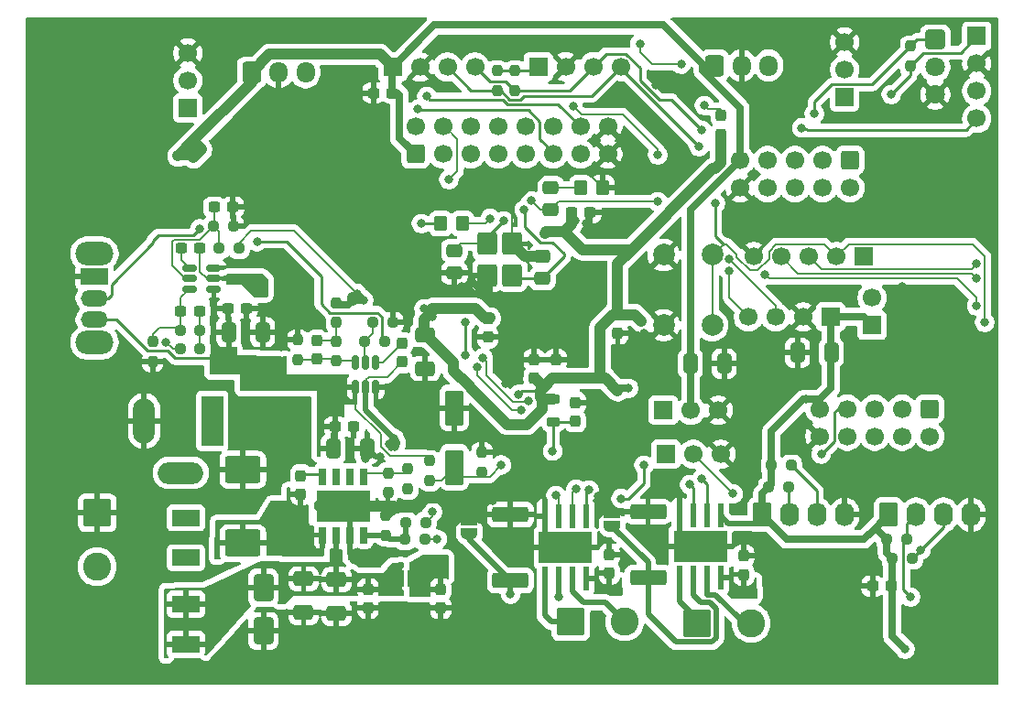
<source format=gbr>
%TF.GenerationSoftware,KiCad,Pcbnew,9.0.5*%
%TF.CreationDate,2025-11-12T00:35:56+01:00*%
%TF.ProjectId,mobile_robot,6d6f6269-6c65-45f7-926f-626f742e6b69,rev?*%
%TF.SameCoordinates,Original*%
%TF.FileFunction,Copper,L2,Bot*%
%TF.FilePolarity,Positive*%
%FSLAX46Y46*%
G04 Gerber Fmt 4.6, Leading zero omitted, Abs format (unit mm)*
G04 Created by KiCad (PCBNEW 9.0.5) date 2025-11-12 00:35:56*
%MOMM*%
%LPD*%
G01*
G04 APERTURE LIST*
G04 Aperture macros list*
%AMRoundRect*
0 Rectangle with rounded corners*
0 $1 Rounding radius*
0 $2 $3 $4 $5 $6 $7 $8 $9 X,Y pos of 4 corners*
0 Add a 4 corners polygon primitive as box body*
4,1,4,$2,$3,$4,$5,$6,$7,$8,$9,$2,$3,0*
0 Add four circle primitives for the rounded corners*
1,1,$1+$1,$2,$3*
1,1,$1+$1,$4,$5*
1,1,$1+$1,$6,$7*
1,1,$1+$1,$8,$9*
0 Add four rect primitives between the rounded corners*
20,1,$1+$1,$2,$3,$4,$5,0*
20,1,$1+$1,$4,$5,$6,$7,0*
20,1,$1+$1,$6,$7,$8,$9,0*
20,1,$1+$1,$8,$9,$2,$3,0*%
%AMOutline4P*
0 Free polygon, 4 corners , with rotation*
0 The origin of the aperture is its center*
0 number of corners: always 4*
0 $1 to $8 corner X, Y*
0 $9 Rotation angle, in degrees counterclockwise*
0 create outline with 4 corners*
4,1,4,$1,$2,$3,$4,$5,$6,$7,$8,$1,$2,$9*%
%AMFreePoly0*
4,1,23,0.500000,-0.750000,0.000000,-0.750000,0.000000,-0.745722,-0.065263,-0.745722,-0.191342,-0.711940,-0.304381,-0.646677,-0.396677,-0.554381,-0.461940,-0.441342,-0.495722,-0.315263,-0.495722,-0.250000,-0.500000,-0.250000,-0.500000,0.250000,-0.495722,0.250000,-0.495722,0.315263,-0.461940,0.441342,-0.396677,0.554381,-0.304381,0.646677,-0.191342,0.711940,-0.065263,0.745722,0.000000,0.745722,
0.000000,0.750000,0.500000,0.750000,0.500000,-0.750000,0.500000,-0.750000,$1*%
%AMFreePoly1*
4,1,23,0.000000,0.745722,0.065263,0.745722,0.191342,0.711940,0.304381,0.646677,0.396677,0.554381,0.461940,0.441342,0.495722,0.315263,0.495722,0.250000,0.500000,0.250000,0.500000,-0.250000,0.495722,-0.250000,0.495722,-0.315263,0.461940,-0.441342,0.396677,-0.554381,0.304381,-0.646677,0.191342,-0.711940,0.065263,-0.745722,0.000000,-0.745722,0.000000,-0.750000,-0.500000,-0.750000,
-0.500000,0.750000,0.000000,0.750000,0.000000,0.745722,0.000000,0.745722,$1*%
G04 Aperture macros list end*
%TA.AperFunction,SMDPad,CuDef*%
%ADD10RoundRect,0.250000X-0.650000X0.800000X-0.650000X-0.800000X0.650000X-0.800000X0.650000X0.800000X0*%
%TD*%
%TA.AperFunction,ComponentPad*%
%ADD11RoundRect,0.248400X-0.651600X0.651600X-0.651600X-0.651600X0.651600X-0.651600X0.651600X0.651600X0*%
%TD*%
%TA.AperFunction,ComponentPad*%
%ADD12C,1.800000*%
%TD*%
%TA.AperFunction,SMDPad,CuDef*%
%ADD13RoundRect,0.150000X0.150000X-0.512500X0.150000X0.512500X-0.150000X0.512500X-0.150000X-0.512500X0*%
%TD*%
%TA.AperFunction,SMDPad,CuDef*%
%ADD14RoundRect,0.150000X0.512500X0.150000X-0.512500X0.150000X-0.512500X-0.150000X0.512500X-0.150000X0*%
%TD*%
%TA.AperFunction,SMDPad,CuDef*%
%ADD15RoundRect,0.030000X-0.270000X0.745000X-0.270000X-0.745000X0.270000X-0.745000X0.270000X0.745000X0*%
%TD*%
%TA.AperFunction,ComponentPad*%
%ADD16C,0.600000*%
%TD*%
%TA.AperFunction,SMDPad,CuDef*%
%ADD17R,4.900000X2.950000*%
%TD*%
%TA.AperFunction,ComponentPad*%
%ADD18Outline4P,-0.750000X-1.250000X0.750000X-1.250000X0.750000X1.250000X-0.750000X1.250000X270.000000*%
%TD*%
%TA.AperFunction,ComponentPad*%
%ADD19R,2.500000X1.500000*%
%TD*%
%TA.AperFunction,SMDPad,CuDef*%
%ADD20R,0.500000X2.200000*%
%TD*%
%TA.AperFunction,ComponentPad*%
%ADD21C,0.630000*%
%TD*%
%TA.AperFunction,ComponentPad*%
%ADD22O,3.500000X2.200000*%
%TD*%
%TA.AperFunction,ComponentPad*%
%ADD23O,2.500000X1.500000*%
%TD*%
%TA.AperFunction,ComponentPad*%
%ADD24C,2.000000*%
%TD*%
%TA.AperFunction,SMDPad,CuDef*%
%ADD25RoundRect,0.237500X-0.250000X-0.237500X0.250000X-0.237500X0.250000X0.237500X-0.250000X0.237500X0*%
%TD*%
%TA.AperFunction,SMDPad,CuDef*%
%ADD26RoundRect,0.237500X-0.237500X0.250000X-0.237500X-0.250000X0.237500X-0.250000X0.237500X0.250000X0*%
%TD*%
%TA.AperFunction,SMDPad,CuDef*%
%ADD27RoundRect,0.237500X0.237500X-0.250000X0.237500X0.250000X-0.237500X0.250000X-0.237500X-0.250000X0*%
%TD*%
%TA.AperFunction,SMDPad,CuDef*%
%ADD28RoundRect,0.237500X0.250000X0.237500X-0.250000X0.237500X-0.250000X-0.237500X0.250000X-0.237500X0*%
%TD*%
%TA.AperFunction,SMDPad,CuDef*%
%ADD29RoundRect,0.249999X1.425001X-0.450001X1.425001X0.450001X-1.425001X0.450001X-1.425001X-0.450001X0*%
%TD*%
%TA.AperFunction,SMDPad,CuDef*%
%ADD30RoundRect,0.250000X-0.350000X-0.450000X0.350000X-0.450000X0.350000X0.450000X-0.350000X0.450000X0*%
%TD*%
%TA.AperFunction,ComponentPad*%
%ADD31RoundRect,0.250000X-1.050000X-1.050000X1.050000X-1.050000X1.050000X1.050000X-1.050000X1.050000X0*%
%TD*%
%TA.AperFunction,ComponentPad*%
%ADD32C,2.600000*%
%TD*%
%TA.AperFunction,SMDPad,CuDef*%
%ADD33FreePoly0,0.000000*%
%TD*%
%TA.AperFunction,SMDPad,CuDef*%
%ADD34FreePoly1,0.000000*%
%TD*%
%TA.AperFunction,SMDPad,CuDef*%
%ADD35FreePoly0,270.000000*%
%TD*%
%TA.AperFunction,SMDPad,CuDef*%
%ADD36FreePoly1,270.000000*%
%TD*%
%TA.AperFunction,ComponentPad*%
%ADD37R,1.700000X1.700000*%
%TD*%
%TA.AperFunction,ComponentPad*%
%ADD38C,1.700000*%
%TD*%
%TA.AperFunction,ComponentPad*%
%ADD39RoundRect,0.250000X0.600000X-0.600000X0.600000X0.600000X-0.600000X0.600000X-0.600000X-0.600000X0*%
%TD*%
%TA.AperFunction,ComponentPad*%
%ADD40RoundRect,0.250000X-0.600000X0.600000X-0.600000X-0.600000X0.600000X-0.600000X0.600000X0.600000X0*%
%TD*%
%TA.AperFunction,ComponentPad*%
%ADD41RoundRect,0.250000X-0.620000X-0.845000X0.620000X-0.845000X0.620000X0.845000X-0.620000X0.845000X0*%
%TD*%
%TA.AperFunction,ComponentPad*%
%ADD42O,1.740000X2.190000*%
%TD*%
%TA.AperFunction,ComponentPad*%
%ADD43RoundRect,0.250000X-0.600000X-0.725000X0.600000X-0.725000X0.600000X0.725000X-0.600000X0.725000X0*%
%TD*%
%TA.AperFunction,ComponentPad*%
%ADD44O,1.700000X1.950000*%
%TD*%
%TA.AperFunction,ComponentPad*%
%ADD45R,2.000000X4.600000*%
%TD*%
%TA.AperFunction,ComponentPad*%
%ADD46O,2.000000X4.200000*%
%TD*%
%TA.AperFunction,ComponentPad*%
%ADD47O,4.200000X2.000000*%
%TD*%
%TA.AperFunction,ComponentPad*%
%ADD48RoundRect,0.250000X-1.050000X1.050000X-1.050000X-1.050000X1.050000X-1.050000X1.050000X1.050000X0*%
%TD*%
%TA.AperFunction,ComponentPad*%
%ADD49C,5.500000*%
%TD*%
%TA.AperFunction,SMDPad,CuDef*%
%ADD50RoundRect,0.218750X-0.381250X0.218750X-0.381250X-0.218750X0.381250X-0.218750X0.381250X0.218750X0*%
%TD*%
%TA.AperFunction,SMDPad,CuDef*%
%ADD51RoundRect,0.250000X-1.400000X-1.000000X1.400000X-1.000000X1.400000X1.000000X-1.400000X1.000000X0*%
%TD*%
%TA.AperFunction,SMDPad,CuDef*%
%ADD52RoundRect,0.250000X-0.650000X1.000000X-0.650000X-1.000000X0.650000X-1.000000X0.650000X1.000000X0*%
%TD*%
%TA.AperFunction,SMDPad,CuDef*%
%ADD53RoundRect,0.250000X0.600000X-1.400000X0.600000X1.400000X-0.600000X1.400000X-0.600000X-1.400000X0*%
%TD*%
%TA.AperFunction,SMDPad,CuDef*%
%ADD54RoundRect,0.237500X-0.237500X0.287500X-0.237500X-0.287500X0.237500X-0.287500X0.237500X0.287500X0*%
%TD*%
%TA.AperFunction,SMDPad,CuDef*%
%ADD55RoundRect,0.237500X0.300000X0.237500X-0.300000X0.237500X-0.300000X-0.237500X0.300000X-0.237500X0*%
%TD*%
%TA.AperFunction,SMDPad,CuDef*%
%ADD56RoundRect,0.250000X-0.412500X-0.650000X0.412500X-0.650000X0.412500X0.650000X-0.412500X0.650000X0*%
%TD*%
%TA.AperFunction,SMDPad,CuDef*%
%ADD57RoundRect,0.237500X0.237500X-0.300000X0.237500X0.300000X-0.237500X0.300000X-0.237500X-0.300000X0*%
%TD*%
%TA.AperFunction,SMDPad,CuDef*%
%ADD58RoundRect,0.250000X0.412500X0.650000X-0.412500X0.650000X-0.412500X-0.650000X0.412500X-0.650000X0*%
%TD*%
%TA.AperFunction,SMDPad,CuDef*%
%ADD59RoundRect,0.250000X-0.650000X0.412500X-0.650000X-0.412500X0.650000X-0.412500X0.650000X0.412500X0*%
%TD*%
%TA.AperFunction,SMDPad,CuDef*%
%ADD60RoundRect,0.237500X-0.300000X-0.237500X0.300000X-0.237500X0.300000X0.237500X-0.300000X0.237500X0*%
%TD*%
%TA.AperFunction,SMDPad,CuDef*%
%ADD61RoundRect,0.237500X-0.237500X0.300000X-0.237500X-0.300000X0.237500X-0.300000X0.237500X0.300000X0*%
%TD*%
%TA.AperFunction,SMDPad,CuDef*%
%ADD62RoundRect,0.250000X-0.475000X0.337500X-0.475000X-0.337500X0.475000X-0.337500X0.475000X0.337500X0*%
%TD*%
%TA.AperFunction,SMDPad,CuDef*%
%ADD63RoundRect,0.250000X0.475000X-0.337500X0.475000X0.337500X-0.475000X0.337500X-0.475000X-0.337500X0*%
%TD*%
%TA.AperFunction,ViaPad*%
%ADD64C,0.800000*%
%TD*%
%TA.AperFunction,ViaPad*%
%ADD65C,0.900000*%
%TD*%
%TA.AperFunction,ViaPad*%
%ADD66C,0.600000*%
%TD*%
%TA.AperFunction,Conductor*%
%ADD67C,0.200000*%
%TD*%
%TA.AperFunction,Conductor*%
%ADD68C,0.700000*%
%TD*%
%TA.AperFunction,Conductor*%
%ADD69C,1.000000*%
%TD*%
%TA.AperFunction,Conductor*%
%ADD70C,0.250000*%
%TD*%
%TA.AperFunction,Conductor*%
%ADD71C,0.500000*%
%TD*%
G04 APERTURE END LIST*
D10*
%TO.P,Y1,1,1*%
%TO.N,GND*%
X145048000Y-59033000D03*
%TO.P,Y1,2,2*%
%TO.N,Net-(U1-PF0)*%
X145048000Y-61933000D03*
%TO.P,Y1,3,3*%
%TO.N,GND*%
X142748000Y-61933000D03*
%TO.P,Y1,4,4*%
%TO.N,Net-(U1-PF1)*%
X142748000Y-59033000D03*
%TD*%
D11*
%TO.P,U12,1,OUT*%
%TO.N,/IR_IN*%
X184150000Y-40132000D03*
D12*
%TO.P,U12,2,Vs*%
%TO.N,Net-(U12-Vs)*%
X184150000Y-42672000D03*
%TO.P,U12,3,GND*%
%TO.N,GND*%
X184150000Y-45212000D03*
%TD*%
D13*
%TO.P,U10,1,GND*%
%TO.N,GND*%
X132450000Y-72306506D03*
%TO.P,U10,2,SW*%
%TO.N,Net-(U10-SW)*%
X131500000Y-72306506D03*
%TO.P,U10,3,VIN*%
%TO.N,/Power section/V_IN_CHK*%
X130550000Y-72306506D03*
%TO.P,U10,4,FB*%
%TO.N,Net-(U10-FB)*%
X130550000Y-70031506D03*
%TO.P,U10,5,EN*%
%TO.N,Net-(U10-EN)*%
X131500000Y-70031506D03*
%TO.P,U10,6,BOOT*%
%TO.N,Net-(U10-BOOT)*%
X132450000Y-70031506D03*
%TD*%
D14*
%TO.P,U9,1,GND*%
%TO.N,GND*%
X117464448Y-61293638D03*
%TO.P,U9,2,SW*%
%TO.N,Net-(U9-SW)*%
X117464448Y-62243638D03*
%TO.P,U9,3,VIN*%
%TO.N,/Power section/V_IN_CHK*%
X117464448Y-63193638D03*
%TO.P,U9,4,FB*%
%TO.N,Net-(U9-FB)*%
X115189448Y-63193638D03*
%TO.P,U9,5,EN*%
%TO.N,Net-(U9-EN)*%
X115189448Y-62243638D03*
%TO.P,U9,6,BOOT*%
%TO.N,Net-(U9-BOOT)*%
X115189448Y-61293638D03*
%TD*%
D15*
%TO.P,U8,1,BOOT*%
%TO.N,Net-(U8-BOOT)*%
X127529323Y-80563662D03*
%TO.P,U8,2,NC_2*%
%TO.N,unconnected-(U8-NC_2-Pad2)*%
X128799323Y-80563662D03*
%TO.P,U8,3,NC_3*%
%TO.N,unconnected-(U8-NC_3-Pad3)*%
X130069323Y-80563662D03*
%TO.P,U8,4,VSENSE*%
%TO.N,/Power section/V_M_VSENSE*%
X131339323Y-80563662D03*
%TO.P,U8,5,ENA*%
%TO.N,/Power section/V_M_ENABLE*%
X131339323Y-85963662D03*
D16*
%TO.P,U8,6,GND*%
%TO.N,GND*%
X127484323Y-82613662D03*
X128784323Y-82613662D03*
X130084323Y-82613662D03*
X131384323Y-82613662D03*
X127484323Y-83913662D03*
X128784323Y-83913662D03*
X130084323Y-83913662D03*
X131384323Y-83913662D03*
D15*
X130069323Y-85963662D03*
%TO.P,U8,7,VIN*%
%TO.N,V_BAT*%
X128799323Y-85963662D03*
%TO.P,U8,8,PH*%
%TO.N,Net-(D18-K)*%
X127529323Y-85963662D03*
D17*
%TO.P,U8,9,POWERPAD*%
%TO.N,GND*%
X129434323Y-83263662D03*
%TD*%
D18*
%TO.P,U7,1,1*%
%TO.N,VDD*%
X114877049Y-84366123D03*
%TO.P,U7,2,2*%
X114877049Y-88066123D03*
D19*
%TO.P,U7,3,3*%
%TO.N,V_BAT*%
X114877049Y-92366123D03*
%TO.P,U7,4,4*%
X114877049Y-96066123D03*
%TD*%
D20*
%TO.P,U4,1,GND*%
%TO.N,GND*%
X148064365Y-84242577D03*
%TO.P,U4,2,IN2*%
%TO.N,/PWM_M1_B*%
X149334365Y-84242577D03*
%TO.P,U4,3,IN1*%
%TO.N,/PWM_M1_A*%
X150604365Y-84242577D03*
%TO.P,U4,4,VREF*%
%TO.N,+3.3V*%
X151874365Y-84242577D03*
%TO.P,U4,5,VM*%
%TO.N,V_MOT*%
X151874365Y-89992577D03*
%TO.P,U4,6,OUT1*%
%TO.N,Net-(M2--)*%
X150604365Y-89992577D03*
%TO.P,U4,7,ISEN*%
%TO.N,Net-(JP4-B)*%
X149334365Y-89992577D03*
%TO.P,U4,8,OUT2*%
%TO.N,Net-(M2-+)*%
X148064365Y-89992577D03*
D21*
%TO.P,U4,9,GND*%
%TO.N,GND*%
X148669365Y-86467577D03*
X149969365Y-86467577D03*
X151269365Y-86467577D03*
D17*
X149969365Y-87117577D03*
D21*
X148669365Y-87767577D03*
X149969365Y-87767577D03*
X151269365Y-87767577D03*
%TD*%
D20*
%TO.P,U2,1,GND*%
%TO.N,GND*%
X160528000Y-84166000D03*
%TO.P,U2,2,IN2*%
%TO.N,/PWM_M2_B*%
X161798000Y-84166000D03*
%TO.P,U2,3,IN1*%
%TO.N,/PWM_M2_A*%
X163068000Y-84166000D03*
%TO.P,U2,4,VREF*%
%TO.N,+3.3V*%
X164338000Y-84166000D03*
%TO.P,U2,5,VM*%
%TO.N,V_MOT*%
X164338000Y-89916000D03*
%TO.P,U2,6,OUT1*%
%TO.N,Net-(M1--)*%
X163068000Y-89916000D03*
%TO.P,U2,7,ISEN*%
%TO.N,Net-(JP3-B)*%
X161798000Y-89916000D03*
%TO.P,U2,8,OUT2*%
%TO.N,Net-(M1-+)*%
X160528000Y-89916000D03*
D21*
%TO.P,U2,9,GND*%
%TO.N,GND*%
X161133000Y-86391000D03*
X162433000Y-86391000D03*
X163733000Y-86391000D03*
D17*
X162433000Y-87041000D03*
D21*
X161133000Y-87691000D03*
X162433000Y-87691000D03*
X163733000Y-87691000D03*
%TD*%
D22*
%TO.P,SW2,*%
%TO.N,*%
X106426000Y-59937574D03*
X106426000Y-68137574D03*
D19*
%TO.P,SW2,1,C*%
%TO.N,GND*%
X106426000Y-62037574D03*
D23*
%TO.P,SW2,2,B*%
%TO.N,Net-(SW2-B)*%
X106426000Y-64037574D03*
%TO.P,SW2,3,A*%
%TO.N,/Power section/V_IN_CHK*%
X106426000Y-66037574D03*
%TD*%
D24*
%TO.P,SW1,1,1*%
%TO.N,GND*%
X159040000Y-66548000D03*
X159040000Y-60048000D03*
%TO.P,SW1,2,2*%
%TO.N,/NRST*%
X163540000Y-66548000D03*
X163540000Y-60048000D03*
%TD*%
D25*
%TO.P,R83,1*%
%TO.N,+3.3V*%
X168759500Y-81534000D03*
%TO.P,R83,2*%
%TO.N,/INPUT2*%
X170584500Y-81534000D03*
%TD*%
%TO.P,R82,1*%
%TO.N,+3.3V*%
X169013500Y-79502000D03*
%TO.P,R82,2*%
%TO.N,/INPUT4*%
X170838500Y-79502000D03*
%TD*%
%TO.P,R81,1*%
%TO.N,+3.3V*%
X179681500Y-86360000D03*
%TO.P,R81,2*%
%TO.N,/STATUS LED3*%
X181506500Y-86360000D03*
%TD*%
%TO.P,R80,1*%
%TO.N,+3.3V*%
X180189500Y-88138000D03*
%TO.P,R80,2*%
%TO.N,/STATUS LED2*%
X182014500Y-88138000D03*
%TD*%
D26*
%TO.P,R79,1*%
%TO.N,/IR_IN*%
X181864000Y-40743500D03*
%TO.P,R79,2*%
%TO.N,+3.3V*%
X181864000Y-42568500D03*
%TD*%
D27*
%TO.P,R63,1*%
%TO.N,Net-(U10-FB)*%
X125222000Y-69746500D03*
%TO.P,R63,2*%
%TO.N,GND*%
X125222000Y-67921500D03*
%TD*%
%TO.P,R62,1*%
%TO.N,Net-(U10-FB)*%
X128778000Y-69850000D03*
%TO.P,R62,2*%
%TO.N,Net-(C40-Pad2)*%
X128778000Y-68025000D03*
%TD*%
D28*
%TO.P,R61,1*%
%TO.N,GND*%
X134008500Y-66294000D03*
%TO.P,R61,2*%
%TO.N,Net-(U10-EN)*%
X132183500Y-66294000D03*
%TD*%
D26*
%TO.P,R60,1*%
%TO.N,+3.3V*%
X128800000Y-64487500D03*
%TO.P,R60,2*%
%TO.N,Net-(C40-Pad2)*%
X128800000Y-66312500D03*
%TD*%
D28*
%TO.P,R59,1*%
%TO.N,Net-(SW2-B)*%
X133246500Y-68072000D03*
%TO.P,R59,2*%
%TO.N,Net-(U10-EN)*%
X131421500Y-68072000D03*
%TD*%
D26*
%TO.P,R55,1*%
%TO.N,Net-(U9-FB)*%
X111800000Y-68087500D03*
%TO.P,R55,2*%
%TO.N,GND*%
X111800000Y-69912500D03*
%TD*%
D25*
%TO.P,R54,1*%
%TO.N,Net-(U9-FB)*%
X114337500Y-67000000D03*
%TO.P,R54,2*%
%TO.N,Net-(C34-Pad2)*%
X116162500Y-67000000D03*
%TD*%
%TO.P,R53,1*%
%TO.N,Net-(U9-EN)*%
X117451500Y-57404000D03*
%TO.P,R53,2*%
%TO.N,GND*%
X119276500Y-57404000D03*
%TD*%
%TO.P,R52,1*%
%TO.N,+5V*%
X114337500Y-68750000D03*
%TO.P,R52,2*%
%TO.N,Net-(C34-Pad2)*%
X116162500Y-68750000D03*
%TD*%
D28*
%TO.P,R51,1*%
%TO.N,+3.3V*%
X119784500Y-59436000D03*
%TO.P,R51,2*%
%TO.N,Net-(U9-EN)*%
X117959500Y-59436000D03*
%TD*%
D26*
%TO.P,R50,1*%
%TO.N,/Power section/V_M_VSENSE*%
X133554389Y-80221352D03*
%TO.P,R50,2*%
%TO.N,GND*%
X133554389Y-82046352D03*
%TD*%
D27*
%TO.P,R49,1*%
%TO.N,V_MOT*%
X135382000Y-81684500D03*
%TO.P,R49,2*%
%TO.N,/Power section/V_M_VSENSE*%
X135382000Y-79859500D03*
%TD*%
D26*
%TO.P,R48,1*%
%TO.N,GND*%
X133350000Y-84177500D03*
%TO.P,R48,2*%
%TO.N,/Power section/V_M_ENABLE*%
X133350000Y-86002500D03*
%TD*%
D28*
%TO.P,R47,1*%
%TO.N,+3.3V*%
X137056500Y-84800000D03*
%TO.P,R47,2*%
%TO.N,/Power section/V_M_ENABLE*%
X135231500Y-84800000D03*
%TD*%
D29*
%TO.P,R20,1*%
%TO.N,Net-(JP4-B)*%
X144889365Y-90167577D03*
%TO.P,R20,2*%
%TO.N,GND*%
X144889365Y-84067577D03*
%TD*%
D27*
%TO.P,R10,1*%
%TO.N,/i2c_SCL*%
X145288000Y-44854500D03*
%TO.P,R10,2*%
%TO.N,+3.3V*%
X145288000Y-43029500D03*
%TD*%
%TO.P,R9,1*%
%TO.N,/i2c_SDA*%
X143637000Y-44854500D03*
%TO.P,R9,2*%
%TO.N,+3.3V*%
X143637000Y-43029500D03*
%TD*%
D26*
%TO.P,R8,1*%
%TO.N,GND*%
X142240000Y-78335500D03*
%TO.P,R8,2*%
%TO.N,/V_CHK*%
X142240000Y-80160500D03*
%TD*%
D27*
%TO.P,R7,1*%
%TO.N,/V_CHK*%
X137414000Y-80922500D03*
%TO.P,R7,2*%
%TO.N,/Power section/V_IN_CHK*%
X137414000Y-79097500D03*
%TD*%
D29*
%TO.P,R6,1*%
%TO.N,Net-(JP3-B)*%
X157599261Y-89894546D03*
%TO.P,R6,2*%
%TO.N,GND*%
X157599261Y-83794546D03*
%TD*%
D30*
%TO.P,R4,1*%
%TO.N,Net-(C1-Pad2)*%
X151400000Y-53848000D03*
%TO.P,R4,2*%
%TO.N,GND*%
X153400000Y-53848000D03*
%TD*%
%TO.P,R2,1*%
%TO.N,+3.3V*%
X138446000Y-57150000D03*
%TO.P,R2,2*%
%TO.N,/NRST*%
X140446000Y-57150000D03*
%TD*%
D25*
%TO.P,R1,1*%
%TO.N,/Power section/V_M_ENABLE*%
X135128000Y-86360000D03*
%TO.P,R1,2*%
%TO.N,/KILL_PIN*%
X136953000Y-86360000D03*
%TD*%
D31*
%TO.P,M2,1,+*%
%TO.N,Net-(M2-+)*%
X150448000Y-93980000D03*
D32*
%TO.P,M2,2,-*%
%TO.N,Net-(M2--)*%
X155448000Y-93980000D03*
%TD*%
D31*
%TO.P,M1,1,+*%
%TO.N,Net-(M1-+)*%
X162132000Y-94109500D03*
D32*
%TO.P,M1,2,-*%
%TO.N,Net-(M1--)*%
X167132000Y-94109500D03*
%TD*%
D33*
%TO.P,JP5,1,A*%
%TO.N,V_BAT*%
X134553484Y-89995875D03*
D34*
%TO.P,JP5,2,B*%
%TO.N,V_MOT*%
X135853484Y-89995875D03*
%TD*%
D35*
%TO.P,JP4,1,A*%
%TO.N,GND*%
X141079365Y-84547577D03*
D36*
%TO.P,JP4,2,B*%
%TO.N,Net-(JP4-B)*%
X141079365Y-85847577D03*
%TD*%
D35*
%TO.P,JP3,1,A*%
%TO.N,GND*%
X154286265Y-83873346D03*
D36*
%TO.P,JP3,2,B*%
%TO.N,Net-(JP3-B)*%
X154286265Y-85173346D03*
%TD*%
D37*
%TO.P,J20,1,Pin_1*%
%TO.N,+3.3V*%
X147457000Y-42647000D03*
D38*
%TO.P,J20,2,Pin_2*%
%TO.N,GND*%
X149997000Y-42647000D03*
%TO.P,J20,3,Pin_3*%
%TO.N,/i2c_SCL*%
X152537000Y-42647000D03*
%TO.P,J20,4,Pin_4*%
%TO.N,/i2c_SDA*%
X155077000Y-42647000D03*
%TD*%
D39*
%TO.P,J19,1,Pin_1*%
%TO.N,+5V*%
X136110000Y-50730000D03*
D38*
%TO.P,J19,2,Pin_2*%
%TO.N,+3.3V*%
X136110000Y-48190000D03*
%TO.P,J19,3,Pin_3*%
%TO.N,/LED_SENSOR_PWM*%
X138650000Y-50730000D03*
%TO.P,J19,4,Pin_4*%
%TO.N,/DAC1*%
X138650000Y-48190000D03*
%TO.P,J19,5,Pin_5*%
%TO.N,/LED_SENSOR_PWM2*%
X141190000Y-50730000D03*
%TO.P,J19,6,Pin_6*%
%TO.N,/DAC2*%
X141190000Y-48190000D03*
%TO.P,J19,7,Pin_7*%
%TO.N,/Sensor2*%
X143730000Y-50730000D03*
%TO.P,J19,8,Pin_8*%
%TO.N,/Sensor1*%
X143730000Y-48190000D03*
%TO.P,J19,9,Pin_9*%
%TO.N,/Sensor4*%
X146270000Y-50730000D03*
%TO.P,J19,10,Pin_10*%
%TO.N,/Sensor3*%
X146270000Y-48190000D03*
%TO.P,J19,11,Pin_11*%
%TO.N,/Sensor6*%
X148810000Y-50730000D03*
%TO.P,J19,12,Pin_12*%
%TO.N,/Sensor5*%
X148810000Y-48190000D03*
%TO.P,J19,13,Pin_13*%
%TO.N,/Sensor8*%
X151350000Y-50730000D03*
%TO.P,J19,14,Pin_14*%
%TO.N,/Sensor7*%
X151350000Y-48190000D03*
%TO.P,J19,15,Pin_15*%
%TO.N,GND*%
X153890000Y-50730000D03*
%TO.P,J19,16,Pin_16*%
X153890000Y-48190000D03*
%TD*%
D37*
%TO.P,J18,1,Pin_1*%
%TO.N,/Servo_2*%
X159019000Y-74422000D03*
D38*
%TO.P,J18,2,Pin_2*%
%TO.N,+5V*%
X161559000Y-74422000D03*
%TO.P,J18,3,Pin_3*%
%TO.N,GND*%
X164099000Y-74422000D03*
%TD*%
D37*
%TO.P,J17,1,Pin_1*%
%TO.N,/Servo_1*%
X159258000Y-78486000D03*
D38*
%TO.P,J17,2,Pin_2*%
%TO.N,+5V*%
X161798000Y-78486000D03*
%TO.P,J17,3,Pin_3*%
%TO.N,GND*%
X164338000Y-78486000D03*
%TD*%
D40*
%TO.P,J16,1,Pin_1*%
%TO.N,/INPUT9*%
X176276000Y-51308000D03*
D38*
%TO.P,J16,2,Pin_2*%
%TO.N,/INPUT10*%
X176276000Y-53848000D03*
%TO.P,J16,3,Pin_3*%
%TO.N,/INPUT11*%
X173736000Y-51308000D03*
%TO.P,J16,4,Pin_4*%
%TO.N,/INPUT12*%
X173736000Y-53848000D03*
%TO.P,J16,5,Pin_5*%
%TO.N,/INPUT13*%
X171196000Y-51308000D03*
%TO.P,J16,6,Pin_6*%
%TO.N,/INPUT14*%
X171196000Y-53848000D03*
%TO.P,J16,7,Pin_7*%
%TO.N,/INPUT15*%
X168656000Y-51308000D03*
%TO.P,J16,8,Pin_8*%
%TO.N,/INPUT16*%
X168656000Y-53848000D03*
%TO.P,J16,9,Pin_9*%
%TO.N,+5V*%
X166116000Y-51308000D03*
%TO.P,J16,10,Pin_10*%
%TO.N,GND*%
X166116000Y-53848000D03*
%TD*%
D40*
%TO.P,J15,1,Pin_1*%
%TO.N,/INPUT7*%
X183642000Y-74295000D03*
D38*
%TO.P,J15,2,Pin_2*%
%TO.N,/INPUT8*%
X183642000Y-76835000D03*
%TO.P,J15,3,Pin_3*%
%TO.N,/INPUT5*%
X181102000Y-74295000D03*
%TO.P,J15,4,Pin_4*%
%TO.N,/INPUT6*%
X181102000Y-76835000D03*
%TO.P,J15,5,Pin_5*%
%TO.N,/INPUT3*%
X178562000Y-74295000D03*
%TO.P,J15,6,Pin_6*%
%TO.N,/INPUT4*%
X178562000Y-76835000D03*
%TO.P,J15,7,Pin_7*%
%TO.N,/INPUT1*%
X176022000Y-74295000D03*
%TO.P,J15,8,Pin_8*%
%TO.N,/INPUT2*%
X176022000Y-76835000D03*
%TO.P,J15,9,Pin_9*%
%TO.N,+3.3V*%
X173482000Y-74295000D03*
%TO.P,J15,10,Pin_10*%
%TO.N,GND*%
X173482000Y-76835000D03*
%TD*%
D41*
%TO.P,J14,1,Pin_1*%
%TO.N,+3.3V*%
X179832000Y-84074000D03*
D42*
%TO.P,J14,2,Pin_2*%
%TO.N,/STATUS LED3*%
X182372000Y-84074000D03*
%TO.P,J14,3,Pin_3*%
%TO.N,/STATUS LED2*%
X184912000Y-84074000D03*
%TO.P,J14,4,Pin_4*%
%TO.N,GND*%
X187452000Y-84074000D03*
%TD*%
D41*
%TO.P,J13,1,Pin_1*%
%TO.N,+3.3V*%
X168148000Y-84074000D03*
D42*
%TO.P,J13,2,Pin_2*%
%TO.N,/INPUT2*%
X170688000Y-84074000D03*
%TO.P,J13,3,Pin_3*%
%TO.N,/INPUT4*%
X173228000Y-84074000D03*
%TO.P,J13,4,Pin_4*%
%TO.N,GND*%
X175768000Y-84074000D03*
%TD*%
D43*
%TO.P,J12,1,Pin_1*%
%TO.N,+5V*%
X163743000Y-42528000D03*
D44*
%TO.P,J12,2,Pin_2*%
%TO.N,GND*%
X166243000Y-42528000D03*
%TO.P,J12,3,Pin_3*%
%TO.N,Net-(J12-Pin_3)*%
X168743000Y-42528000D03*
%TD*%
D45*
%TO.P,J11,1*%
%TO.N,VDD*%
X117313143Y-75408302D03*
D46*
%TO.P,J11,2*%
%TO.N,GND*%
X111013143Y-75408302D03*
D47*
%TO.P,J11,3*%
%TO.N,unconnected-(J11-Pad3)*%
X114413143Y-80208302D03*
%TD*%
D48*
%TO.P,J10,1,Pin_1*%
%TO.N,GND*%
X106680000Y-83900000D03*
D32*
%TO.P,J10,2,Pin_2*%
%TO.N,VDD*%
X106680000Y-88900000D03*
%TD*%
D43*
%TO.P,J9,1,Pin_1*%
%TO.N,+5V*%
X120944000Y-43180000D03*
D44*
%TO.P,J9,2,Pin_2*%
%TO.N,GND*%
X123444000Y-43180000D03*
%TO.P,J9,3,Pin_3*%
%TO.N,Net-(J9-Pin_3)*%
X125944000Y-43180000D03*
%TD*%
D37*
%TO.P,J8,1,Pin_1*%
%TO.N,+3.3V*%
X174498000Y-65786000D03*
D38*
%TO.P,J8,2,Pin_2*%
%TO.N,GND*%
X171958000Y-65786000D03*
%TO.P,J8,3,Pin_3*%
%TO.N,/UART_RX*%
X169418000Y-65786000D03*
%TO.P,J8,4,Pin_4*%
%TO.N,/UART_TX*%
X166878000Y-65786000D03*
%TD*%
D37*
%TO.P,J7,1,Pin_1*%
%TO.N,+3.3V*%
X175768000Y-45451000D03*
D38*
%TO.P,J7,2,Pin_2*%
%TO.N,/Sensor5*%
X175768000Y-42911000D03*
%TO.P,J7,3,Pin_3*%
%TO.N,GND*%
X175768000Y-40371000D03*
%TD*%
D37*
%TO.P,J6,1,Pin_1*%
%TO.N,Net-(J4-Pin_2)*%
X177546000Y-60198000D03*
D38*
%TO.P,J6,2,Pin_2*%
%TO.N,/NRST*%
X175006000Y-60198000D03*
%TO.P,J6,3,Pin_3*%
%TO.N,/SWDIO*%
X172466000Y-60198000D03*
%TO.P,J6,4,Pin_4*%
%TO.N,/SWCLK*%
X169926000Y-60198000D03*
%TO.P,J6,5,Pin_5*%
%TO.N,GND*%
X167386000Y-60198000D03*
%TD*%
D37*
%TO.P,J5,1,Pin_1*%
%TO.N,+5V*%
X133985000Y-42672000D03*
D38*
%TO.P,J5,2,Pin_2*%
%TO.N,GND*%
X136525000Y-42672000D03*
%TO.P,J5,3,Pin_3*%
%TO.N,/i2c_SDA*%
X139065000Y-42672000D03*
%TO.P,J5,4,Pin_4*%
%TO.N,/i2c_SCL*%
X141605000Y-42672000D03*
%TD*%
D37*
%TO.P,J4,1,Pin_1*%
%TO.N,+3.3V*%
X178308000Y-66553000D03*
D38*
%TO.P,J4,2,Pin_2*%
%TO.N,Net-(J4-Pin_2)*%
X178308000Y-64013000D03*
%TD*%
D37*
%TO.P,J3,1,Pin_1*%
%TO.N,+3.3V*%
X115062000Y-46467000D03*
D38*
%TO.P,J3,2,Pin_2*%
%TO.N,/Sensor6*%
X115062000Y-43927000D03*
%TO.P,J3,3,Pin_3*%
%TO.N,GND*%
X115062000Y-41387000D03*
%TD*%
D37*
%TO.P,J1,1,Pin_1*%
%TO.N,+3.3V*%
X187987988Y-39817150D03*
D38*
%TO.P,J1,2,Pin_2*%
%TO.N,GND*%
X187987988Y-42357150D03*
%TO.P,J1,3,Pin_3*%
%TO.N,/IR_IN*%
X187987988Y-44897150D03*
%TO.P,J1,4,Pin_4*%
%TO.N,/KILL_PIN*%
X187987988Y-47437150D03*
%TD*%
D49*
%TO.P,H4,1,1*%
%TO.N,GND*%
X185000000Y-52000000D03*
%TD*%
%TO.P,H3,1,1*%
%TO.N,GND*%
X105000000Y-52000000D03*
%TD*%
%TO.P,H2,1,1*%
%TO.N,GND*%
X105000000Y-95000000D03*
%TD*%
%TO.P,H1,1,1*%
%TO.N,GND*%
X185000000Y-95000000D03*
%TD*%
D50*
%TO.P,FB1,1*%
%TO.N,+3.3V*%
X148844000Y-73359500D03*
%TO.P,FB1,2*%
%TO.N,Net-(JP2-A)*%
X148844000Y-75484500D03*
%TD*%
D51*
%TO.P,D18,1,K*%
%TO.N,Net-(D18-K)*%
X120142000Y-86712000D03*
%TO.P,D18,2,A*%
%TO.N,GND*%
X120142000Y-79912000D03*
%TD*%
D52*
%TO.P,D17,1,K*%
%TO.N,V_BAT*%
X122044705Y-90832550D03*
%TO.P,D17,2,A*%
%TO.N,GND*%
X122044705Y-94832550D03*
%TD*%
D53*
%TO.P,D3,1,K*%
%TO.N,/V_CHK*%
X139700000Y-79712000D03*
%TO.P,D3,2,A*%
%TO.N,GND*%
X139700000Y-74212000D03*
%TD*%
D54*
%TO.P,D1,1,K*%
%TO.N,Net-(D1-K)*%
X164338000Y-47131000D03*
%TO.P,D1,2,A*%
%TO.N,+3.3V*%
X164338000Y-48881000D03*
%TD*%
D55*
%TO.P,C46,1*%
%TO.N,+5V*%
X133958500Y-45085000D03*
%TO.P,C46,2*%
%TO.N,GND*%
X132233500Y-45085000D03*
%TD*%
D56*
%TO.P,C45,1*%
%TO.N,+5V*%
X161505500Y-70104000D03*
%TO.P,C45,2*%
%TO.N,GND*%
X164630500Y-70104000D03*
%TD*%
D55*
%TO.P,C44,1*%
%TO.N,+3.3V*%
X180086000Y-90678000D03*
%TO.P,C44,2*%
%TO.N,GND*%
X178361000Y-90678000D03*
%TD*%
D57*
%TO.P,C43,1*%
%TO.N,+3.3V*%
X147066000Y-71474500D03*
%TO.P,C43,2*%
%TO.N,GND*%
X147066000Y-69749500D03*
%TD*%
D58*
%TO.P,C41,1*%
%TO.N,+3.3V*%
X174536500Y-69088000D03*
%TO.P,C41,2*%
%TO.N,GND*%
X171411500Y-69088000D03*
%TD*%
D57*
%TO.P,C40,1*%
%TO.N,Net-(U10-FB)*%
X127000000Y-69696500D03*
%TO.P,C40,2*%
%TO.N,Net-(C40-Pad2)*%
X127000000Y-67971500D03*
%TD*%
D59*
%TO.P,C38,1*%
%TO.N,+3.3V*%
X137000000Y-67437500D03*
%TO.P,C38,2*%
%TO.N,GND*%
X137000000Y-70562500D03*
%TD*%
D60*
%TO.P,C37,1*%
%TO.N,/Power section/V_IN_CHK*%
X128677500Y-75946000D03*
%TO.P,C37,2*%
%TO.N,GND*%
X130402500Y-75946000D03*
%TD*%
D56*
%TO.P,C36,1*%
%TO.N,/Power section/V_IN_CHK*%
X128485500Y-77978000D03*
%TO.P,C36,2*%
%TO.N,GND*%
X131610500Y-77978000D03*
%TD*%
D61*
%TO.P,C35,1*%
%TO.N,Net-(U10-BOOT)*%
X134874000Y-68225500D03*
%TO.P,C35,2*%
%TO.N,Net-(U10-SW)*%
X134874000Y-69950500D03*
%TD*%
D60*
%TO.P,C34,1*%
%TO.N,Net-(U9-FB)*%
X114387500Y-65250000D03*
%TO.P,C34,2*%
%TO.N,Net-(C34-Pad2)*%
X116112500Y-65250000D03*
%TD*%
%TO.P,C33,1*%
%TO.N,Net-(U9-EN)*%
X117501500Y-55626000D03*
%TO.P,C33,2*%
%TO.N,GND*%
X119226500Y-55626000D03*
%TD*%
%TO.P,C30,1*%
%TO.N,/Power section/V_IN_CHK*%
X118771500Y-65000000D03*
%TO.P,C30,2*%
%TO.N,GND*%
X120496500Y-65000000D03*
%TD*%
D56*
%TO.P,C29,1*%
%TO.N,/Power section/V_IN_CHK*%
X118837500Y-67200000D03*
%TO.P,C29,2*%
%TO.N,GND*%
X121962500Y-67200000D03*
%TD*%
D60*
%TO.P,C26,1*%
%TO.N,Net-(U9-BOOT)*%
X114453500Y-59436000D03*
%TO.P,C26,2*%
%TO.N,Net-(U9-SW)*%
X116178500Y-59436000D03*
%TD*%
D61*
%TO.P,C25,1*%
%TO.N,V_MOT*%
X138430000Y-90985000D03*
%TO.P,C25,2*%
%TO.N,GND*%
X138430000Y-92710000D03*
%TD*%
%TO.P,C23,1*%
%TO.N,Net-(U8-BOOT)*%
X125494659Y-80468275D03*
%TO.P,C23,2*%
%TO.N,Net-(D18-K)*%
X125494659Y-82193275D03*
%TD*%
%TO.P,C22,1*%
%TO.N,V_BAT*%
X131714719Y-90969662D03*
%TO.P,C22,2*%
%TO.N,GND*%
X131714719Y-92694662D03*
%TD*%
D59*
%TO.P,C21,1*%
%TO.N,V_BAT*%
X128803209Y-90079523D03*
%TO.P,C21,2*%
%TO.N,GND*%
X128803209Y-93204523D03*
%TD*%
%TO.P,C20,1*%
%TO.N,V_BAT*%
X125760979Y-90020104D03*
%TO.P,C20,2*%
%TO.N,GND*%
X125760979Y-93145104D03*
%TD*%
D57*
%TO.P,C11,1*%
%TO.N,V_MOT*%
X166451199Y-89604577D03*
%TO.P,C11,2*%
%TO.N,GND*%
X166451199Y-87879577D03*
%TD*%
%TO.P,C9,1*%
%TO.N,V_MOT*%
X154033365Y-89504077D03*
%TO.P,C9,2*%
%TO.N,GND*%
X154033365Y-87779077D03*
%TD*%
D60*
%TO.P,C8,1*%
%TO.N,+3.3V*%
X150521500Y-56134000D03*
%TO.P,C8,2*%
%TO.N,GND*%
X152246500Y-56134000D03*
%TD*%
D57*
%TO.P,C7,1*%
%TO.N,+3.3V*%
X149098000Y-71474500D03*
%TO.P,C7,2*%
%TO.N,GND*%
X149098000Y-69749500D03*
%TD*%
D61*
%TO.P,C6,1*%
%TO.N,+3.3V*%
X142800000Y-65937500D03*
%TO.P,C6,2*%
%TO.N,GND*%
X142800000Y-67662500D03*
%TD*%
%TO.P,C5,1*%
%TO.N,+3.3V*%
X154800000Y-65585000D03*
%TO.P,C5,2*%
%TO.N,GND*%
X154800000Y-67310000D03*
%TD*%
D62*
%TO.P,C4,1*%
%TO.N,Net-(U1-PF1)*%
X139700000Y-59647000D03*
%TO.P,C4,2*%
%TO.N,GND*%
X139700000Y-61722000D03*
%TD*%
D63*
%TO.P,C3,1*%
%TO.N,Net-(U1-PF0)*%
X147828000Y-62251500D03*
%TO.P,C3,2*%
%TO.N,GND*%
X147828000Y-60176500D03*
%TD*%
D61*
%TO.P,C2,1*%
%TO.N,GND*%
X150876000Y-73713000D03*
%TO.P,C2,2*%
%TO.N,Net-(JP2-A)*%
X150876000Y-75438000D03*
%TD*%
D63*
%TO.P,C1,1*%
%TO.N,/NRST*%
X148590000Y-55901500D03*
%TO.P,C1,2*%
%TO.N,Net-(C1-Pad2)*%
X148590000Y-53826500D03*
%TD*%
D64*
%TO.N,/NRST*%
X158496000Y-55118000D03*
X146800000Y-55033550D03*
X143002855Y-56679263D03*
X188722000Y-66294000D03*
X163830000Y-55250000D03*
%TO.N,GND*%
X155194000Y-49530000D03*
X161544000Y-98298000D03*
X103378000Y-44450000D03*
X138938000Y-82550000D03*
X124460000Y-61722000D03*
X151384000Y-98044000D03*
X177546000Y-79375000D03*
X175514000Y-63500000D03*
X171450000Y-76200000D03*
X169545000Y-89027000D03*
X141329690Y-62504134D03*
X110236000Y-96774000D03*
X186400000Y-75400000D03*
X133710540Y-55967162D03*
X143256000Y-82804000D03*
X128389251Y-58613876D03*
X145796000Y-98552000D03*
X105156000Y-56642000D03*
X124206000Y-63754000D03*
X174752000Y-88900000D03*
X102108000Y-84836000D03*
X136144000Y-77470000D03*
X166624000Y-68072000D03*
X174498000Y-87884000D03*
X109220000Y-46736000D03*
X170942000Y-39116000D03*
X157238581Y-67324980D03*
X139192000Y-98806000D03*
X136652000Y-72136000D03*
X188468000Y-69088000D03*
X105664000Y-40894000D03*
X125195183Y-78999818D03*
X126000000Y-78600000D03*
X126600000Y-97600000D03*
X162306000Y-39116000D03*
X122809000Y-60960000D03*
X188722000Y-57150000D03*
X188214000Y-73152000D03*
X181102000Y-62992000D03*
X106426000Y-75184000D03*
X103632000Y-47244000D03*
X130683000Y-44831000D03*
X159766000Y-53848000D03*
X149112221Y-64300452D03*
X172720000Y-39116000D03*
X109220000Y-44196000D03*
X102108000Y-88646000D03*
X136652000Y-73152000D03*
X102108000Y-82550000D03*
X182753000Y-79502000D03*
X166878000Y-39116000D03*
X153670000Y-76962000D03*
X150000000Y-65200000D03*
X105918000Y-44450000D03*
X124000000Y-66000000D03*
X188214000Y-89916000D03*
X131064000Y-55880000D03*
X160400000Y-44600000D03*
X158327097Y-44326685D03*
X186400000Y-73200000D03*
X167386000Y-77978000D03*
X131610500Y-77978000D03*
X168910000Y-74168000D03*
X161544000Y-52070000D03*
X166624000Y-78486000D03*
X101600000Y-75184000D03*
X149097591Y-66056020D03*
X147200000Y-82000000D03*
D65*
X152400000Y-80200000D03*
D64*
X188214000Y-88900000D03*
X155448000Y-98044000D03*
X154940000Y-57404000D03*
X164846000Y-98044000D03*
X148249067Y-65127032D03*
X128305671Y-55772141D03*
X133599099Y-58223834D03*
X187960000Y-75438000D03*
X123698000Y-68580000D03*
X119634000Y-39370000D03*
X106426000Y-78232000D03*
X157200000Y-47600000D03*
X180848000Y-64008000D03*
X125476000Y-62992000D03*
X110236000Y-92964000D03*
X111760000Y-43688000D03*
X141800000Y-40200000D03*
X138176000Y-72136000D03*
X102616000Y-56642000D03*
X125056201Y-78217128D03*
X185039000Y-79629000D03*
X123190000Y-65278000D03*
X184000000Y-88800000D03*
X185928000Y-89027000D03*
X130172301Y-60703388D03*
X128584272Y-52818965D03*
X160528000Y-53086000D03*
X187706000Y-80264000D03*
X144471001Y-71920645D03*
X105918000Y-46990000D03*
X109728000Y-82296000D03*
X131487268Y-78894224D03*
X187706000Y-78232000D03*
X127254000Y-45466000D03*
X177673000Y-80772000D03*
X109220000Y-40894000D03*
X169200000Y-92000000D03*
X170800000Y-95800000D03*
X139446000Y-84582000D03*
X178562000Y-51054000D03*
X133000000Y-97200000D03*
X151892000Y-57150000D03*
X121666000Y-97536000D03*
X140400000Y-63000000D03*
X183896000Y-80645000D03*
X168000000Y-48600000D03*
X153019654Y-82370436D03*
X183800000Y-89800000D03*
X168402000Y-98044000D03*
X131035966Y-58558156D03*
X188976000Y-51816000D03*
X111506000Y-40894000D03*
X123444000Y-45466000D03*
X111506000Y-46990000D03*
X128778000Y-50800000D03*
D65*
X151447000Y-79000000D03*
D64*
X155956000Y-56388000D03*
X170434000Y-77724000D03*
X155194000Y-78232000D03*
X106426000Y-72644000D03*
X178816000Y-53594000D03*
X109982000Y-50038000D03*
X103124000Y-40894000D03*
X180213000Y-79502000D03*
X170000000Y-48600000D03*
X109728000Y-83820000D03*
X185928000Y-90170000D03*
X129794000Y-45212000D03*
X181102000Y-80518000D03*
X132842000Y-78740000D03*
X101854000Y-78232000D03*
X175006000Y-56896000D03*
X170688000Y-88646000D03*
X139200000Y-85600000D03*
X187198000Y-70866000D03*
X154600000Y-40200000D03*
X125444392Y-64483413D03*
X101854000Y-72644000D03*
%TO.N,/Power section/V_IN_CHK*%
X122800000Y-70200000D03*
X122000000Y-69800000D03*
X121000000Y-70000000D03*
X123600000Y-69800000D03*
%TO.N,+3.3V*%
X140876000Y-71976000D03*
X181356000Y-96520000D03*
X130683000Y-63627000D03*
X154800000Y-72600000D03*
X148032595Y-58043030D03*
X131318000Y-64262000D03*
X136906000Y-66040000D03*
X180086000Y-45212000D03*
X162814000Y-52832000D03*
X150876000Y-56896000D03*
X172212000Y-73406000D03*
X137668000Y-65024000D03*
X140800000Y-65024000D03*
X152146000Y-81788000D03*
X137668000Y-65786000D03*
X137668000Y-83820000D03*
X136652000Y-57150000D03*
X130302000Y-64262000D03*
X136906000Y-65024000D03*
X140368000Y-71468000D03*
X141511000Y-72611000D03*
X147611059Y-72630830D03*
X163830000Y-52070000D03*
X144471001Y-75405000D03*
X155800000Y-72390000D03*
X145630030Y-72953649D03*
X157000000Y-66200000D03*
%TO.N,Net-(U1-PF0)*%
X146152762Y-55860343D03*
%TO.N,Net-(U1-PF1)*%
X144272000Y-56896000D03*
%TO.N,/SWDIO*%
X187972000Y-60872145D03*
%TO.N,/SWCLK*%
X187972000Y-62230000D03*
%TO.N,/JTDI*%
X168411778Y-61860644D03*
X187972000Y-64770000D03*
%TO.N,V_MOT*%
X137244921Y-88444921D03*
X165714067Y-91193504D03*
X138347637Y-88318739D03*
X137338185Y-89536664D03*
X135382000Y-81788000D03*
X153494642Y-90901339D03*
X154593303Y-90911607D03*
X137886800Y-88955133D03*
X166987365Y-91181577D03*
%TO.N,+5V*%
X116332000Y-50292000D03*
X115570000Y-51054000D03*
X113042459Y-68126000D03*
X165456000Y-82144000D03*
X114153750Y-50907750D03*
X115423750Y-49637750D03*
%TO.N,/i2c_SCL*%
X162560000Y-48514000D03*
%TO.N,Net-(D1-K)*%
X162814000Y-46228000D03*
%TO.N,/IR_IN*%
X172974000Y-46990000D03*
%TO.N,/UART_RX*%
X165100000Y-60452000D03*
%TO.N,/i2c_SDA*%
X162306000Y-50038000D03*
%TO.N,/UART_TX*%
X165106457Y-61506204D03*
%TO.N,Net-(SW2-B)*%
X116162297Y-57632542D03*
X121449207Y-58830208D03*
%TO.N,/PWM_M1_B*%
X149098000Y-82296000D03*
%TO.N,/STATUS LED2*%
X146528391Y-73550015D03*
X142347573Y-69568211D03*
X182828250Y-87324250D03*
%TO.N,/PWM_M2_B*%
X161453644Y-81297462D03*
%TO.N,/PWM_M1_A*%
X150962992Y-81701008D03*
%TO.N,/PWM_M2_A*%
X162560000Y-80772000D03*
%TO.N,/STATUS LED3*%
X145909033Y-74409000D03*
X181864000Y-91694000D03*
X141805696Y-70440991D03*
%TO.N,Net-(JP2-A)*%
X148788000Y-78191992D03*
%TO.N,Net-(D18-K)*%
X124200000Y-85800000D03*
D65*
X123818468Y-85075828D03*
X125914177Y-85042911D03*
X123000000Y-85800000D03*
D64*
X125400000Y-85800000D03*
D65*
X124867970Y-85200000D03*
D64*
%TO.N,/DAC1*%
X139192000Y-53086000D03*
%TO.N,/LED_SENSOR_PWM2*%
X158496000Y-50800000D03*
X150676598Y-46266509D03*
%TO.N,/V_CHK*%
X144044500Y-79475500D03*
%TO.N,/KILL_PIN*%
X138116241Y-86349158D03*
X140716000Y-66294000D03*
X171815458Y-48300196D03*
X140716000Y-69342000D03*
%TO.N,Net-(J12-Pin_3)*%
X156845000Y-40513000D03*
X160655000Y-42418000D03*
%TO.N,Net-(JP3-B)*%
X157599261Y-89894546D03*
%TO.N,Net-(JP4-B)*%
X149352000Y-91694000D03*
X141079365Y-85847577D03*
X144889365Y-91440000D03*
D66*
%TO.N,Net-(U9-SW)*%
X121920000Y-62738000D03*
X121255920Y-62959360D03*
X121833140Y-63526532D03*
X120845448Y-62521343D03*
D64*
%TO.N,Net-(U10-SW)*%
X133641000Y-77534562D03*
X134198854Y-77823854D03*
X134130059Y-77008928D03*
%TO.N,/M_2_SENSE*%
X155110361Y-82589059D03*
X157226000Y-79502000D03*
%TO.N,/INPUT1*%
X173609000Y-78486000D03*
%TO.N,/Sensor6*%
X136334393Y-46551393D03*
%TO.N,/Sensor7*%
X137160000Y-45400000D03*
%TD*%
D67*
%TO.N,/Power section/V_IN_CHK*%
X136984144Y-78667644D02*
X137414000Y-79097500D01*
X133782718Y-78667644D02*
X136984144Y-78667644D01*
X130550000Y-74289000D02*
X132891000Y-76630000D01*
X130550000Y-72306506D02*
X130550000Y-74289000D01*
X132891000Y-76630000D02*
X132891000Y-77775926D01*
X132891000Y-77775926D02*
X133782718Y-78667644D01*
D68*
%TO.N,+5V*%
X133958500Y-42698500D02*
X133985000Y-42672000D01*
X133958500Y-45085000D02*
X133958500Y-42698500D01*
X137857000Y-38800000D02*
X133985000Y-42672000D01*
X159022000Y-38800000D02*
X137857000Y-38800000D01*
X162640000Y-43006000D02*
X162640000Y-42418000D01*
X166116000Y-46482000D02*
X162640000Y-43006000D01*
X162640000Y-42418000D02*
X159022000Y-38800000D01*
X166116000Y-51308000D02*
X166116000Y-46482000D01*
D69*
X132817000Y-41504000D02*
X133985000Y-42672000D01*
X122620000Y-41504000D02*
X132817000Y-41504000D01*
X120944000Y-43180000D02*
X122620000Y-41504000D01*
D70*
%TO.N,/i2c_SDA*%
X144810510Y-45668000D02*
X143997010Y-44854500D01*
X143997010Y-44854500D02*
X143637000Y-44854500D01*
X145765490Y-45668000D02*
X144810510Y-45668000D01*
X152379510Y-45344490D02*
X146089000Y-45344490D01*
X146089000Y-45344490D02*
X145765490Y-45668000D01*
X155077000Y-42647000D02*
X152379510Y-45344490D01*
%TO.N,+3.3V*%
X147074500Y-43029500D02*
X147457000Y-42647000D01*
X145288000Y-43029500D02*
X147074500Y-43029500D01*
X143637000Y-43029500D02*
X145288000Y-43029500D01*
%TO.N,/i2c_SDA*%
X155077000Y-42809000D02*
X162306000Y-50038000D01*
X155077000Y-42647000D02*
X155077000Y-42809000D01*
%TO.N,/i2c_SCL*%
X159766000Y-45720000D02*
X162560000Y-48514000D01*
X156845000Y-43940604D02*
X158624396Y-45720000D01*
X156845000Y-42751884D02*
X156845000Y-43940604D01*
X155564116Y-41471000D02*
X156845000Y-42751884D01*
X153713000Y-41471000D02*
X155564116Y-41471000D01*
X152537000Y-42647000D02*
X153713000Y-41471000D01*
X158624396Y-45720000D02*
X159766000Y-45720000D01*
X150329500Y-44854500D02*
X145288000Y-44854500D01*
X152537000Y-42647000D02*
X150329500Y-44854500D01*
D67*
%TO.N,/LED_SENSOR_PWM2*%
X155244000Y-47040000D02*
X151450089Y-47040000D01*
X158496000Y-50292000D02*
X155244000Y-47040000D01*
X158496000Y-50800000D02*
X158496000Y-50292000D01*
D70*
%TO.N,/Sensor7*%
X149278000Y-46118000D02*
X151350000Y-48190000D01*
X144624114Y-46118000D02*
X149278000Y-46118000D01*
X144174114Y-45668000D02*
X144624114Y-46118000D01*
X137428000Y-45668000D02*
X144174114Y-45668000D01*
X137160000Y-45400000D02*
X137428000Y-45668000D01*
%TO.N,/Sensor6*%
X144915208Y-46620000D02*
X144910208Y-46615000D01*
X145665792Y-46615000D02*
X145660792Y-46620000D01*
X146518116Y-46615000D02*
X145665792Y-46615000D01*
X147606000Y-47702884D02*
X146518116Y-46615000D01*
D67*
%TO.N,/LED_SENSOR_PWM2*%
X151450089Y-47040000D02*
X150676598Y-46266509D01*
D70*
%TO.N,/Sensor6*%
X148970000Y-50730000D02*
X147606000Y-49366000D01*
X144910208Y-46615000D02*
X136398000Y-46615000D01*
X136398000Y-46615000D02*
X136334393Y-46551393D01*
X147606000Y-49366000D02*
X147606000Y-47702884D01*
X145660792Y-46620000D02*
X144915208Y-46620000D01*
%TO.N,/i2c_SCL*%
X142974000Y-44041000D02*
X141605000Y-42672000D01*
X144474500Y-44041000D02*
X142974000Y-44041000D01*
X145288000Y-44854500D02*
X144474500Y-44041000D01*
%TO.N,/i2c_SDA*%
X141247500Y-44854500D02*
X143637000Y-44854500D01*
X139065000Y-42672000D02*
X141247500Y-44854500D01*
%TO.N,/NRST*%
X164541000Y-59047000D02*
X163830000Y-58336000D01*
D67*
X165800000Y-60239760D02*
X167028240Y-61468000D01*
X168775000Y-59721240D02*
X169449240Y-59047000D01*
X164847000Y-59047000D02*
X165800000Y-60000000D01*
X176157000Y-59047000D02*
X175006000Y-60198000D01*
X167028240Y-61468000D02*
X167743760Y-61468000D01*
X147667950Y-55901500D02*
X146800000Y-55033550D01*
X188722000Y-66294000D02*
X188722000Y-60198000D01*
X149373500Y-55118000D02*
X158496000Y-55118000D01*
X167743760Y-61468000D02*
X168775000Y-60436760D01*
X164541000Y-59047000D02*
X164847000Y-59047000D01*
X148590000Y-55901500D02*
X147667950Y-55901500D01*
D70*
X163830000Y-58336000D02*
X163830000Y-55250000D01*
D67*
X187571000Y-59047000D02*
X176157000Y-59047000D01*
X173855000Y-59047000D02*
X175006000Y-60198000D01*
X148590000Y-55901500D02*
X149373500Y-55118000D01*
X188722000Y-60198000D02*
X187571000Y-59047000D01*
X168775000Y-60436760D02*
X168775000Y-59721240D01*
X164541000Y-59047000D02*
X163540000Y-60048000D01*
X169449240Y-59047000D02*
X173855000Y-59047000D01*
X140446000Y-57150000D02*
X142532118Y-57150000D01*
X142532118Y-57150000D02*
X143002855Y-56679263D01*
X165800000Y-60000000D02*
X165800000Y-60239760D01*
X163540000Y-60048000D02*
X163540000Y-66548000D01*
D69*
%TO.N,GND*%
X133350000Y-84177500D02*
X134163750Y-83363750D01*
X137091500Y-82550000D02*
X138938000Y-82550000D01*
X134063662Y-83263662D02*
X129434323Y-83263662D01*
D70*
X151892000Y-57150000D02*
X151892000Y-56488500D01*
D68*
X142987056Y-64161500D02*
X141329690Y-62504134D01*
D69*
X136277750Y-83363750D02*
X137091500Y-82550000D01*
X134163750Y-83363750D02*
X134063662Y-83263662D01*
X142748000Y-61933000D02*
X142748000Y-63907500D01*
D67*
X148082000Y-52578000D02*
X152130000Y-52578000D01*
X145048000Y-59033000D02*
X145048000Y-55612000D01*
D70*
X158263020Y-67324980D02*
X157238581Y-67324980D01*
D67*
X141900824Y-61933000D02*
X141329690Y-62504134D01*
D71*
X132372500Y-78740000D02*
X132842000Y-78740000D01*
D67*
X142748000Y-61933000D02*
X141900824Y-61933000D01*
D68*
X143002000Y-64161500D02*
X142987056Y-64161500D01*
D70*
X181102000Y-62992000D02*
X181102000Y-63754000D01*
D71*
X131610500Y-77978000D02*
X132372500Y-78740000D01*
D67*
X152130000Y-52578000D02*
X153400000Y-53848000D01*
D69*
X146191500Y-60176500D02*
X145048000Y-59033000D01*
D71*
X130069323Y-85963662D02*
X130069323Y-83898662D01*
X130069323Y-83898662D02*
X129434323Y-83263662D01*
D69*
X142748000Y-63907500D02*
X143002000Y-64161500D01*
D70*
X181102000Y-63754000D02*
X180848000Y-64008000D01*
D69*
X134163750Y-83363750D02*
X136277750Y-83363750D01*
X147828000Y-60176500D02*
X146191500Y-60176500D01*
D70*
X159040000Y-66548000D02*
X158263020Y-67324980D01*
D67*
X145048000Y-55612000D02*
X148082000Y-52578000D01*
D70*
X151892000Y-56488500D02*
X152246500Y-56134000D01*
%TO.N,/Power section/V_IN_CHK*%
X108459084Y-66037574D02*
X111322510Y-68901000D01*
X113896510Y-69600000D02*
X117400000Y-69600000D01*
X106426000Y-66037574D02*
X108459084Y-66037574D01*
X111322510Y-68901000D02*
X113197510Y-68901000D01*
X113197510Y-68901000D02*
X113896510Y-69600000D01*
%TO.N,+3.3V*%
X186515000Y-41358000D02*
X183074500Y-41358000D01*
D71*
X167351238Y-84870762D02*
X168148000Y-84074000D01*
D70*
X181864000Y-43434000D02*
X180086000Y-45212000D01*
D69*
X149098000Y-71474500D02*
X153162000Y-71474500D01*
X153162000Y-71474500D02*
X153162000Y-66748000D01*
D68*
X179681500Y-86360000D02*
X179681500Y-87630000D01*
D69*
X154800000Y-65585000D02*
X156385000Y-65585000D01*
D70*
X145941971Y-72630830D02*
X145630030Y-72942771D01*
D67*
X137668000Y-83820000D02*
X137668000Y-84224500D01*
D69*
X149860000Y-57912000D02*
X148163625Y-57912000D01*
D68*
X178435000Y-85471000D02*
X179832000Y-84074000D01*
X168148000Y-84074000D02*
X168148000Y-82145500D01*
D69*
X140368000Y-71468000D02*
X140268000Y-71468000D01*
X156083000Y-59563000D02*
X154800000Y-60846000D01*
X137668000Y-65024000D02*
X137668000Y-65278000D01*
D68*
X180189500Y-95353500D02*
X181356000Y-96520000D01*
D69*
X144618135Y-75718135D02*
X141511000Y-72611000D01*
X156083000Y-59563000D02*
X151511000Y-59563000D01*
D68*
X177541000Y-65786000D02*
X178308000Y-66553000D01*
D70*
X183074500Y-41358000D02*
X181864000Y-42568500D01*
D69*
X151511000Y-59563000D02*
X149860000Y-57912000D01*
X136906000Y-66040000D02*
X136906000Y-67343500D01*
X137033500Y-67437500D02*
X137000000Y-67437500D01*
X148767389Y-71474500D02*
X147966945Y-72274945D01*
D68*
X130302000Y-64262000D02*
X131318000Y-64262000D01*
D69*
X137668000Y-65278000D02*
X136906000Y-66040000D01*
X146050000Y-75718135D02*
X144618135Y-75718135D01*
X148844000Y-73359500D02*
X147781500Y-73359500D01*
X147781500Y-73359500D02*
X147611059Y-73189059D01*
D70*
X187985000Y-39888000D02*
X186515000Y-41358000D01*
D68*
X168148000Y-84074000D02*
X170434000Y-86360000D01*
D69*
X140268000Y-71468000D02*
X139600000Y-70800000D01*
D71*
X164302704Y-84166000D02*
X165007466Y-84870762D01*
D69*
X150521500Y-57250500D02*
X150521500Y-56134000D01*
X164338000Y-51562000D02*
X163830000Y-52070000D01*
D70*
X181864000Y-42568500D02*
X181864000Y-43434000D01*
X138446000Y-57150000D02*
X136652000Y-57150000D01*
D68*
X129876500Y-64687500D02*
X128646336Y-64687500D01*
D69*
X139600000Y-70800000D02*
X139600000Y-70004000D01*
X156385000Y-65585000D02*
X157000000Y-66200000D01*
D68*
X174498000Y-65786000D02*
X177541000Y-65786000D01*
D69*
X162814000Y-52832000D02*
X156083000Y-59563000D01*
D68*
X168148000Y-82145500D02*
X168759500Y-81534000D01*
D71*
X165007466Y-84870762D02*
X167351238Y-84870762D01*
D69*
X136906000Y-67343500D02*
X137000000Y-67437500D01*
D68*
X169013500Y-81280000D02*
X168759500Y-81534000D01*
X169013500Y-79502000D02*
X169013500Y-81280000D01*
X178792500Y-85471000D02*
X179681500Y-86360000D01*
D69*
X147166500Y-71474500D02*
X147966945Y-72274945D01*
X153674500Y-71474500D02*
X154800000Y-72600000D01*
X147066000Y-71474500D02*
X147166500Y-71474500D01*
X164338000Y-48881000D02*
X164338000Y-51562000D01*
X147781500Y-74322014D02*
X146385379Y-75718135D01*
D68*
X174498000Y-65786000D02*
X174498000Y-72390000D01*
D69*
X147611059Y-73189059D02*
X147611059Y-72630830D01*
D68*
X131025498Y-63969498D02*
X131318000Y-64262000D01*
D69*
X146385379Y-75718135D02*
X146050000Y-75718135D01*
X140876000Y-71976000D02*
X140368000Y-71468000D01*
D68*
X128646336Y-64687500D02*
X128623168Y-64664332D01*
D69*
X149860000Y-57912000D02*
X150521500Y-57250500D01*
X163830000Y-52070000D02*
X163576000Y-52070000D01*
D70*
X147611059Y-72630830D02*
X145941971Y-72630830D01*
D68*
X155010000Y-72390000D02*
X155800000Y-72390000D01*
X179681500Y-87630000D02*
X180189500Y-88138000D01*
D69*
X130302000Y-64262000D02*
X130302000Y-63969498D01*
X153162000Y-71474500D02*
X153674500Y-71474500D01*
D67*
X124906000Y-57850000D02*
X130683000Y-63627000D01*
D69*
X143002000Y-65886500D02*
X142527000Y-65886500D01*
D67*
X119784500Y-58954839D02*
X119784500Y-59436000D01*
D68*
X173482000Y-73406000D02*
X172212000Y-73406000D01*
D69*
X163576000Y-52070000D02*
X162814000Y-52832000D01*
X147781500Y-73359500D02*
X147781500Y-74322014D01*
D67*
X120889339Y-57850000D02*
X119784500Y-58954839D01*
D68*
X170434000Y-86360000D02*
X177546000Y-86360000D01*
D69*
X142527000Y-65886500D02*
X141664500Y-65024000D01*
D68*
X178435000Y-85471000D02*
X178792500Y-85471000D01*
X174498000Y-72390000D02*
X173482000Y-73406000D01*
D69*
X153162000Y-66748000D02*
X154325000Y-65585000D01*
D70*
X151874365Y-84242577D02*
X151874365Y-82059635D01*
X151874365Y-82059635D02*
X152146000Y-81788000D01*
D69*
X141664500Y-65024000D02*
X140800000Y-65024000D01*
D68*
X169013500Y-76350500D02*
X169013500Y-79502000D01*
D70*
X145630030Y-72942771D02*
X145630030Y-72953649D01*
D67*
X137668000Y-84224500D02*
X137056500Y-84836000D01*
D69*
X147966945Y-72274945D02*
X147611059Y-72630830D01*
X139600000Y-70004000D02*
X137033500Y-67437500D01*
X137668000Y-65024000D02*
X140800000Y-65024000D01*
D68*
X171958000Y-73406000D02*
X169013500Y-76350500D01*
X130302000Y-64262000D02*
X129876500Y-64687500D01*
D69*
X154800000Y-60846000D02*
X154800000Y-65585000D01*
D68*
X180189500Y-88138000D02*
X180189500Y-95353500D01*
D69*
X154325000Y-65585000D02*
X154800000Y-65585000D01*
X148163625Y-57912000D02*
X148032595Y-58043030D01*
D68*
X154800000Y-72600000D02*
X155010000Y-72390000D01*
D69*
X149098000Y-71474500D02*
X148767389Y-71474500D01*
D68*
X177546000Y-86360000D02*
X178435000Y-85471000D01*
X172212000Y-73406000D02*
X171958000Y-73406000D01*
D67*
X120889339Y-57850000D02*
X124906000Y-57850000D01*
X130683000Y-63627000D02*
X131318000Y-64262000D01*
D69*
X141511000Y-72611000D02*
X140876000Y-71976000D01*
D70*
%TO.N,Net-(U1-PF0)*%
X147828000Y-62251500D02*
X145366500Y-62251500D01*
X146200000Y-55907581D02*
X146152762Y-55860343D01*
X147828000Y-62251500D02*
X149860000Y-60219500D01*
X149860000Y-60219500D02*
X149860000Y-59954720D01*
X148773310Y-58868030D02*
X147633152Y-58868030D01*
X146200000Y-57434878D02*
X146200000Y-55907581D01*
X145366500Y-62251500D02*
X145048000Y-61933000D01*
X147633152Y-58868030D02*
X146200000Y-57434878D01*
X149860000Y-59954720D02*
X148773310Y-58868030D01*
D67*
%TO.N,Net-(U1-PF1)*%
X140314000Y-59033000D02*
X139700000Y-59647000D01*
X142748000Y-59033000D02*
X140314000Y-59033000D01*
D70*
X144249500Y-56896000D02*
X144272000Y-56896000D01*
X142748000Y-59033000D02*
X142748000Y-58397500D01*
X142748000Y-58397500D02*
X144249500Y-56896000D01*
D67*
%TO.N,/SWDIO*%
X187495145Y-61349000D02*
X187972000Y-60872145D01*
X172466000Y-60198000D02*
X173617000Y-61349000D01*
X173617000Y-61349000D02*
X187495145Y-61349000D01*
%TO.N,/SWCLK*%
X171477000Y-61749000D02*
X187491000Y-61749000D01*
X187491000Y-61749000D02*
X187972000Y-62230000D01*
X169926000Y-60198000D02*
X171477000Y-61749000D01*
%TO.N,/JTDI*%
X187972000Y-64020000D02*
X186182000Y-62230000D01*
X186182000Y-62230000D02*
X168781134Y-62230000D01*
X187972000Y-64770000D02*
X187972000Y-64020000D01*
X168781134Y-62230000D02*
X168411778Y-61860644D01*
%TO.N,V_MOT*%
X135382000Y-81684500D02*
X135382000Y-81788000D01*
D68*
%TO.N,+5V*%
X161559000Y-55865000D02*
X166116000Y-51308000D01*
D67*
X113666459Y-68750000D02*
X113042459Y-68126000D01*
D68*
X161559000Y-74422000D02*
X161559000Y-55865000D01*
D69*
X114280750Y-50780750D02*
X115296750Y-50780750D01*
X115296750Y-50018750D02*
X115677750Y-49637750D01*
X114280750Y-50780750D02*
X115423750Y-49637750D01*
D67*
X114337500Y-68750000D02*
X113666459Y-68750000D01*
D69*
X115296750Y-50780750D02*
X115570000Y-51054000D01*
D68*
X133958500Y-45085000D02*
X134462500Y-45085000D01*
D69*
X116332000Y-50292000D02*
X115570000Y-51054000D01*
D67*
X161798000Y-78486000D02*
X165456000Y-82144000D01*
D68*
X134462500Y-45085000D02*
X134620000Y-45242500D01*
D69*
X115296750Y-50780750D02*
X115296750Y-50018750D01*
X115423750Y-49637750D02*
X120944000Y-44117500D01*
X115423750Y-49637750D02*
X115677750Y-49637750D01*
X120944000Y-44117500D02*
X120944000Y-43180000D01*
X114153750Y-50907750D02*
X114280750Y-50780750D01*
D68*
X134620000Y-49240000D02*
X136110000Y-50730000D01*
D69*
X115677750Y-49637750D02*
X116332000Y-50292000D01*
D68*
X134620000Y-45242500D02*
X134620000Y-49240000D01*
X161798000Y-74661000D02*
X161559000Y-74422000D01*
D67*
%TO.N,Net-(D1-K)*%
X163104500Y-46518500D02*
X162814000Y-46228000D01*
X164338000Y-46518500D02*
X163104500Y-46518500D01*
D70*
%TO.N,/IR_IN*%
X182475500Y-40132000D02*
X181864000Y-40743500D01*
X184150000Y-40132000D02*
X182475500Y-40132000D01*
X174592000Y-44275000D02*
X172974000Y-45893000D01*
X172974000Y-45893000D02*
X172974000Y-46990000D01*
X181864000Y-40743500D02*
X178332500Y-44275000D01*
X178332500Y-44275000D02*
X174592000Y-44275000D01*
D67*
%TO.N,/UART_RX*%
X169418000Y-64770000D02*
X165100000Y-60452000D01*
X169418000Y-65786000D02*
X169418000Y-64770000D01*
%TO.N,/UART_TX*%
X165106457Y-64014457D02*
X166878000Y-65786000D01*
X165106457Y-61506204D02*
X165106457Y-64014457D01*
%TO.N,/Power section/V_M_VSENSE*%
X131339323Y-80563662D02*
X131681633Y-80221352D01*
X133554389Y-80221352D02*
X135020148Y-80221352D01*
X135020148Y-80221352D02*
X135382000Y-79859500D01*
X131681633Y-80221352D02*
X133554389Y-80221352D01*
D71*
%TO.N,Net-(M1-+)*%
X162132000Y-93726000D02*
X160528000Y-92122000D01*
X160528000Y-92122000D02*
X160528000Y-89916000D01*
%TO.N,Net-(M1--)*%
X163068000Y-91467000D02*
X163857000Y-91467000D01*
X163857000Y-91467000D02*
X166116000Y-93726000D01*
X163068000Y-89916000D02*
X163068000Y-91467000D01*
X166116000Y-93726000D02*
X167132000Y-93726000D01*
%TO.N,Net-(M2-+)*%
X148064365Y-89992577D02*
X148064365Y-93409942D01*
X148634423Y-93980000D02*
X150448000Y-93980000D01*
X148064365Y-93409942D02*
X148634423Y-93980000D01*
%TO.N,Net-(M2--)*%
X150604365Y-91204365D02*
X151602000Y-92202000D01*
X151602000Y-92202000D02*
X153670000Y-92202000D01*
X150604365Y-89992577D02*
X150604365Y-91204365D01*
X153670000Y-92202000D02*
X155448000Y-93980000D01*
D70*
%TO.N,Net-(SW2-B)*%
X115559839Y-58235000D02*
X116162297Y-57632542D01*
X108002000Y-63702000D02*
X108002000Y-62768510D01*
X111843000Y-58751959D02*
X112359959Y-58235000D01*
X127400000Y-64600000D02*
X127400000Y-62000000D01*
X106426000Y-64037574D02*
X107666426Y-64037574D01*
X108002000Y-62768510D02*
X111843000Y-58927510D01*
X121400000Y-58600000D02*
X121449207Y-58649207D01*
X132600000Y-65400000D02*
X128200000Y-65400000D01*
X112359959Y-58235000D02*
X115559839Y-58235000D01*
X107666426Y-64037574D02*
X108002000Y-63702000D01*
X124201000Y-58801000D02*
X123444000Y-58801000D01*
X111843000Y-58927510D02*
X111843000Y-58751959D01*
X121449207Y-58649207D02*
X121449207Y-58830208D01*
X127400000Y-62000000D02*
X124201000Y-58801000D01*
X123444000Y-58801000D02*
X123414792Y-58830208D01*
X123414792Y-58830208D02*
X121449207Y-58830208D01*
X128200000Y-65400000D02*
X127400000Y-64600000D01*
X132997000Y-67822500D02*
X132997000Y-65797000D01*
X132997000Y-65797000D02*
X132600000Y-65400000D01*
X133246500Y-68072000D02*
X132997000Y-67822500D01*
D67*
%TO.N,/PWM_M1_B*%
X149098000Y-82296000D02*
X149334365Y-82532365D01*
X149334365Y-82532365D02*
X149334365Y-84242577D01*
D70*
%TO.N,/STATUS LED2*%
X182014500Y-88138000D02*
X182828250Y-87324250D01*
D67*
X146419406Y-73659000D02*
X146528391Y-73550015D01*
X142659419Y-71192729D02*
X145125690Y-73659000D01*
X145125690Y-73659000D02*
X146419406Y-73659000D01*
X142659419Y-69880057D02*
X142659419Y-71192729D01*
D70*
X182828250Y-87324250D02*
X184912000Y-85240500D01*
D67*
X142347573Y-69568211D02*
X142659419Y-69880057D01*
D70*
X184912000Y-85240500D02*
X184912000Y-84074000D01*
%TO.N,/PWM_M2_B*%
X161798000Y-81641818D02*
X161453644Y-81297462D01*
X161798000Y-84166000D02*
X161798000Y-81641818D01*
D67*
%TO.N,/PWM_M1_A*%
X150604365Y-82059635D02*
X150962992Y-81701008D01*
X150604365Y-84242577D02*
X150604365Y-82059635D01*
D70*
%TO.N,/PWM_M2_A*%
X163068000Y-81280000D02*
X162560000Y-80772000D01*
X163068000Y-84166000D02*
X163068000Y-81280000D01*
D67*
%TO.N,/STATUS LED3*%
X145027137Y-74409000D02*
X145909033Y-74409000D01*
X141805696Y-70440991D02*
X141805696Y-71187559D01*
D70*
X181201000Y-86665500D02*
X181201000Y-91031000D01*
X181201000Y-91031000D02*
X181864000Y-91694000D01*
X181506500Y-84939500D02*
X182372000Y-84074000D01*
X181506500Y-86360000D02*
X181506500Y-84939500D01*
X181506500Y-86360000D02*
X181201000Y-86665500D01*
D67*
X141805696Y-71187559D02*
X145027137Y-74409000D01*
D71*
%TO.N,/Power section/V_M_ENABLE*%
X135128000Y-86360000D02*
X133707500Y-86360000D01*
X133707500Y-86360000D02*
X133350000Y-86002500D01*
X135231500Y-84836000D02*
X135231500Y-86256500D01*
X131339323Y-85963662D02*
X133311162Y-85963662D01*
X135231500Y-86256500D02*
X135128000Y-86360000D01*
X133311162Y-85963662D02*
X133350000Y-86002500D01*
D67*
%TO.N,Net-(C1-Pad2)*%
X148611500Y-53848000D02*
X148590000Y-53826500D01*
X151400000Y-53848000D02*
X148611500Y-53848000D01*
%TO.N,Net-(U10-BOOT)*%
X133067994Y-70031506D02*
X132450000Y-70031506D01*
X134874000Y-68225500D02*
X133067994Y-70031506D01*
D70*
%TO.N,Net-(JP2-A)*%
X150829500Y-75484500D02*
X150876000Y-75438000D01*
X148844000Y-75484500D02*
X150829500Y-75484500D01*
X148844000Y-78135992D02*
X148788000Y-78191992D01*
X148844000Y-75484500D02*
X148844000Y-78135992D01*
%TO.N,Net-(U8-BOOT)*%
X127248581Y-80290975D02*
X127383231Y-80425625D01*
X125434246Y-80290975D02*
X127248581Y-80290975D01*
D67*
%TO.N,Net-(U9-BOOT)*%
X114453500Y-60557690D02*
X115189448Y-61293638D01*
X114453500Y-59436000D02*
X114453500Y-60557690D01*
%TO.N,Net-(U9-EN)*%
X116195500Y-58660000D02*
X117451500Y-57404000D01*
X117501500Y-55626000D02*
X117501500Y-57354000D01*
X113615000Y-61023658D02*
X113615000Y-58851000D01*
X114834980Y-62243638D02*
X113615000Y-61023658D01*
X113615000Y-58851000D02*
X113806000Y-58660000D01*
X117959500Y-57912000D02*
X117451500Y-57404000D01*
X117959500Y-59436000D02*
X117959500Y-57912000D01*
X115189448Y-62243638D02*
X114834980Y-62243638D01*
X113806000Y-58660000D02*
X116195500Y-58660000D01*
X117501500Y-57354000D02*
X117451500Y-57404000D01*
%TO.N,Net-(C34-Pad2)*%
X116112500Y-66950000D02*
X116162500Y-67000000D01*
X116162500Y-68750000D02*
X116162500Y-67000000D01*
X116112500Y-65250000D02*
X116112500Y-66950000D01*
%TO.N,Net-(U9-FB)*%
X114387500Y-63995586D02*
X115189448Y-63193638D01*
X114387500Y-65250000D02*
X114387500Y-63995586D01*
X114387500Y-66950000D02*
X114337500Y-67000000D01*
X114387500Y-65250000D02*
X114387500Y-66950000D01*
X112400000Y-66750000D02*
X111800000Y-67350000D01*
X114087500Y-66750000D02*
X114337500Y-67000000D01*
X111800000Y-67350000D02*
X111800000Y-68087500D01*
X112400000Y-66750000D02*
X114087500Y-66750000D01*
%TO.N,Net-(U10-FB)*%
X130368494Y-69850000D02*
X130550000Y-70031506D01*
X127000000Y-69696500D02*
X128624500Y-69696500D01*
X128778000Y-69850000D02*
X130368494Y-69850000D01*
X125222000Y-69746500D02*
X126950000Y-69746500D01*
X128624500Y-69696500D02*
X128778000Y-69850000D01*
X126950000Y-69746500D02*
X127000000Y-69696500D01*
%TO.N,Net-(C40-Pad2)*%
X128781500Y-66294000D02*
X128800000Y-66312500D01*
X127000000Y-67971500D02*
X128724500Y-67971500D01*
X128724500Y-67971500D02*
X128778000Y-68025000D01*
X128800000Y-66312500D02*
X128800000Y-68003000D01*
X128800000Y-68003000D02*
X128778000Y-68025000D01*
%TO.N,/DAC1*%
X139961000Y-52317000D02*
X139192000Y-53086000D01*
X138810000Y-48190000D02*
X139961000Y-49341000D01*
X139961000Y-49341000D02*
X139961000Y-52317000D01*
%TO.N,/V_CHK*%
X140550000Y-80562000D02*
X142958000Y-80562000D01*
X139700000Y-79712000D02*
X140550000Y-80562000D01*
X137414000Y-80922500D02*
X138489500Y-80922500D01*
X142958000Y-80562000D02*
X144044500Y-79475500D01*
X138489500Y-80922500D02*
X139700000Y-79712000D01*
%TO.N,/KILL_PIN*%
X136953000Y-86360000D02*
X138105399Y-86360000D01*
D70*
X186979000Y-48514000D02*
X172354015Y-48514000D01*
X172354015Y-48514000D02*
X172217197Y-48377182D01*
X171892444Y-48377182D02*
X171815458Y-48300196D01*
X187985000Y-47508000D02*
X186979000Y-48514000D01*
X172217197Y-48377182D02*
X171892444Y-48377182D01*
X140716000Y-66294000D02*
X140716000Y-69342000D01*
D67*
X138105399Y-86360000D02*
X138116241Y-86349158D01*
%TO.N,Net-(J12-Pin_3)*%
X156845000Y-41275000D02*
X157988000Y-42418000D01*
X157988000Y-42418000D02*
X160655000Y-42418000D01*
X156845000Y-40513000D02*
X156845000Y-41275000D01*
D71*
%TO.N,Net-(JP3-B)*%
X162449000Y-92167000D02*
X163287792Y-92167000D01*
X160174602Y-95860500D02*
X157599261Y-93285159D01*
X157599261Y-93285159D02*
X157599261Y-89894546D01*
X163883000Y-92762208D02*
X163883000Y-95456792D01*
X161798000Y-91516000D02*
X162449000Y-92167000D01*
X163479292Y-95860500D02*
X160174602Y-95860500D01*
X163883000Y-95456792D02*
X163479292Y-95860500D01*
X154286265Y-85173346D02*
X157599261Y-88486342D01*
X161798000Y-89916000D02*
X161798000Y-91516000D01*
X163287792Y-92167000D02*
X163883000Y-92762208D01*
X157599261Y-88486342D02*
X157599261Y-89894546D01*
%TO.N,Net-(JP4-B)*%
X149334365Y-91676365D02*
X149352000Y-91694000D01*
X144889365Y-90167577D02*
X141079365Y-86357577D01*
X141079365Y-86357577D02*
X141079365Y-85847577D01*
X144889365Y-91440000D02*
X144889365Y-90167577D01*
X149334365Y-89992577D02*
X149334365Y-91676365D01*
D67*
%TO.N,Net-(U9-SW)*%
X116178500Y-59436000D02*
X116178500Y-61620189D01*
X116178500Y-61620189D02*
X116801949Y-62243638D01*
X116801949Y-62243638D02*
X117464448Y-62243638D01*
%TO.N,Net-(U10-SW)*%
X133481494Y-71343006D02*
X131801001Y-71343006D01*
D71*
X133641000Y-77705328D02*
X133641000Y-77534562D01*
X131500000Y-74378869D02*
X134130059Y-77008928D01*
D67*
X131801001Y-71343006D02*
X131500000Y-71644007D01*
D71*
X134198854Y-77823854D02*
X134448482Y-77574226D01*
D67*
X131500000Y-71644007D02*
X131500000Y-72306506D01*
D71*
X131500000Y-72306506D02*
X131500000Y-74378869D01*
X133858000Y-77922328D02*
X133641000Y-77705328D01*
X134448482Y-77327351D02*
X134130059Y-77008928D01*
X134448482Y-77574226D02*
X134448482Y-77327351D01*
D67*
X134874000Y-69950500D02*
X133481494Y-71343006D01*
D70*
%TO.N,/M_2_SENSE*%
X157226000Y-79502000D02*
X157226000Y-81146269D01*
X155783210Y-82589059D02*
X155110361Y-82589059D01*
X157226000Y-81146269D02*
X155783210Y-82589059D01*
D67*
%TO.N,Net-(U10-EN)*%
X131421500Y-69953006D02*
X131500000Y-70031506D01*
X132183500Y-67310000D02*
X131421500Y-68072000D01*
X131421500Y-68072000D02*
X131421500Y-69953006D01*
X132183500Y-66294000D02*
X132183500Y-67310000D01*
D70*
%TO.N,/INPUT2*%
X170584500Y-83970500D02*
X170688000Y-84074000D01*
X170584500Y-81534000D02*
X170584500Y-83970500D01*
%TO.N,/INPUT1*%
X176022000Y-74295000D02*
X175133000Y-74295000D01*
X175133000Y-74295000D02*
X174846000Y-74582000D01*
X174846000Y-77249000D02*
X173609000Y-78486000D01*
X174846000Y-74582000D02*
X174846000Y-77249000D01*
%TO.N,/INPUT4*%
X170838500Y-79502000D02*
X173228000Y-81891500D01*
X173228000Y-81891500D02*
X173228000Y-84074000D01*
%TD*%
%TA.AperFunction,Conductor*%
%TO.N,V_MOT*%
G36*
X165419677Y-88842498D02*
G01*
X165486466Y-88862996D01*
X165531576Y-88916352D01*
X165540677Y-88985627D01*
X165535869Y-89005492D01*
X165486518Y-89154424D01*
X165476199Y-89255422D01*
X165476199Y-89354577D01*
X166327199Y-89354577D01*
X166394238Y-89374262D01*
X166439993Y-89427066D01*
X166451199Y-89478577D01*
X166451199Y-89604577D01*
X166577199Y-89604577D01*
X166644238Y-89624262D01*
X166689993Y-89677066D01*
X166701199Y-89728577D01*
X166701199Y-90642076D01*
X166737839Y-90642076D01*
X166737853Y-90642075D01*
X166838851Y-90631757D01*
X167002499Y-90577530D01*
X167002510Y-90577525D01*
X167149233Y-90487024D01*
X167149237Y-90487021D01*
X167271143Y-90365115D01*
X167271146Y-90365111D01*
X167361647Y-90218388D01*
X167361652Y-90218377D01*
X167415880Y-90054728D01*
X167421747Y-89997294D01*
X167448142Y-89932602D01*
X167505322Y-89892450D01*
X167575133Y-89889586D01*
X167635410Y-89924919D01*
X167667016Y-89987231D01*
X167669101Y-90008903D01*
X167682982Y-91743287D01*
X167663835Y-91810481D01*
X167611399Y-91856658D01*
X167558881Y-91868279D01*
X165369053Y-91866429D01*
X165302030Y-91846688D01*
X165281480Y-91830112D01*
X164969521Y-91518153D01*
X164936036Y-91456830D01*
X164941020Y-91387138D01*
X164957936Y-91356160D01*
X165031352Y-91258089D01*
X165031354Y-91258086D01*
X165081596Y-91123379D01*
X165081598Y-91123372D01*
X165087999Y-91063844D01*
X165088000Y-91063827D01*
X165088000Y-90166000D01*
X164462000Y-90166000D01*
X164453314Y-90163449D01*
X164444353Y-90164738D01*
X164420312Y-90153759D01*
X164394961Y-90146315D01*
X164389033Y-90139474D01*
X164380797Y-90135713D01*
X164366507Y-90113478D01*
X164349206Y-90093511D01*
X164346918Y-90082996D01*
X164343023Y-90076935D01*
X164338000Y-90042000D01*
X164338000Y-89953731D01*
X165476200Y-89953731D01*
X165486518Y-90054729D01*
X165540745Y-90218377D01*
X165540750Y-90218388D01*
X165631251Y-90365111D01*
X165631254Y-90365115D01*
X165753160Y-90487021D01*
X165753164Y-90487024D01*
X165899887Y-90577525D01*
X165899898Y-90577530D01*
X166063546Y-90631757D01*
X166164551Y-90642076D01*
X166201199Y-90642076D01*
X166201199Y-89854577D01*
X165476200Y-89854577D01*
X165476200Y-89953731D01*
X164338000Y-89953731D01*
X164338000Y-89790000D01*
X164357685Y-89722961D01*
X164410489Y-89677206D01*
X164462000Y-89666000D01*
X165088000Y-89666000D01*
X165088000Y-89049811D01*
X165089231Y-89045616D01*
X165088289Y-89041348D01*
X165098989Y-89012383D01*
X165107685Y-88982772D01*
X165111414Y-88978753D01*
X165112503Y-88975808D01*
X165136348Y-88951889D01*
X165137383Y-88950774D01*
X165137410Y-88950753D01*
X165240546Y-88873546D01*
X165241401Y-88872403D01*
X165249493Y-88866307D01*
X165274384Y-88856935D01*
X165297724Y-88844184D01*
X165312136Y-88842721D01*
X165314881Y-88841688D01*
X165317270Y-88842200D01*
X165325605Y-88841354D01*
X165419677Y-88842498D01*
G37*
%TD.AperFunction*%
%TD*%
%TA.AperFunction,Conductor*%
%TO.N,V_MOT*%
G36*
X152972509Y-88830517D02*
G01*
X153039299Y-88851015D01*
X153084409Y-88904371D01*
X153093510Y-88973646D01*
X153088703Y-88993509D01*
X153068683Y-89053925D01*
X153058365Y-89154922D01*
X153058365Y-89254077D01*
X153909365Y-89254077D01*
X153976404Y-89273762D01*
X154022159Y-89326566D01*
X154033365Y-89378077D01*
X154033365Y-89504077D01*
X154159365Y-89504077D01*
X154226404Y-89523762D01*
X154272159Y-89576566D01*
X154283365Y-89628077D01*
X154283365Y-90541576D01*
X154320005Y-90541576D01*
X154320019Y-90541575D01*
X154421017Y-90531257D01*
X154584665Y-90477030D01*
X154584676Y-90477025D01*
X154731399Y-90386524D01*
X154731403Y-90386521D01*
X154853309Y-90264615D01*
X154853312Y-90264611D01*
X154943813Y-90117888D01*
X154943819Y-90117875D01*
X154985483Y-89992139D01*
X155025255Y-89934694D01*
X155089770Y-89907870D01*
X155158546Y-89920184D01*
X155209747Y-89967727D01*
X155227184Y-90030029D01*
X155240159Y-91474887D01*
X155221077Y-91542100D01*
X155168686Y-91588327D01*
X155116164Y-91600000D01*
X154157523Y-91600000D01*
X154139378Y-91594672D01*
X154120472Y-91594335D01*
X154092253Y-91580834D01*
X154090484Y-91580315D01*
X154088634Y-91579103D01*
X154074730Y-91569813D01*
X154074729Y-91569813D01*
X154025491Y-91536913D01*
X153888917Y-91480343D01*
X153888907Y-91480340D01*
X153743920Y-91451500D01*
X153743918Y-91451500D01*
X152702735Y-91451500D01*
X152635696Y-91431815D01*
X152589941Y-91379011D01*
X152579997Y-91309853D01*
X152586553Y-91284166D01*
X152617962Y-91199953D01*
X152617963Y-91199949D01*
X152624364Y-91140421D01*
X152624365Y-91140404D01*
X152624365Y-90242577D01*
X151998365Y-90242577D01*
X151931326Y-90222892D01*
X151885571Y-90170088D01*
X151874365Y-90118577D01*
X151874365Y-89866577D01*
X151878284Y-89853231D01*
X153058366Y-89853231D01*
X153068684Y-89954229D01*
X153122911Y-90117877D01*
X153122916Y-90117888D01*
X153213417Y-90264611D01*
X153213420Y-90264615D01*
X153335326Y-90386521D01*
X153335330Y-90386524D01*
X153482053Y-90477025D01*
X153482064Y-90477030D01*
X153645712Y-90531257D01*
X153746717Y-90541576D01*
X153783365Y-90541576D01*
X153783365Y-89754077D01*
X153058366Y-89754077D01*
X153058366Y-89853231D01*
X151878284Y-89853231D01*
X151894050Y-89799538D01*
X151946854Y-89753783D01*
X151998365Y-89742577D01*
X152624365Y-89742577D01*
X152624365Y-89126388D01*
X152644050Y-89059349D01*
X152674051Y-89027123D01*
X152776911Y-88950123D01*
X152829642Y-88879683D01*
X152885573Y-88837813D01*
X152930407Y-88830005D01*
X152972509Y-88830517D01*
G37*
%TD.AperFunction*%
%TD*%
%TA.AperFunction,Conductor*%
%TO.N,V_MOT*%
G36*
X139116039Y-87819685D02*
G01*
X139161794Y-87872489D01*
X139172998Y-87923375D01*
X139183027Y-89913673D01*
X139163681Y-89980811D01*
X139111108Y-90026831D01*
X139042001Y-90037123D01*
X138993933Y-90019837D01*
X138981309Y-90012050D01*
X138981300Y-90012046D01*
X138817652Y-89957819D01*
X138716654Y-89947500D01*
X138680000Y-89947500D01*
X138680000Y-90861000D01*
X138660315Y-90928039D01*
X138607511Y-90973794D01*
X138556000Y-90985000D01*
X138430000Y-90985000D01*
X138430000Y-91111000D01*
X138410315Y-91178039D01*
X138357511Y-91223794D01*
X138306000Y-91235000D01*
X137455001Y-91235000D01*
X137455001Y-91334154D01*
X137465319Y-91435152D01*
X137497079Y-91530996D01*
X137499481Y-91600824D01*
X137463749Y-91660866D01*
X137401229Y-91692059D01*
X137379373Y-91694000D01*
X135659451Y-91694000D01*
X135592412Y-91674315D01*
X135546657Y-91621511D01*
X135536713Y-91552353D01*
X135536756Y-91552055D01*
X135542784Y-91511377D01*
X135544150Y-91194482D01*
X135539163Y-91121439D01*
X135534141Y-91085969D01*
X135518657Y-91014419D01*
X135518655Y-91014416D01*
X135518655Y-91014413D01*
X135518130Y-91012831D01*
X135518094Y-91011819D01*
X135517244Y-91007890D01*
X135517950Y-91007737D01*
X135515673Y-90943005D01*
X135523007Y-90922231D01*
X135538508Y-90888291D01*
X135558984Y-90745875D01*
X135558984Y-90635845D01*
X137455000Y-90635845D01*
X137455000Y-90735000D01*
X138180000Y-90735000D01*
X138180000Y-89947500D01*
X138143361Y-89947500D01*
X138143343Y-89947501D01*
X138042347Y-89957819D01*
X137878699Y-90012046D01*
X137878688Y-90012051D01*
X137731965Y-90102552D01*
X137731961Y-90102555D01*
X137610055Y-90224461D01*
X137610052Y-90224465D01*
X137519551Y-90371188D01*
X137519546Y-90371199D01*
X137465319Y-90534847D01*
X137455000Y-90635845D01*
X135558984Y-90635845D01*
X135558984Y-89245875D01*
X135553839Y-89173935D01*
X135518248Y-89052724D01*
X135518248Y-89034635D01*
X135513226Y-89017256D01*
X135518248Y-88983362D01*
X135518248Y-88982856D01*
X135518316Y-88982622D01*
X135532887Y-88933780D01*
X135533332Y-88932373D01*
X135533426Y-88931976D01*
X135533427Y-88931972D01*
X135533428Y-88931969D01*
X135554518Y-88789643D01*
X135555231Y-88624319D01*
X135555230Y-88624304D01*
X135555230Y-88624296D01*
X135550249Y-88550156D01*
X135565395Y-88481948D01*
X135615013Y-88432756D01*
X135615119Y-88432699D01*
X136772626Y-87814616D01*
X136831034Y-87800000D01*
X139049000Y-87800000D01*
X139116039Y-87819685D01*
G37*
%TD.AperFunction*%
%TD*%
%TA.AperFunction,Conductor*%
%TO.N,Net-(D18-K)*%
G36*
X124428892Y-81539887D02*
G01*
X124495388Y-81561335D01*
X124539732Y-81615329D01*
X124547846Y-81684726D01*
X124543324Y-81702846D01*
X124529977Y-81743123D01*
X124519659Y-81844120D01*
X124519659Y-81943275D01*
X125370659Y-81943275D01*
X125437698Y-81962960D01*
X125483453Y-82015764D01*
X125494659Y-82067275D01*
X125494659Y-82193275D01*
X125620659Y-82193275D01*
X125687698Y-82212960D01*
X125733453Y-82265764D01*
X125744659Y-82317275D01*
X125744659Y-83230774D01*
X125781299Y-83230774D01*
X125781313Y-83230773D01*
X125882311Y-83220455D01*
X126045959Y-83166228D01*
X126045965Y-83166225D01*
X126048899Y-83164416D01*
X126051192Y-83163788D01*
X126052510Y-83163174D01*
X126052614Y-83163399D01*
X126116291Y-83145973D01*
X126182955Y-83166893D01*
X126227727Y-83220533D01*
X126238000Y-83269952D01*
X126238000Y-85051172D01*
X126238000Y-85051173D01*
X126525809Y-85046782D01*
X126593136Y-85065441D01*
X126606778Y-85075258D01*
X126618130Y-85084658D01*
X126626777Y-85096208D01*
X126682067Y-85137598D01*
X126684405Y-85139534D01*
X126702310Y-85166068D01*
X126721505Y-85191710D01*
X126722195Y-85195537D01*
X126723487Y-85197451D01*
X126723621Y-85203439D01*
X126729323Y-85235043D01*
X126729323Y-85713662D01*
X127405323Y-85713662D01*
X127472362Y-85733347D01*
X127518117Y-85786151D01*
X127529323Y-85837662D01*
X127529323Y-85963662D01*
X127655323Y-85963662D01*
X127722362Y-85983347D01*
X127768117Y-86036151D01*
X127779323Y-86087662D01*
X127779323Y-86971040D01*
X127778220Y-86977057D01*
X127778959Y-86980539D01*
X127773925Y-87000509D01*
X127771274Y-87014987D01*
X127770062Y-87018183D01*
X127723058Y-87124262D01*
X127704132Y-87191517D01*
X127704130Y-87191523D01*
X127704004Y-87192474D01*
X127704004Y-87192475D01*
X127685264Y-87334158D01*
X127685264Y-87334159D01*
X127690455Y-87793570D01*
X127671529Y-87860828D01*
X127619246Y-87907176D01*
X127566126Y-87918971D01*
X125218963Y-87912592D01*
X125218164Y-87912587D01*
X122414864Y-87886910D01*
X122348008Y-87866612D01*
X122302739Y-87813391D01*
X122292000Y-87762915D01*
X122292000Y-86962000D01*
X117992001Y-86962000D01*
X117992001Y-87761986D01*
X118002494Y-87864697D01*
X118057643Y-88031126D01*
X118058463Y-88032883D01*
X118058663Y-88034203D01*
X118059914Y-88037977D01*
X118059269Y-88038190D01*
X118068954Y-88101960D01*
X118040432Y-88165744D01*
X117981955Y-88203982D01*
X117947617Y-88209275D01*
X117631356Y-88213195D01*
X117564078Y-88194343D01*
X117517672Y-88142110D01*
X117505866Y-88085804D01*
X117542513Y-86750149D01*
X126729323Y-86750149D01*
X126739550Y-86835325D01*
X126792999Y-86970863D01*
X126881033Y-87086951D01*
X126997121Y-87174985D01*
X127132659Y-87228434D01*
X127217835Y-87238662D01*
X127279323Y-87238662D01*
X127279323Y-86213662D01*
X126729323Y-86213662D01*
X126729323Y-86750149D01*
X117542513Y-86750149D01*
X117572368Y-85662013D01*
X117992000Y-85662013D01*
X117992000Y-86462000D01*
X119892000Y-86462000D01*
X120392000Y-86462000D01*
X122291999Y-86462000D01*
X122291999Y-85662028D01*
X122291998Y-85662013D01*
X122281505Y-85559302D01*
X122226358Y-85392880D01*
X122226356Y-85392875D01*
X122134315Y-85243654D01*
X122010345Y-85119684D01*
X121861124Y-85027643D01*
X121861119Y-85027641D01*
X121694697Y-84972494D01*
X121694690Y-84972493D01*
X121591986Y-84962000D01*
X120392000Y-84962000D01*
X120392000Y-86462000D01*
X119892000Y-86462000D01*
X119892000Y-84962000D01*
X118692028Y-84962000D01*
X118692012Y-84962001D01*
X118589302Y-84972494D01*
X118422880Y-85027641D01*
X118422875Y-85027643D01*
X118273654Y-85119684D01*
X118149684Y-85243654D01*
X118057643Y-85392875D01*
X118057641Y-85392880D01*
X118002494Y-85559302D01*
X118002493Y-85559309D01*
X117992000Y-85662013D01*
X117572368Y-85662013D01*
X117598691Y-84702598D01*
X117620206Y-84636125D01*
X117674246Y-84591835D01*
X117722644Y-84582000D01*
X121666000Y-84582000D01*
X122475014Y-83166225D01*
X122646298Y-82866479D01*
X122696650Y-82818038D01*
X122753960Y-82804000D01*
X124206000Y-82804000D01*
X124206000Y-82542429D01*
X124519660Y-82542429D01*
X124529978Y-82643427D01*
X124584205Y-82807075D01*
X124584210Y-82807086D01*
X124674711Y-82953809D01*
X124674714Y-82953813D01*
X124796620Y-83075719D01*
X124796624Y-83075722D01*
X124943347Y-83166223D01*
X124943358Y-83166228D01*
X125107006Y-83220455D01*
X125208011Y-83230774D01*
X125244659Y-83230774D01*
X125244659Y-82443275D01*
X124519660Y-82443275D01*
X124519660Y-82542429D01*
X124206000Y-82542429D01*
X124206000Y-81661318D01*
X124225685Y-81594279D01*
X124278489Y-81548524D01*
X124333271Y-81537361D01*
X124428892Y-81539887D01*
G37*
%TD.AperFunction*%
%TD*%
%TA.AperFunction,Conductor*%
%TO.N,Net-(U9-SW)*%
G36*
X122016212Y-61819592D02*
G01*
X122036432Y-61835601D01*
X122478176Y-62267265D01*
X122512366Y-62328197D01*
X122515468Y-62359257D01*
X122476185Y-63832366D01*
X122454720Y-63898857D01*
X122400715Y-63943188D01*
X122354404Y-63953042D01*
X121273315Y-63972008D01*
X121205941Y-63953502D01*
X121185281Y-63937493D01*
X120000001Y-62800001D01*
X120000000Y-62800000D01*
X118698773Y-62810979D01*
X118631570Y-62791860D01*
X118585371Y-62739444D01*
X118574845Y-62670372D01*
X118578651Y-62652388D01*
X118624047Y-62496132D01*
X118624048Y-62496126D01*
X118624243Y-62493639D01*
X118624243Y-62493638D01*
X118358763Y-62493638D01*
X118295642Y-62476370D01*
X118237344Y-62441893D01*
X118237341Y-62441892D01*
X118079521Y-62396040D01*
X118079515Y-62396039D01*
X118042649Y-62393138D01*
X118042642Y-62393138D01*
X117588448Y-62393138D01*
X117579762Y-62390587D01*
X117570801Y-62391876D01*
X117546760Y-62380897D01*
X117521409Y-62373453D01*
X117515481Y-62366612D01*
X117507245Y-62362851D01*
X117492955Y-62340616D01*
X117475654Y-62320649D01*
X117473366Y-62310134D01*
X117469471Y-62304073D01*
X117464448Y-62269138D01*
X117464448Y-62218138D01*
X117484133Y-62151099D01*
X117536937Y-62105344D01*
X117588448Y-62094138D01*
X118042634Y-62094138D01*
X118042642Y-62094138D01*
X118079517Y-62091236D01*
X118079519Y-62091235D01*
X118079521Y-62091235D01*
X118121139Y-62079143D01*
X118237346Y-62045382D01*
X118295642Y-62010906D01*
X118358763Y-61993638D01*
X118624243Y-61993638D01*
X118624243Y-61993636D01*
X118624048Y-61991149D01*
X118619993Y-61977191D01*
X118620193Y-61907322D01*
X118658136Y-61848652D01*
X118721774Y-61819809D01*
X118738350Y-61818599D01*
X121949062Y-61800290D01*
X122016212Y-61819592D01*
G37*
%TD.AperFunction*%
%TD*%
%TA.AperFunction,Conductor*%
%TO.N,V_BAT*%
G36*
X128992362Y-85983347D02*
G01*
X129038117Y-86036151D01*
X129049323Y-86087662D01*
X129049323Y-87238662D01*
X129110818Y-87238662D01*
X129181350Y-87230192D01*
X129250259Y-87241743D01*
X129301983Y-87288714D01*
X129320129Y-87352128D01*
X129329965Y-88386472D01*
X129330776Y-88471805D01*
X129665504Y-88699281D01*
X129709887Y-88753242D01*
X129718050Y-88822633D01*
X129687402Y-88885422D01*
X129627673Y-88921674D01*
X129583204Y-88925197D01*
X129503197Y-88917023D01*
X129053209Y-88917023D01*
X129053209Y-89829523D01*
X130203208Y-89829523D01*
X130203208Y-89617051D01*
X130203207Y-89617036D01*
X130192714Y-89514325D01*
X130137567Y-89347903D01*
X130137565Y-89347898D01*
X130093953Y-89277192D01*
X130075513Y-89209799D01*
X130096436Y-89143136D01*
X130150078Y-89098366D01*
X130219408Y-89089705D01*
X130269186Y-89109534D01*
X130773357Y-89452162D01*
X133126120Y-89455439D01*
X133132676Y-89455449D01*
X133132676Y-89455448D01*
X133132678Y-89455449D01*
X133907139Y-88555399D01*
X133965783Y-88517424D01*
X133999153Y-88512296D01*
X134923769Y-88497620D01*
X134933702Y-88500366D01*
X134943913Y-88498943D01*
X134966808Y-88509518D01*
X134991113Y-88516238D01*
X134997985Y-88523919D01*
X135007343Y-88528242D01*
X135020884Y-88549514D01*
X135037700Y-88568309D01*
X135040326Y-88580054D01*
X135044864Y-88587183D01*
X135049736Y-88622139D01*
X135049023Y-88787463D01*
X135029049Y-88854417D01*
X135018737Y-88868131D01*
X134928231Y-88972579D01*
X134928228Y-88972584D01*
X134868460Y-89103455D01*
X134868459Y-89103460D01*
X134847984Y-89245874D01*
X134847984Y-90745877D01*
X134853128Y-90817815D01*
X134880292Y-90910324D01*
X134890780Y-90946043D01*
X134893666Y-90955869D01*
X134971451Y-91076904D01*
X134971454Y-91076908D01*
X134995859Y-91098055D01*
X135033633Y-91156833D01*
X135038655Y-91192303D01*
X135037289Y-91509198D01*
X135017315Y-91576151D01*
X134964315Y-91621678D01*
X134912616Y-91632661D01*
X132783749Y-91621090D01*
X132716818Y-91601042D01*
X132671350Y-91547990D01*
X132661783Y-91478778D01*
X132666717Y-91458088D01*
X132679399Y-91419813D01*
X132689718Y-91318816D01*
X132689719Y-91318803D01*
X132689719Y-91219662D01*
X130739720Y-91219662D01*
X130739720Y-91318816D01*
X130750038Y-91419814D01*
X130758861Y-91446440D01*
X130761263Y-91516269D01*
X130725531Y-91576310D01*
X130663011Y-91607503D01*
X130640481Y-91609442D01*
X124894171Y-91578213D01*
X124894170Y-91578213D01*
X124894169Y-91578213D01*
X124894168Y-91578214D01*
X124104406Y-92284974D01*
X124041323Y-92315012D01*
X124026622Y-92316475D01*
X123491357Y-92337674D01*
X123423591Y-92320658D01*
X123375782Y-92269706D01*
X123363110Y-92200995D01*
X123377440Y-92158887D01*
X123376009Y-92158220D01*
X123379063Y-92151669D01*
X123434210Y-91985247D01*
X123434211Y-91985240D01*
X123444704Y-91882536D01*
X123444705Y-91882523D01*
X123444705Y-91082550D01*
X120644706Y-91082550D01*
X120644706Y-91882536D01*
X120655199Y-91985247D01*
X120710346Y-92151669D01*
X120710348Y-92151674D01*
X120802389Y-92300895D01*
X120848477Y-92346983D01*
X120881962Y-92408306D01*
X120876978Y-92477998D01*
X120853550Y-92516960D01*
X116827570Y-97054523D01*
X116768353Y-97091606D01*
X116698488Y-97090786D01*
X116640157Y-97052325D01*
X116611880Y-96988433D01*
X116618637Y-96928886D01*
X116620646Y-96923498D01*
X116620647Y-96923495D01*
X116627048Y-96863967D01*
X116627049Y-96863950D01*
X116627049Y-96316123D01*
X115710061Y-96316123D01*
X115742974Y-96259116D01*
X115777049Y-96131949D01*
X115777049Y-96000297D01*
X115742974Y-95873130D01*
X115710061Y-95816123D01*
X116627049Y-95816123D01*
X116627049Y-95268295D01*
X116627048Y-95268278D01*
X116620647Y-95208750D01*
X116620645Y-95208743D01*
X116570403Y-95074036D01*
X116570399Y-95074029D01*
X116484239Y-94958935D01*
X116484236Y-94958932D01*
X116369142Y-94872772D01*
X116369135Y-94872768D01*
X116234428Y-94822526D01*
X116234421Y-94822524D01*
X116174893Y-94816123D01*
X115127049Y-94816123D01*
X115127049Y-95566123D01*
X114627049Y-95566123D01*
X114627049Y-94816123D01*
X113579204Y-94816123D01*
X113519676Y-94822524D01*
X113519669Y-94822526D01*
X113384962Y-94872768D01*
X113384955Y-94872772D01*
X113269861Y-94958932D01*
X113269858Y-94958935D01*
X113183698Y-95074029D01*
X113183694Y-95074036D01*
X113133452Y-95208743D01*
X113133450Y-95208750D01*
X113127049Y-95268278D01*
X113127049Y-95816123D01*
X114044037Y-95816123D01*
X114011124Y-95873130D01*
X113977049Y-96000297D01*
X113977049Y-96131949D01*
X114011124Y-96259116D01*
X114044037Y-96316123D01*
X113127049Y-96316123D01*
X113127049Y-96863967D01*
X113133450Y-96923495D01*
X113133452Y-96923502D01*
X113183694Y-97058209D01*
X113183698Y-97058216D01*
X113261213Y-97161762D01*
X113285631Y-97227226D01*
X113270780Y-97295499D01*
X113221375Y-97344905D01*
X113160316Y-97360062D01*
X112973696Y-97357607D01*
X112906921Y-97337043D01*
X112861865Y-97283641D01*
X112851328Y-97233155D01*
X112851595Y-97161762D01*
X112874541Y-91012063D01*
X112894475Y-90945099D01*
X112947450Y-90899541D01*
X112995502Y-90888564D01*
X113494670Y-90876338D01*
X113562169Y-90894375D01*
X113609203Y-90946043D01*
X113620837Y-91014937D01*
X113593377Y-91079185D01*
X113535542Y-91118387D01*
X113526221Y-91120977D01*
X113519676Y-91122523D01*
X113384962Y-91172768D01*
X113384955Y-91172772D01*
X113269861Y-91258932D01*
X113269858Y-91258935D01*
X113183698Y-91374029D01*
X113183694Y-91374036D01*
X113133452Y-91508743D01*
X113133450Y-91508750D01*
X113127049Y-91568278D01*
X113127049Y-92116123D01*
X114044037Y-92116123D01*
X114011124Y-92173130D01*
X113977049Y-92300297D01*
X113977049Y-92431949D01*
X114011124Y-92559116D01*
X114044037Y-92616123D01*
X113127049Y-92616123D01*
X113127049Y-93163967D01*
X113133450Y-93223495D01*
X113133452Y-93223502D01*
X113183694Y-93358209D01*
X113183698Y-93358216D01*
X113269858Y-93473310D01*
X113269861Y-93473313D01*
X113384955Y-93559473D01*
X113384962Y-93559477D01*
X113519669Y-93609719D01*
X113519676Y-93609721D01*
X113579204Y-93616122D01*
X113579221Y-93616123D01*
X114627049Y-93616123D01*
X114627049Y-92866123D01*
X115127049Y-92866123D01*
X115127049Y-93616123D01*
X116174877Y-93616123D01*
X116174893Y-93616122D01*
X116234421Y-93609721D01*
X116234428Y-93609719D01*
X116369135Y-93559477D01*
X116369142Y-93559473D01*
X116484236Y-93473313D01*
X116484239Y-93473310D01*
X116570399Y-93358216D01*
X116570403Y-93358209D01*
X116620645Y-93223502D01*
X116620647Y-93223495D01*
X116627048Y-93163967D01*
X116627049Y-93163950D01*
X116627049Y-92616123D01*
X115710061Y-92616123D01*
X115742974Y-92559116D01*
X115777049Y-92431949D01*
X115777049Y-92300297D01*
X115742974Y-92173130D01*
X115710061Y-92116123D01*
X116627049Y-92116123D01*
X116627049Y-91568295D01*
X116627048Y-91568278D01*
X116620647Y-91508750D01*
X116620645Y-91508743D01*
X116570403Y-91374036D01*
X116570399Y-91374029D01*
X116484239Y-91258935D01*
X116484236Y-91258932D01*
X116369142Y-91172772D01*
X116369135Y-91172768D01*
X116234428Y-91122526D01*
X116234421Y-91122524D01*
X116174893Y-91116123D01*
X115127049Y-91116123D01*
X115127049Y-91866123D01*
X114627049Y-91866123D01*
X114627049Y-91116123D01*
X113831633Y-91116123D01*
X113764594Y-91096438D01*
X113718839Y-91043634D01*
X113708895Y-90974476D01*
X113737920Y-90910920D01*
X113796698Y-90873146D01*
X113828597Y-90868160D01*
X116156382Y-90811147D01*
X116539400Y-90801766D01*
X118744120Y-89782563D01*
X120644705Y-89782563D01*
X120644705Y-90582550D01*
X121794705Y-90582550D01*
X122294705Y-90582550D01*
X123444704Y-90582550D01*
X123444704Y-90482590D01*
X124360980Y-90482590D01*
X124371473Y-90585301D01*
X124426620Y-90751723D01*
X124426622Y-90751728D01*
X124518663Y-90900949D01*
X124642633Y-91024919D01*
X124791854Y-91116960D01*
X124791859Y-91116962D01*
X124958281Y-91172109D01*
X124958288Y-91172110D01*
X125060998Y-91182603D01*
X125510978Y-91182603D01*
X126010979Y-91182603D01*
X126460951Y-91182603D01*
X126460965Y-91182602D01*
X126563676Y-91172109D01*
X126730098Y-91116962D01*
X126730103Y-91116960D01*
X126879324Y-91024919D01*
X127003294Y-90900949D01*
X127095335Y-90751728D01*
X127095337Y-90751723D01*
X127150484Y-90585301D01*
X127150485Y-90585293D01*
X127155859Y-90532697D01*
X127182255Y-90468005D01*
X127239436Y-90427854D01*
X127309246Y-90424990D01*
X127369523Y-90460324D01*
X127401129Y-90522637D01*
X127403056Y-90538989D01*
X127403209Y-90541993D01*
X127413703Y-90644720D01*
X127468850Y-90811142D01*
X127468852Y-90811147D01*
X127560893Y-90960368D01*
X127684863Y-91084338D01*
X127834084Y-91176379D01*
X127834089Y-91176381D01*
X128000511Y-91231528D01*
X128000518Y-91231529D01*
X128103228Y-91242022D01*
X128553208Y-91242022D01*
X129053209Y-91242022D01*
X129503181Y-91242022D01*
X129503195Y-91242021D01*
X129605906Y-91231528D01*
X129772328Y-91176381D01*
X129772333Y-91176379D01*
X129921554Y-91084338D01*
X130045524Y-90960368D01*
X130137565Y-90811147D01*
X130137567Y-90811142D01*
X130192714Y-90644720D01*
X130192715Y-90644713D01*
X130195188Y-90620507D01*
X130739719Y-90620507D01*
X130739719Y-90719662D01*
X131464719Y-90719662D01*
X131964719Y-90719662D01*
X132689718Y-90719662D01*
X132689718Y-90620522D01*
X132689717Y-90620507D01*
X132679399Y-90519509D01*
X132625172Y-90355861D01*
X132625167Y-90355850D01*
X132534666Y-90209127D01*
X132534663Y-90209123D01*
X132412757Y-90087217D01*
X132412753Y-90087214D01*
X132266030Y-89996713D01*
X132266019Y-89996708D01*
X132102371Y-89942481D01*
X132001373Y-89932162D01*
X131964719Y-89932162D01*
X131964719Y-90719662D01*
X131464719Y-90719662D01*
X131464719Y-89932162D01*
X131428080Y-89932162D01*
X131428062Y-89932163D01*
X131327066Y-89942481D01*
X131163418Y-89996708D01*
X131163407Y-89996713D01*
X131016684Y-90087214D01*
X131016680Y-90087217D01*
X130894774Y-90209123D01*
X130894771Y-90209127D01*
X130804270Y-90355850D01*
X130804265Y-90355861D01*
X130750038Y-90519509D01*
X130739719Y-90620507D01*
X130195188Y-90620507D01*
X130196798Y-90604755D01*
X130203208Y-90542009D01*
X130203209Y-90541996D01*
X130203209Y-90329523D01*
X129053209Y-90329523D01*
X129053209Y-91242022D01*
X128553208Y-91242022D01*
X128553209Y-91242021D01*
X128553209Y-90329523D01*
X127403210Y-90329523D01*
X127372660Y-90360073D01*
X127311337Y-90393558D01*
X127241645Y-90388574D01*
X127185712Y-90346702D01*
X127161295Y-90281238D01*
X127160979Y-90272392D01*
X127160979Y-90270104D01*
X126010979Y-90270104D01*
X126010979Y-91182603D01*
X125510978Y-91182603D01*
X125510979Y-91182602D01*
X125510979Y-90270104D01*
X124360980Y-90270104D01*
X124360980Y-90482590D01*
X123444704Y-90482590D01*
X123444704Y-89782578D01*
X123444703Y-89782563D01*
X123434210Y-89679852D01*
X123405587Y-89593472D01*
X123393705Y-89557617D01*
X124360979Y-89557617D01*
X124360979Y-89770104D01*
X125510979Y-89770104D01*
X126010979Y-89770104D01*
X127160978Y-89770104D01*
X127191528Y-89739554D01*
X127252851Y-89706069D01*
X127322543Y-89711053D01*
X127378476Y-89752925D01*
X127402893Y-89818389D01*
X127403209Y-89827235D01*
X127403209Y-89829523D01*
X128553209Y-89829523D01*
X128553209Y-88917023D01*
X128103237Y-88917023D01*
X128103221Y-88917024D01*
X128000511Y-88927517D01*
X127834089Y-88982664D01*
X127834084Y-88982666D01*
X127684863Y-89074707D01*
X127560893Y-89198677D01*
X127468852Y-89347898D01*
X127468850Y-89347903D01*
X127413703Y-89514325D01*
X127413702Y-89514332D01*
X127408328Y-89566931D01*
X127381931Y-89631623D01*
X127324749Y-89671773D01*
X127254938Y-89674635D01*
X127194662Y-89639300D01*
X127163058Y-89576987D01*
X127161130Y-89560617D01*
X127160978Y-89557624D01*
X127150484Y-89454906D01*
X127095337Y-89288484D01*
X127095335Y-89288479D01*
X127003294Y-89139258D01*
X126879324Y-89015288D01*
X126730103Y-88923247D01*
X126730098Y-88923245D01*
X126563676Y-88868098D01*
X126563669Y-88868097D01*
X126460965Y-88857604D01*
X126010979Y-88857604D01*
X126010979Y-89770104D01*
X125510979Y-89770104D01*
X125510979Y-88857604D01*
X125061007Y-88857604D01*
X125060991Y-88857605D01*
X124958281Y-88868098D01*
X124791859Y-88923245D01*
X124791854Y-88923247D01*
X124642633Y-89015288D01*
X124518663Y-89139258D01*
X124426622Y-89288479D01*
X124426620Y-89288484D01*
X124371473Y-89454906D01*
X124371472Y-89454913D01*
X124360979Y-89557617D01*
X123393705Y-89557617D01*
X123379062Y-89513428D01*
X123379061Y-89513425D01*
X123287020Y-89364204D01*
X123163050Y-89240234D01*
X123013829Y-89148193D01*
X123013824Y-89148191D01*
X122847402Y-89093044D01*
X122847395Y-89093043D01*
X122744691Y-89082550D01*
X122294705Y-89082550D01*
X122294705Y-90582550D01*
X121794705Y-90582550D01*
X121794705Y-89082550D01*
X121344733Y-89082550D01*
X121344717Y-89082551D01*
X121242007Y-89093044D01*
X121075585Y-89148191D01*
X121075580Y-89148193D01*
X120926359Y-89240234D01*
X120802389Y-89364204D01*
X120710348Y-89513425D01*
X120710346Y-89513430D01*
X120655199Y-89679852D01*
X120655198Y-89679859D01*
X120644705Y-89782563D01*
X118744120Y-89782563D01*
X121583026Y-88470187D01*
X121622437Y-88459390D01*
X121694797Y-88451999D01*
X121805912Y-88415178D01*
X121868191Y-88394542D01*
X121868864Y-88396573D01*
X121909296Y-88387801D01*
X125215550Y-88418086D01*
X128203137Y-88426204D01*
X128190732Y-87328449D01*
X128209658Y-87261194D01*
X128261941Y-87214845D01*
X128330983Y-87204121D01*
X128360215Y-87211696D01*
X128402658Y-87228433D01*
X128487835Y-87238662D01*
X128549323Y-87238662D01*
X128549323Y-86087662D01*
X128569008Y-86020623D01*
X128621812Y-85974868D01*
X128673323Y-85963662D01*
X128925323Y-85963662D01*
X128992362Y-85983347D01*
G37*
%TD.AperFunction*%
%TD*%
%TA.AperFunction,Conductor*%
%TO.N,/Power section/V_IN_CHK*%
G36*
X117657487Y-63213323D02*
G01*
X117703242Y-63266127D01*
X117714448Y-63317638D01*
X117714448Y-63993638D01*
X117898017Y-63993638D01*
X117965056Y-64013323D01*
X118010811Y-64066127D01*
X118020755Y-64135285D01*
X117991730Y-64198841D01*
X117985698Y-64205319D01*
X117889055Y-64301961D01*
X117889052Y-64301965D01*
X117798551Y-64448688D01*
X117798546Y-64448699D01*
X117744319Y-64612347D01*
X117734000Y-64713345D01*
X117734000Y-64750000D01*
X118647500Y-64750000D01*
X118714539Y-64769685D01*
X118760294Y-64822489D01*
X118771500Y-64874000D01*
X118771500Y-65000000D01*
X118897500Y-65000000D01*
X118964539Y-65019685D01*
X119010294Y-65072489D01*
X119021500Y-65124000D01*
X119021500Y-65670000D01*
X119051181Y-65699681D01*
X119084666Y-65761004D01*
X119087500Y-65787362D01*
X119087500Y-68599999D01*
X119299972Y-68599999D01*
X119299986Y-68599998D01*
X119402695Y-68589506D01*
X119470995Y-68566873D01*
X119540823Y-68564471D01*
X119600865Y-68600202D01*
X119632058Y-68662722D01*
X119634000Y-68684579D01*
X119634000Y-69342000D01*
X123272994Y-69388224D01*
X123318868Y-69397653D01*
X123424460Y-69441390D01*
X123435334Y-69445894D01*
X123609304Y-69480499D01*
X123609307Y-69480500D01*
X123609309Y-69480500D01*
X123786693Y-69480500D01*
X123786694Y-69480499D01*
X123960666Y-69445894D01*
X124029009Y-69417585D01*
X124098475Y-69410116D01*
X124160955Y-69441390D01*
X124196608Y-69501479D01*
X124200459Y-69531713D01*
X124205999Y-71119999D01*
X124206000Y-71120000D01*
X129855404Y-71120000D01*
X129922443Y-71139685D01*
X129968198Y-71192489D01*
X129978142Y-71261647D01*
X129949117Y-71325203D01*
X129943085Y-71331681D01*
X129882321Y-71392444D01*
X129882314Y-71392453D01*
X129798717Y-71533809D01*
X129798716Y-71533812D01*
X129752900Y-71691510D01*
X129752899Y-71691516D01*
X129750000Y-71728356D01*
X129750000Y-72056506D01*
X130426000Y-72056506D01*
X130493039Y-72076191D01*
X130538794Y-72128995D01*
X130550000Y-72180506D01*
X130550000Y-72306506D01*
X130575500Y-72306506D01*
X130642539Y-72326191D01*
X130688294Y-72378995D01*
X130699500Y-72430506D01*
X130699500Y-72884707D01*
X130702401Y-72921573D01*
X130702402Y-72921579D01*
X130744576Y-73066739D01*
X130749500Y-73101334D01*
X130749500Y-73790000D01*
X130729815Y-73857039D01*
X130677011Y-73902794D01*
X130625500Y-73914000D01*
X129540000Y-73914000D01*
X129540000Y-74966770D01*
X129520315Y-75033809D01*
X129467511Y-75079564D01*
X129398353Y-75089508D01*
X129350903Y-75072309D01*
X129291305Y-75035548D01*
X129291300Y-75035546D01*
X129127652Y-74981319D01*
X129026654Y-74971000D01*
X128927500Y-74971000D01*
X128927500Y-76927000D01*
X128907815Y-76994039D01*
X128855011Y-77039794D01*
X128803500Y-77051000D01*
X128735500Y-77051000D01*
X128735500Y-77854000D01*
X128715815Y-77921039D01*
X128663011Y-77966794D01*
X128611500Y-77978000D01*
X128485500Y-77978000D01*
X128485500Y-78104000D01*
X128465815Y-78171039D01*
X128413011Y-78216794D01*
X128361500Y-78228000D01*
X127323001Y-78228000D01*
X127323001Y-78616000D01*
X127320450Y-78624685D01*
X127321739Y-78633647D01*
X127310760Y-78657687D01*
X127303316Y-78683039D01*
X127296475Y-78688966D01*
X127292714Y-78697203D01*
X127270479Y-78711492D01*
X127250512Y-78728794D01*
X127239997Y-78731081D01*
X127233936Y-78734977D01*
X127199001Y-78740000D01*
X127124000Y-78740000D01*
X127056961Y-78720315D01*
X127011206Y-78667511D01*
X127000000Y-78616000D01*
X127000000Y-77278013D01*
X127323000Y-77278013D01*
X127323000Y-77728000D01*
X128235500Y-77728000D01*
X128235500Y-76572000D01*
X128255185Y-76504961D01*
X128307989Y-76459206D01*
X128359500Y-76448000D01*
X128427500Y-76448000D01*
X128427500Y-76196000D01*
X127640001Y-76196000D01*
X127640001Y-76232654D01*
X127650319Y-76333652D01*
X127704546Y-76497300D01*
X127704551Y-76497309D01*
X127718432Y-76519815D01*
X127736872Y-76587208D01*
X127715949Y-76653871D01*
X127677990Y-76690449D01*
X127604659Y-76735680D01*
X127604655Y-76735683D01*
X127480684Y-76859654D01*
X127388643Y-77008875D01*
X127388641Y-77008880D01*
X127333494Y-77175302D01*
X127333493Y-77175309D01*
X127323000Y-77278013D01*
X127000000Y-77278013D01*
X127000000Y-75659345D01*
X127640000Y-75659345D01*
X127640000Y-75696000D01*
X128427500Y-75696000D01*
X128427500Y-74970999D01*
X128328360Y-74971000D01*
X128328344Y-74971001D01*
X128227347Y-74981319D01*
X128063699Y-75035546D01*
X128063688Y-75035551D01*
X127916965Y-75126052D01*
X127916961Y-75126055D01*
X127795055Y-75247961D01*
X127795052Y-75247965D01*
X127704551Y-75394688D01*
X127704546Y-75394699D01*
X127650319Y-75558347D01*
X127640000Y-75659345D01*
X127000000Y-75659345D01*
X127000000Y-72884655D01*
X129750000Y-72884655D01*
X129752899Y-72921495D01*
X129752900Y-72921501D01*
X129798716Y-73079199D01*
X129798717Y-73079202D01*
X129882314Y-73220558D01*
X129882321Y-73220567D01*
X129998438Y-73336684D01*
X129998447Y-73336691D01*
X130139801Y-73420287D01*
X130297514Y-73466106D01*
X130297511Y-73466106D01*
X130299998Y-73466301D01*
X130300000Y-73466301D01*
X130300000Y-72556506D01*
X129750000Y-72556506D01*
X129750000Y-72884655D01*
X127000000Y-72884655D01*
X127000000Y-72644000D01*
X120012000Y-72644000D01*
X120003314Y-72641449D01*
X119994353Y-72642738D01*
X119970312Y-72631759D01*
X119944961Y-72624315D01*
X119939033Y-72617474D01*
X119930797Y-72613713D01*
X119916507Y-72591478D01*
X119899206Y-72571511D01*
X119896918Y-72560996D01*
X119893023Y-72554935D01*
X119888000Y-72520000D01*
X119888000Y-71120000D01*
X117218000Y-71120000D01*
X117150961Y-71100315D01*
X117105206Y-71047511D01*
X117094000Y-70996000D01*
X117094000Y-69297105D01*
X117100294Y-69258101D01*
X117103144Y-69249500D01*
X117140174Y-69137753D01*
X117150500Y-69036677D01*
X117150499Y-68463324D01*
X117148393Y-68442712D01*
X117140174Y-68362247D01*
X117140173Y-68362244D01*
X117100294Y-68241896D01*
X117094000Y-68202892D01*
X117094000Y-67899986D01*
X117675001Y-67899986D01*
X117685494Y-68002697D01*
X117740641Y-68169119D01*
X117740643Y-68169124D01*
X117832684Y-68318345D01*
X117956654Y-68442315D01*
X118105875Y-68534356D01*
X118105880Y-68534358D01*
X118272302Y-68589505D01*
X118272309Y-68589506D01*
X118375019Y-68599999D01*
X118587499Y-68599999D01*
X118587500Y-68599998D01*
X118587500Y-67450000D01*
X117675001Y-67450000D01*
X117675001Y-67899986D01*
X117094000Y-67899986D01*
X117094000Y-67547105D01*
X117094162Y-67546027D01*
X117094011Y-67545487D01*
X117096228Y-67532290D01*
X117099489Y-67510620D01*
X117099873Y-67509372D01*
X117140174Y-67387753D01*
X117150500Y-67286677D01*
X117150499Y-66713324D01*
X117140174Y-66612247D01*
X117127512Y-66574035D01*
X117114865Y-66535868D01*
X117102984Y-66500013D01*
X117675000Y-66500013D01*
X117675000Y-66950000D01*
X118587500Y-66950000D01*
X118587500Y-66105000D01*
X118557819Y-66075319D01*
X118524334Y-66013996D01*
X118521500Y-65987638D01*
X118521500Y-65250000D01*
X117734001Y-65250000D01*
X117734001Y-65286654D01*
X117744319Y-65387652D01*
X117798546Y-65551300D01*
X117798551Y-65551311D01*
X117889052Y-65698034D01*
X117965375Y-65774358D01*
X117998859Y-65835682D01*
X117993874Y-65905373D01*
X117960457Y-65951270D01*
X117961763Y-65952576D01*
X117832684Y-66081654D01*
X117740643Y-66230875D01*
X117740641Y-66230880D01*
X117685494Y-66397302D01*
X117685493Y-66397309D01*
X117675000Y-66500013D01*
X117102984Y-66500013D01*
X117100294Y-66491896D01*
X117094000Y-66452892D01*
X117094000Y-65797105D01*
X117100294Y-65758101D01*
X117140174Y-65637753D01*
X117150500Y-65536677D01*
X117150499Y-64963324D01*
X117147090Y-64929955D01*
X117140174Y-64862247D01*
X117140173Y-64862244D01*
X117100294Y-64741896D01*
X117094000Y-64702892D01*
X117094000Y-64262000D01*
X117037319Y-64205319D01*
X117003834Y-64143996D01*
X117008818Y-64074304D01*
X117050690Y-64018371D01*
X117116154Y-63993954D01*
X117125000Y-63993638D01*
X117214448Y-63993638D01*
X117214448Y-63317638D01*
X117234133Y-63250599D01*
X117286937Y-63204844D01*
X117338448Y-63193638D01*
X117590448Y-63193638D01*
X117657487Y-63213323D01*
G37*
%TD.AperFunction*%
%TD*%
%TA.AperFunction,Conductor*%
%TO.N,GND*%
G36*
X186602195Y-42003185D02*
G01*
X186647950Y-42055989D01*
X186657894Y-42125147D01*
X186657629Y-42126898D01*
X186637988Y-42250904D01*
X186637988Y-42463396D01*
X186671230Y-42673277D01*
X186671230Y-42673280D01*
X186736892Y-42875367D01*
X186833363Y-43064700D01*
X186872716Y-43118866D01*
X187505025Y-42486558D01*
X187522063Y-42550143D01*
X187587889Y-42664157D01*
X187680981Y-42757249D01*
X187794995Y-42823075D01*
X187858578Y-42840112D01*
X187226270Y-43472419D01*
X187226270Y-43472420D01*
X187280440Y-43511776D01*
X187280439Y-43511776D01*
X187289483Y-43516384D01*
X187340280Y-43564358D01*
X187357075Y-43632179D01*
X187334538Y-43698314D01*
X187289487Y-43737352D01*
X187280170Y-43742099D01*
X187108201Y-43867040D01*
X187108197Y-43867044D01*
X186957885Y-44017357D01*
X186957878Y-44017363D01*
X186832939Y-44189329D01*
X186736432Y-44378735D01*
X186670741Y-44580910D01*
X186637488Y-44790863D01*
X186637488Y-45003436D01*
X186670521Y-45212001D01*
X186670742Y-45213393D01*
X186733695Y-45407143D01*
X186736432Y-45415564D01*
X186832939Y-45604970D01*
X186957878Y-45776936D01*
X187108201Y-45927259D01*
X187280170Y-46052200D01*
X187288934Y-46056666D01*
X187339730Y-46104641D01*
X187356524Y-46172462D01*
X187333986Y-46238597D01*
X187288934Y-46277634D01*
X187280170Y-46282099D01*
X187108201Y-46407040D01*
X186957878Y-46557363D01*
X186832939Y-46729329D01*
X186736432Y-46918735D01*
X186670741Y-47120910D01*
X186648927Y-47258641D01*
X186637488Y-47330863D01*
X186637488Y-47543437D01*
X186667435Y-47732516D01*
X186669429Y-47745102D01*
X186660474Y-47814395D01*
X186615478Y-47867847D01*
X186548727Y-47888487D01*
X186546956Y-47888500D01*
X173648362Y-47888500D01*
X173581323Y-47868815D01*
X173535568Y-47816011D01*
X173525624Y-47746853D01*
X173554649Y-47683297D01*
X173560681Y-47676819D01*
X173673461Y-47564038D01*
X173673464Y-47564035D01*
X173772013Y-47416547D01*
X173839894Y-47252666D01*
X173841320Y-47245500D01*
X173864592Y-47128500D01*
X173874500Y-47078691D01*
X173874500Y-46901309D01*
X173874500Y-46901306D01*
X173874499Y-46901304D01*
X173839896Y-46727341D01*
X173839893Y-46727332D01*
X173772016Y-46563459D01*
X173772009Y-46563446D01*
X173673464Y-46415965D01*
X173673461Y-46415961D01*
X173635819Y-46378319D01*
X173621115Y-46351391D01*
X173604523Y-46325573D01*
X173603631Y-46319372D01*
X173602334Y-46316996D01*
X173599500Y-46290638D01*
X173599500Y-46203452D01*
X173619185Y-46136413D01*
X173635819Y-46115771D01*
X173920196Y-45831394D01*
X174205821Y-45545768D01*
X174267142Y-45512285D01*
X174336833Y-45517269D01*
X174392767Y-45559140D01*
X174417184Y-45624605D01*
X174417500Y-45633451D01*
X174417500Y-46348870D01*
X174417501Y-46348876D01*
X174423908Y-46408483D01*
X174474202Y-46543328D01*
X174474206Y-46543335D01*
X174560452Y-46658544D01*
X174560455Y-46658547D01*
X174675664Y-46744793D01*
X174675671Y-46744797D01*
X174810517Y-46795091D01*
X174810516Y-46795091D01*
X174817444Y-46795835D01*
X174870127Y-46801500D01*
X176665872Y-46801499D01*
X176725483Y-46795091D01*
X176860331Y-46744796D01*
X176975546Y-46658546D01*
X177061796Y-46543331D01*
X177112091Y-46408483D01*
X177118500Y-46348873D01*
X177118499Y-45024499D01*
X177138184Y-44957461D01*
X177190987Y-44911706D01*
X177242499Y-44900500D01*
X178394107Y-44900500D01*
X178454529Y-44888481D01*
X178514952Y-44876463D01*
X178557997Y-44858633D01*
X178628786Y-44829312D01*
X178694424Y-44785453D01*
X178731233Y-44760858D01*
X178818358Y-44673733D01*
X178818359Y-44673731D01*
X178825425Y-44666665D01*
X178825428Y-44666661D01*
X180679505Y-42812583D01*
X180740826Y-42779100D01*
X180810518Y-42784084D01*
X180866451Y-42825956D01*
X180890542Y-42887664D01*
X180896224Y-42943285D01*
X180898826Y-42968753D01*
X180953092Y-43132516D01*
X181026675Y-43251813D01*
X181045115Y-43319205D01*
X181024193Y-43385868D01*
X181008817Y-43404590D01*
X180138229Y-44275181D01*
X180076906Y-44308666D01*
X180050548Y-44311500D01*
X179997306Y-44311500D01*
X179823341Y-44346103D01*
X179823332Y-44346106D01*
X179659459Y-44413983D01*
X179659446Y-44413990D01*
X179511965Y-44512535D01*
X179511961Y-44512538D01*
X179386538Y-44637961D01*
X179386535Y-44637965D01*
X179287990Y-44785446D01*
X179287983Y-44785459D01*
X179220106Y-44949332D01*
X179220103Y-44949341D01*
X179185500Y-45123304D01*
X179185500Y-45300695D01*
X179220103Y-45474658D01*
X179220106Y-45474667D01*
X179287983Y-45638540D01*
X179287990Y-45638553D01*
X179386535Y-45786034D01*
X179386538Y-45786038D01*
X179511961Y-45911461D01*
X179511965Y-45911464D01*
X179659446Y-46010009D01*
X179659459Y-46010016D01*
X179780129Y-46059998D01*
X179823334Y-46077894D01*
X179823336Y-46077894D01*
X179823341Y-46077896D01*
X179997304Y-46112499D01*
X179997307Y-46112500D01*
X179997309Y-46112500D01*
X180174693Y-46112500D01*
X180174694Y-46112499D01*
X180259120Y-46095706D01*
X180348658Y-46077896D01*
X180348661Y-46077894D01*
X180348666Y-46077894D01*
X180512547Y-46010013D01*
X180660035Y-45911464D01*
X180785464Y-45786035D01*
X180884013Y-45638547D01*
X180951894Y-45474666D01*
X180960782Y-45429987D01*
X180986499Y-45300695D01*
X180986500Y-45300693D01*
X180986500Y-45247452D01*
X180995144Y-45218011D01*
X181001668Y-45188025D01*
X181005422Y-45183009D01*
X181006185Y-45180413D01*
X181022819Y-45159771D01*
X181173325Y-45009265D01*
X181668804Y-44513787D01*
X182349858Y-43832733D01*
X182418312Y-43730285D01*
X182453920Y-43644318D01*
X182465463Y-43616452D01*
X182489500Y-43495606D01*
X182489500Y-43494426D01*
X182491380Y-43486816D01*
X182507601Y-43458987D01*
X182522529Y-43430451D01*
X182525747Y-43427859D01*
X182526567Y-43426453D01*
X182529096Y-43425162D01*
X182546663Y-43411015D01*
X182562350Y-43401340D01*
X182684340Y-43279350D01*
X182684345Y-43279340D01*
X182688020Y-43274695D01*
X182745042Y-43234317D01*
X182814841Y-43231177D01*
X182875257Y-43266272D01*
X182895772Y-43295308D01*
X182952185Y-43406023D01*
X183081752Y-43584358D01*
X183081756Y-43584363D01*
X183237640Y-43740247D01*
X183377679Y-43841990D01*
X183420345Y-43897319D01*
X183426324Y-43966933D01*
X183393719Y-44028728D01*
X183377679Y-44042626D01*
X183352485Y-44060930D01*
X183352485Y-44060932D01*
X184061414Y-44769861D01*
X183976306Y-44792667D01*
X183873694Y-44851910D01*
X183789910Y-44935694D01*
X183730667Y-45038306D01*
X183707861Y-45123414D01*
X182998932Y-44414485D01*
X182998931Y-44414485D01*
X182952616Y-44478233D01*
X182852567Y-44674589D01*
X182784473Y-44884164D01*
X182750000Y-45101818D01*
X182750000Y-45322181D01*
X182784473Y-45539835D01*
X182852567Y-45749410D01*
X182952611Y-45945756D01*
X182998932Y-46009513D01*
X183707861Y-45300584D01*
X183730667Y-45385694D01*
X183789910Y-45488306D01*
X183873694Y-45572090D01*
X183976306Y-45631333D01*
X184061414Y-45654137D01*
X183352485Y-46363065D01*
X183352485Y-46363066D01*
X183416243Y-46409388D01*
X183612589Y-46509432D01*
X183822164Y-46577526D01*
X184039819Y-46612000D01*
X184260181Y-46612000D01*
X184477835Y-46577526D01*
X184687410Y-46509432D01*
X184883760Y-46409386D01*
X184947513Y-46363066D01*
X184947514Y-46363066D01*
X184238585Y-45654138D01*
X184323694Y-45631333D01*
X184426306Y-45572090D01*
X184510090Y-45488306D01*
X184569333Y-45385694D01*
X184592137Y-45300585D01*
X185301066Y-46009514D01*
X185301066Y-46009513D01*
X185347386Y-45945760D01*
X185447432Y-45749410D01*
X185515526Y-45539835D01*
X185550000Y-45322181D01*
X185550000Y-45101818D01*
X185515526Y-44884164D01*
X185447432Y-44674589D01*
X185347388Y-44478243D01*
X185301066Y-44414485D01*
X185301065Y-44414485D01*
X184592137Y-45123413D01*
X184569333Y-45038306D01*
X184510090Y-44935694D01*
X184426306Y-44851910D01*
X184323694Y-44792667D01*
X184238583Y-44769861D01*
X184947513Y-44060932D01*
X184922319Y-44042628D01*
X184879653Y-43987298D01*
X184873674Y-43917685D01*
X184906279Y-43855889D01*
X184922313Y-43841994D01*
X185062365Y-43740242D01*
X185218242Y-43584365D01*
X185347815Y-43406022D01*
X185447895Y-43209606D01*
X185516015Y-42999951D01*
X185550500Y-42782222D01*
X185550500Y-42561778D01*
X185516015Y-42344049D01*
X185470244Y-42203179D01*
X185451607Y-42145818D01*
X185449612Y-42075976D01*
X185485693Y-42016144D01*
X185548394Y-41985316D01*
X185569538Y-41983500D01*
X186535156Y-41983500D01*
X186602195Y-42003185D01*
G37*
%TD.AperFunction*%
%TA.AperFunction,Conductor*%
G36*
X137121887Y-38119685D02*
G01*
X137167642Y-38172489D01*
X137177586Y-38241647D01*
X137148561Y-38305203D01*
X137142529Y-38311681D01*
X134178746Y-41275464D01*
X134117423Y-41308949D01*
X134047731Y-41303965D01*
X134003384Y-41275464D01*
X133601209Y-40873289D01*
X133601206Y-40873285D01*
X133601206Y-40873286D01*
X133594139Y-40866219D01*
X133594139Y-40866218D01*
X133454782Y-40726861D01*
X133454781Y-40726860D01*
X133454780Y-40726859D01*
X133290920Y-40617371D01*
X133290907Y-40617364D01*
X133162170Y-40564041D01*
X133162171Y-40564041D01*
X133154947Y-40561049D01*
X133108836Y-40541949D01*
X133012188Y-40522724D01*
X133007894Y-40521870D01*
X133007891Y-40521869D01*
X132915544Y-40503500D01*
X132915541Y-40503500D01*
X122521459Y-40503500D01*
X122521455Y-40503500D01*
X122429104Y-40521870D01*
X122429100Y-40521871D01*
X122424812Y-40522724D01*
X122328164Y-40541949D01*
X122282053Y-40561049D01*
X122274835Y-40564038D01*
X122274830Y-40564040D01*
X122146092Y-40617364D01*
X122146079Y-40617371D01*
X121982219Y-40726859D01*
X121937980Y-40771099D01*
X121842861Y-40866218D01*
X121842858Y-40866221D01*
X121040897Y-41668181D01*
X120979574Y-41701666D01*
X120953216Y-41704500D01*
X120293998Y-41704500D01*
X120293980Y-41704501D01*
X120191203Y-41715000D01*
X120191200Y-41715001D01*
X120024668Y-41770185D01*
X120024663Y-41770187D01*
X119875342Y-41862289D01*
X119751289Y-41986342D01*
X119659187Y-42135663D01*
X119659185Y-42135668D01*
X119638974Y-42196661D01*
X119604001Y-42302203D01*
X119604001Y-42302204D01*
X119604000Y-42302204D01*
X119593500Y-42404983D01*
X119593500Y-43955001D01*
X119593502Y-43955021D01*
X119596602Y-43985371D01*
X119583832Y-44054063D01*
X119560925Y-44085652D01*
X116624180Y-47022398D01*
X116562857Y-47055883D01*
X116493165Y-47050899D01*
X116437232Y-47009027D01*
X116412815Y-46943563D01*
X116412499Y-46934717D01*
X116412499Y-45569129D01*
X116412498Y-45569123D01*
X116412497Y-45569116D01*
X116406091Y-45509517D01*
X116398323Y-45488691D01*
X116355797Y-45374671D01*
X116355793Y-45374664D01*
X116269547Y-45259455D01*
X116269544Y-45259452D01*
X116154335Y-45173206D01*
X116154328Y-45173202D01*
X116022917Y-45124189D01*
X115966983Y-45082318D01*
X115942566Y-45016853D01*
X115957418Y-44948580D01*
X115978563Y-44920332D01*
X116092104Y-44806792D01*
X116102367Y-44792667D01*
X116188779Y-44673729D01*
X116217051Y-44634816D01*
X116313557Y-44445412D01*
X116379246Y-44243243D01*
X116412500Y-44033287D01*
X116412500Y-43820713D01*
X116379246Y-43610757D01*
X116313557Y-43408588D01*
X116217051Y-43219184D01*
X116217049Y-43219181D01*
X116217048Y-43219179D01*
X116092109Y-43047213D01*
X115941786Y-42896890D01*
X115769817Y-42771949D01*
X115760504Y-42767204D01*
X115709707Y-42719230D01*
X115692912Y-42651409D01*
X115715449Y-42585274D01*
X115760507Y-42546232D01*
X115769555Y-42541622D01*
X115823716Y-42502270D01*
X115823717Y-42502270D01*
X115191408Y-41869962D01*
X115254993Y-41852925D01*
X115369007Y-41787099D01*
X115462099Y-41694007D01*
X115527925Y-41579993D01*
X115544962Y-41516408D01*
X116177270Y-42148717D01*
X116177270Y-42148716D01*
X116216622Y-42094554D01*
X116313095Y-41905217D01*
X116378757Y-41703130D01*
X116378757Y-41703127D01*
X116412000Y-41493246D01*
X116412000Y-41280753D01*
X116378757Y-41070872D01*
X116378757Y-41070869D01*
X116313095Y-40868782D01*
X116216624Y-40679449D01*
X116177270Y-40625282D01*
X116177269Y-40625282D01*
X115544962Y-41257590D01*
X115527925Y-41194007D01*
X115462099Y-41079993D01*
X115369007Y-40986901D01*
X115254993Y-40921075D01*
X115191409Y-40904037D01*
X115823716Y-40271728D01*
X115769550Y-40232375D01*
X115580217Y-40135904D01*
X115378129Y-40070242D01*
X115168246Y-40037000D01*
X114955754Y-40037000D01*
X114745872Y-40070242D01*
X114745869Y-40070242D01*
X114543782Y-40135904D01*
X114354439Y-40232380D01*
X114300282Y-40271727D01*
X114300282Y-40271728D01*
X114932591Y-40904037D01*
X114869007Y-40921075D01*
X114754993Y-40986901D01*
X114661901Y-41079993D01*
X114596075Y-41194007D01*
X114579037Y-41257591D01*
X113946728Y-40625282D01*
X113946727Y-40625282D01*
X113907380Y-40679439D01*
X113810904Y-40868782D01*
X113745242Y-41070869D01*
X113745242Y-41070872D01*
X113712000Y-41280753D01*
X113712000Y-41493246D01*
X113745242Y-41703127D01*
X113745242Y-41703130D01*
X113810904Y-41905217D01*
X113907375Y-42094550D01*
X113946728Y-42148716D01*
X114579037Y-41516408D01*
X114596075Y-41579993D01*
X114661901Y-41694007D01*
X114754993Y-41787099D01*
X114869007Y-41852925D01*
X114932590Y-41869962D01*
X114300282Y-42502269D01*
X114300282Y-42502270D01*
X114354452Y-42541626D01*
X114354451Y-42541626D01*
X114363495Y-42546234D01*
X114414292Y-42594208D01*
X114431087Y-42662029D01*
X114408550Y-42728164D01*
X114363499Y-42767202D01*
X114354182Y-42771949D01*
X114182213Y-42896890D01*
X114031890Y-43047213D01*
X113906951Y-43219179D01*
X113810444Y-43408585D01*
X113744753Y-43610760D01*
X113716500Y-43789142D01*
X113711500Y-43820713D01*
X113711500Y-44033287D01*
X113713088Y-44043311D01*
X113742237Y-44227356D01*
X113744754Y-44243243D01*
X113800394Y-44414485D01*
X113810444Y-44445414D01*
X113906951Y-44634820D01*
X114031890Y-44806786D01*
X114145430Y-44920326D01*
X114178915Y-44981649D01*
X114173931Y-45051341D01*
X114132059Y-45107274D01*
X114101083Y-45124189D01*
X113969669Y-45173203D01*
X113969664Y-45173206D01*
X113854455Y-45259452D01*
X113854452Y-45259455D01*
X113768206Y-45374664D01*
X113768202Y-45374671D01*
X113717908Y-45509517D01*
X113711884Y-45565553D01*
X113711501Y-45569123D01*
X113711500Y-45569135D01*
X113711500Y-47364870D01*
X113711501Y-47364876D01*
X113717908Y-47424483D01*
X113768202Y-47559327D01*
X113768206Y-47559335D01*
X113854452Y-47674544D01*
X113854455Y-47674547D01*
X113969664Y-47760793D01*
X113969671Y-47760797D01*
X114104517Y-47811091D01*
X114104516Y-47811091D01*
X114111444Y-47811835D01*
X114164127Y-47817500D01*
X115529717Y-47817499D01*
X115596756Y-47837184D01*
X115642511Y-47889987D01*
X115652455Y-47959146D01*
X115623430Y-48022702D01*
X115617398Y-48029180D01*
X114785970Y-48860609D01*
X113503608Y-50142970D01*
X113503608Y-50142971D01*
X113434992Y-50211588D01*
X113376608Y-50269972D01*
X113267122Y-50433829D01*
X113267117Y-50433839D01*
X113191699Y-50615913D01*
X113191697Y-50615921D01*
X113153250Y-50809205D01*
X113153250Y-51006294D01*
X113191697Y-51199578D01*
X113191699Y-51199586D01*
X113267117Y-51381660D01*
X113267122Y-51381670D01*
X113376610Y-51545530D01*
X113376613Y-51545534D01*
X113515965Y-51684886D01*
X113515969Y-51684889D01*
X113679829Y-51794377D01*
X113679833Y-51794379D01*
X113679836Y-51794381D01*
X113861914Y-51869801D01*
X114055205Y-51908249D01*
X114055208Y-51908250D01*
X114055210Y-51908250D01*
X114252292Y-51908250D01*
X114252293Y-51908249D01*
X114445586Y-51869801D01*
X114599523Y-51806037D01*
X114633292Y-51792050D01*
X114633939Y-51793612D01*
X114638848Y-51792383D01*
X114648356Y-51786273D01*
X114683291Y-51781250D01*
X114830967Y-51781250D01*
X114898006Y-51800935D01*
X114918648Y-51817569D01*
X114932215Y-51831136D01*
X114932219Y-51831139D01*
X115096079Y-51940627D01*
X115096083Y-51940629D01*
X115096086Y-51940631D01*
X115278164Y-52016051D01*
X115434992Y-52047246D01*
X115471455Y-52054499D01*
X115471458Y-52054500D01*
X115471460Y-52054500D01*
X115668542Y-52054500D01*
X115668543Y-52054499D01*
X115861836Y-52016051D01*
X116043914Y-51940631D01*
X116207781Y-51831139D01*
X117109140Y-50929781D01*
X117218631Y-50765914D01*
X117294051Y-50583836D01*
X117332500Y-50390540D01*
X117332500Y-50193460D01*
X117332500Y-50193457D01*
X117332499Y-50193455D01*
X117322457Y-50142970D01*
X117294051Y-50000164D01*
X117218631Y-49818086D01*
X117109140Y-49654218D01*
X117109138Y-49654216D01*
X117109136Y-49654213D01*
X117053352Y-49598429D01*
X117019867Y-49537106D01*
X117024851Y-49467414D01*
X117053350Y-49423069D01*
X119166212Y-47310208D01*
X121104768Y-45371654D01*
X131196001Y-45371654D01*
X131206319Y-45472652D01*
X131260546Y-45636300D01*
X131260551Y-45636311D01*
X131351052Y-45783034D01*
X131351055Y-45783038D01*
X131472961Y-45904944D01*
X131472965Y-45904947D01*
X131619688Y-45995448D01*
X131619699Y-45995453D01*
X131783347Y-46049680D01*
X131884351Y-46059999D01*
X131983500Y-46059998D01*
X131983500Y-45335000D01*
X131196001Y-45335000D01*
X131196001Y-45371654D01*
X121104768Y-45371654D01*
X121280465Y-45195957D01*
X121678076Y-44798345D01*
X131196000Y-44798345D01*
X131196000Y-44835000D01*
X131983500Y-44835000D01*
X131983500Y-44109999D01*
X131884360Y-44110000D01*
X131884344Y-44110001D01*
X131783347Y-44120319D01*
X131619699Y-44174546D01*
X131619688Y-44174551D01*
X131472965Y-44265052D01*
X131472961Y-44265055D01*
X131351055Y-44386961D01*
X131351052Y-44386965D01*
X131260551Y-44533688D01*
X131260546Y-44533699D01*
X131206319Y-44697347D01*
X131196000Y-44798345D01*
X121678076Y-44798345D01*
X121721136Y-44755285D01*
X121721136Y-44755284D01*
X121721139Y-44755282D01*
X121799041Y-44638691D01*
X121852651Y-44593889D01*
X121863132Y-44589880D01*
X121863334Y-44589814D01*
X122012656Y-44497712D01*
X122136712Y-44373656D01*
X122228814Y-44224334D01*
X122228814Y-44224331D01*
X122232448Y-44218441D01*
X122284395Y-44171716D01*
X122353358Y-44160493D01*
X122417440Y-44188336D01*
X122425668Y-44195856D01*
X122564535Y-44334723D01*
X122564540Y-44334727D01*
X122736442Y-44459620D01*
X122925782Y-44556095D01*
X123127871Y-44621757D01*
X123194000Y-44632231D01*
X123194000Y-43584145D01*
X123260657Y-43622630D01*
X123381465Y-43655000D01*
X123506535Y-43655000D01*
X123627343Y-43622630D01*
X123694000Y-43584145D01*
X123694000Y-44632230D01*
X123760126Y-44621757D01*
X123760129Y-44621757D01*
X123962217Y-44556095D01*
X124151557Y-44459620D01*
X124323459Y-44334727D01*
X124323464Y-44334723D01*
X124473721Y-44184466D01*
X124593371Y-44019781D01*
X124648701Y-43977115D01*
X124718314Y-43971136D01*
X124780110Y-44003741D01*
X124794008Y-44019781D01*
X124913890Y-44184785D01*
X124913894Y-44184790D01*
X125064213Y-44335109D01*
X125236179Y-44460048D01*
X125236181Y-44460049D01*
X125236184Y-44460051D01*
X125425588Y-44556557D01*
X125627757Y-44622246D01*
X125837713Y-44655500D01*
X125837714Y-44655500D01*
X126050286Y-44655500D01*
X126050287Y-44655500D01*
X126260243Y-44622246D01*
X126462412Y-44556557D01*
X126651816Y-44460051D01*
X126752411Y-44386965D01*
X126823786Y-44335109D01*
X126823788Y-44335106D01*
X126823792Y-44335104D01*
X126974104Y-44184792D01*
X126974106Y-44184788D01*
X126974109Y-44184786D01*
X127092570Y-44021736D01*
X127099051Y-44012816D01*
X127195557Y-43823412D01*
X127261246Y-43621243D01*
X127294500Y-43411287D01*
X127294500Y-42948713D01*
X127261246Y-42738757D01*
X127237870Y-42666816D01*
X127235876Y-42596977D01*
X127271956Y-42537144D01*
X127334657Y-42506316D01*
X127355802Y-42504500D01*
X132351218Y-42504500D01*
X132380658Y-42513144D01*
X132410645Y-42519668D01*
X132415660Y-42523422D01*
X132418257Y-42524185D01*
X132438899Y-42540819D01*
X132598181Y-42700101D01*
X132631666Y-42761424D01*
X132634500Y-42787782D01*
X132634500Y-43569870D01*
X132634501Y-43569876D01*
X132640908Y-43629483D01*
X132691202Y-43764328D01*
X132691206Y-43764335D01*
X132777452Y-43879544D01*
X132777455Y-43879547D01*
X132819000Y-43910648D01*
X132860871Y-43966582D01*
X132865855Y-44036273D01*
X132832369Y-44097596D01*
X132771046Y-44131080D01*
X132705685Y-44127620D01*
X132683652Y-44120319D01*
X132582654Y-44110000D01*
X132483500Y-44110000D01*
X132483500Y-46059999D01*
X132582640Y-46059999D01*
X132582654Y-46059998D01*
X132683652Y-46049680D01*
X132847300Y-45995453D01*
X132847311Y-45995448D01*
X132994035Y-45904947D01*
X133007960Y-45891021D01*
X133069282Y-45857533D01*
X133138973Y-45862514D01*
X133183327Y-45891017D01*
X133197650Y-45905340D01*
X133344484Y-45995908D01*
X133508247Y-46050174D01*
X133609323Y-46060500D01*
X133645499Y-46060499D01*
X133712537Y-46080182D01*
X133758293Y-46132985D01*
X133769500Y-46184499D01*
X133769500Y-49323771D01*
X133787200Y-49412754D01*
X133802182Y-49488073D01*
X133802185Y-49488085D01*
X133866296Y-49642863D01*
X133866297Y-49642866D01*
X133959372Y-49782161D01*
X133959375Y-49782165D01*
X134723181Y-50545969D01*
X134756666Y-50607292D01*
X134759500Y-50633650D01*
X134759500Y-51380001D01*
X134759501Y-51380019D01*
X134770000Y-51482796D01*
X134770001Y-51482799D01*
X134825185Y-51649331D01*
X134825187Y-51649336D01*
X134847116Y-51684889D01*
X134917288Y-51798656D01*
X135041344Y-51922712D01*
X135190666Y-52014814D01*
X135357203Y-52069999D01*
X135459991Y-52080500D01*
X136760008Y-52080499D01*
X136862797Y-52069999D01*
X137029334Y-52014814D01*
X137178656Y-51922712D01*
X137302712Y-51798656D01*
X137394814Y-51649334D01*
X137398312Y-51638775D01*
X137438082Y-51581332D01*
X137502598Y-51554507D01*
X137571374Y-51566821D01*
X137616334Y-51604891D01*
X137619890Y-51609785D01*
X137619894Y-51609790D01*
X137770213Y-51760109D01*
X137942179Y-51885048D01*
X137942181Y-51885049D01*
X137942184Y-51885051D01*
X138131588Y-51981557D01*
X138333757Y-52047246D01*
X138543713Y-52080500D01*
X138543714Y-52080500D01*
X138667205Y-52080500D01*
X138734244Y-52100185D01*
X138779999Y-52152989D01*
X138789943Y-52222147D01*
X138760918Y-52285703D01*
X138736096Y-52307602D01*
X138617965Y-52386535D01*
X138617961Y-52386538D01*
X138492538Y-52511961D01*
X138492535Y-52511965D01*
X138393990Y-52659446D01*
X138393983Y-52659459D01*
X138326106Y-52823332D01*
X138326103Y-52823341D01*
X138291500Y-52997304D01*
X138291500Y-53174695D01*
X138326103Y-53348658D01*
X138326106Y-53348667D01*
X138393983Y-53512540D01*
X138393990Y-53512553D01*
X138492535Y-53660034D01*
X138492538Y-53660038D01*
X138617961Y-53785461D01*
X138617965Y-53785464D01*
X138765446Y-53884009D01*
X138765459Y-53884016D01*
X138888363Y-53934923D01*
X138929334Y-53951894D01*
X138929336Y-53951894D01*
X138929341Y-53951896D01*
X139103304Y-53986499D01*
X139103307Y-53986500D01*
X139103309Y-53986500D01*
X139280693Y-53986500D01*
X139280694Y-53986499D01*
X139343532Y-53974000D01*
X139454658Y-53951896D01*
X139454661Y-53951894D01*
X139454666Y-53951894D01*
X139618547Y-53884013D01*
X139766035Y-53785464D01*
X139891464Y-53660035D01*
X139990013Y-53512547D01*
X140057894Y-53348666D01*
X140058027Y-53348000D01*
X140088550Y-53194548D01*
X140092500Y-53174691D01*
X140092500Y-53086096D01*
X140112185Y-53019057D01*
X140128815Y-52998419D01*
X140319506Y-52807727D01*
X140319511Y-52807724D01*
X140329714Y-52797520D01*
X140329716Y-52797520D01*
X140441520Y-52685716D01*
X140508713Y-52569334D01*
X140520577Y-52548785D01*
X140561500Y-52396058D01*
X140561500Y-52237943D01*
X140561500Y-52116458D01*
X140581185Y-52049419D01*
X140633989Y-52003664D01*
X140703147Y-51993720D01*
X140723811Y-51998525D01*
X140873757Y-52047246D01*
X141083713Y-52080500D01*
X141083714Y-52080500D01*
X141296286Y-52080500D01*
X141296287Y-52080500D01*
X141506243Y-52047246D01*
X141708412Y-51981557D01*
X141897816Y-51885051D01*
X141972024Y-51831136D01*
X142069786Y-51760109D01*
X142069788Y-51760106D01*
X142069792Y-51760104D01*
X142220104Y-51609792D01*
X142220106Y-51609788D01*
X142220109Y-51609786D01*
X142345048Y-51437820D01*
X142345047Y-51437820D01*
X142345051Y-51437816D01*
X142349514Y-51429054D01*
X142397488Y-51378259D01*
X142465308Y-51361463D01*
X142531444Y-51383999D01*
X142570486Y-51429056D01*
X142574951Y-51437820D01*
X142699890Y-51609786D01*
X142850213Y-51760109D01*
X143022179Y-51885048D01*
X143022181Y-51885049D01*
X143022184Y-51885051D01*
X143211588Y-51981557D01*
X143413757Y-52047246D01*
X143623713Y-52080500D01*
X143623714Y-52080500D01*
X143836286Y-52080500D01*
X143836287Y-52080500D01*
X144046243Y-52047246D01*
X144248412Y-51981557D01*
X144437816Y-51885051D01*
X144512024Y-51831136D01*
X144609786Y-51760109D01*
X144609788Y-51760106D01*
X144609792Y-51760104D01*
X144760104Y-51609792D01*
X144760106Y-51609788D01*
X144760109Y-51609786D01*
X144885048Y-51437820D01*
X144885047Y-51437820D01*
X144885051Y-51437816D01*
X144889514Y-51429054D01*
X144937488Y-51378259D01*
X145005308Y-51361463D01*
X145071444Y-51383999D01*
X145110486Y-51429056D01*
X145114951Y-51437820D01*
X145239890Y-51609786D01*
X145390213Y-51760109D01*
X145562179Y-51885048D01*
X145562181Y-51885049D01*
X145562184Y-51885051D01*
X145751588Y-51981557D01*
X145953757Y-52047246D01*
X146163713Y-52080500D01*
X146163714Y-52080500D01*
X146376286Y-52080500D01*
X146376287Y-52080500D01*
X146586243Y-52047246D01*
X146788412Y-51981557D01*
X146977816Y-51885051D01*
X147052024Y-51831136D01*
X147149786Y-51760109D01*
X147149788Y-51760106D01*
X147149792Y-51760104D01*
X147300104Y-51609792D01*
X147300106Y-51609788D01*
X147300109Y-51609786D01*
X147425048Y-51437820D01*
X147425047Y-51437820D01*
X147425051Y-51437816D01*
X147429514Y-51429054D01*
X147477488Y-51378259D01*
X147545308Y-51361463D01*
X147611444Y-51383999D01*
X147650486Y-51429056D01*
X147654951Y-51437820D01*
X147779890Y-51609786D01*
X147930213Y-51760109D01*
X148102179Y-51885048D01*
X148102181Y-51885049D01*
X148102184Y-51885051D01*
X148291588Y-51981557D01*
X148493757Y-52047246D01*
X148703713Y-52080500D01*
X148703714Y-52080500D01*
X148916286Y-52080500D01*
X148916287Y-52080500D01*
X149126243Y-52047246D01*
X149328412Y-51981557D01*
X149517816Y-51885051D01*
X149592024Y-51831136D01*
X149689786Y-51760109D01*
X149689788Y-51760106D01*
X149689792Y-51760104D01*
X149840104Y-51609792D01*
X149840106Y-51609788D01*
X149840109Y-51609786D01*
X149965048Y-51437820D01*
X149965047Y-51437820D01*
X149965051Y-51437816D01*
X149969514Y-51429054D01*
X150017488Y-51378259D01*
X150085308Y-51361463D01*
X150151444Y-51383999D01*
X150190486Y-51429056D01*
X150194951Y-51437820D01*
X150319890Y-51609786D01*
X150470213Y-51760109D01*
X150642179Y-51885048D01*
X150642181Y-51885049D01*
X150642184Y-51885051D01*
X150831588Y-51981557D01*
X151033757Y-52047246D01*
X151243713Y-52080500D01*
X151243714Y-52080500D01*
X151456286Y-52080500D01*
X151456287Y-52080500D01*
X151666243Y-52047246D01*
X151868412Y-51981557D01*
X152057816Y-51885051D01*
X152132024Y-51831136D01*
X152229786Y-51760109D01*
X152229788Y-51760106D01*
X152229792Y-51760104D01*
X152380104Y-51609792D01*
X152380106Y-51609788D01*
X152380109Y-51609786D01*
X152460261Y-51499464D01*
X152505051Y-51437816D01*
X152509793Y-51428508D01*
X152557763Y-51377711D01*
X152625583Y-51360911D01*
X152691719Y-51383445D01*
X152730763Y-51428500D01*
X152735373Y-51437547D01*
X152774728Y-51491716D01*
X153407037Y-50859408D01*
X153424075Y-50922993D01*
X153489901Y-51037007D01*
X153582993Y-51130099D01*
X153697007Y-51195925D01*
X153760590Y-51212962D01*
X153128282Y-51845269D01*
X153128282Y-51845270D01*
X153182449Y-51884624D01*
X153371782Y-51981095D01*
X153573870Y-52046757D01*
X153783754Y-52080000D01*
X153996246Y-52080000D01*
X154206127Y-52046757D01*
X154206130Y-52046757D01*
X154408217Y-51981095D01*
X154597554Y-51884622D01*
X154651716Y-51845270D01*
X154651717Y-51845270D01*
X154019408Y-51212962D01*
X154082993Y-51195925D01*
X154197007Y-51130099D01*
X154290099Y-51037007D01*
X154355925Y-50922993D01*
X154372962Y-50859409D01*
X155005270Y-51491717D01*
X155005270Y-51491716D01*
X155044622Y-51437554D01*
X155141095Y-51248217D01*
X155206757Y-51046130D01*
X155206757Y-51046127D01*
X155240000Y-50836246D01*
X155240000Y-50623753D01*
X155206757Y-50413872D01*
X155206757Y-50413869D01*
X155141095Y-50211782D01*
X155044624Y-50022449D01*
X155005270Y-49968282D01*
X155005269Y-49968282D01*
X154372962Y-50600590D01*
X154355925Y-50537007D01*
X154290099Y-50422993D01*
X154197007Y-50329901D01*
X154082993Y-50264075D01*
X154019409Y-50247037D01*
X154651716Y-49614728D01*
X154597550Y-49575375D01*
X154587954Y-49570486D01*
X154537157Y-49522512D01*
X154520361Y-49454692D01*
X154542897Y-49388556D01*
X154587954Y-49349514D01*
X154597554Y-49344622D01*
X154651716Y-49305270D01*
X154651717Y-49305270D01*
X154019408Y-48672962D01*
X154082993Y-48655925D01*
X154197007Y-48590099D01*
X154290099Y-48497007D01*
X154355925Y-48382993D01*
X154372962Y-48319409D01*
X155005270Y-48951717D01*
X155005270Y-48951716D01*
X155044622Y-48897554D01*
X155141095Y-48708217D01*
X155206757Y-48506130D01*
X155206757Y-48506127D01*
X155240000Y-48296246D01*
X155240000Y-48184597D01*
X155259685Y-48117558D01*
X155312489Y-48071803D01*
X155381647Y-48061859D01*
X155445203Y-48090884D01*
X155451678Y-48096913D01*
X156555459Y-49200695D01*
X157648254Y-50293490D01*
X157681739Y-50354813D01*
X157676755Y-50424505D01*
X157675135Y-50428622D01*
X157657510Y-50471174D01*
X157630242Y-50537007D01*
X157630105Y-50537337D01*
X157630103Y-50537341D01*
X157595500Y-50711304D01*
X157595500Y-50888695D01*
X157630103Y-51062658D01*
X157630106Y-51062667D01*
X157697983Y-51226540D01*
X157697990Y-51226553D01*
X157796535Y-51374034D01*
X157796538Y-51374038D01*
X157921961Y-51499461D01*
X157921965Y-51499464D01*
X158069446Y-51598009D01*
X158069459Y-51598016D01*
X158167869Y-51638778D01*
X158233334Y-51665894D01*
X158233336Y-51665894D01*
X158233341Y-51665896D01*
X158407304Y-51700499D01*
X158407307Y-51700500D01*
X158407309Y-51700500D01*
X158584693Y-51700500D01*
X158584694Y-51700499D01*
X158642682Y-51688964D01*
X158758658Y-51665896D01*
X158758661Y-51665894D01*
X158758666Y-51665894D01*
X158922547Y-51598013D01*
X159070035Y-51499464D01*
X159195464Y-51374035D01*
X159294013Y-51226547D01*
X159361894Y-51062666D01*
X159365184Y-51046130D01*
X159386592Y-50938500D01*
X159396500Y-50888691D01*
X159396500Y-50711309D01*
X159396500Y-50711306D01*
X159396499Y-50711304D01*
X159361896Y-50537341D01*
X159361893Y-50537332D01*
X159361758Y-50537007D01*
X159334490Y-50471174D01*
X159294016Y-50373459D01*
X159294009Y-50373446D01*
X159195464Y-50225965D01*
X159195461Y-50225961D01*
X159088537Y-50119037D01*
X159058869Y-50067649D01*
X159058687Y-50067725D01*
X159058113Y-50066340D01*
X159056443Y-50063447D01*
X159055578Y-50060221D01*
X159055577Y-50060216D01*
X159038678Y-50030946D01*
X158976524Y-49923290D01*
X158976518Y-49923282D01*
X155731590Y-46678355D01*
X155731588Y-46678352D01*
X155612717Y-46559481D01*
X155612709Y-46559475D01*
X155506739Y-46498294D01*
X155506738Y-46498293D01*
X155506738Y-46498294D01*
X155475785Y-46480423D01*
X155323057Y-46439499D01*
X155164943Y-46439499D01*
X155157347Y-46439499D01*
X155157331Y-46439500D01*
X151750186Y-46439500D01*
X151720745Y-46430855D01*
X151690759Y-46424332D01*
X151685743Y-46420577D01*
X151683147Y-46419815D01*
X151662505Y-46403181D01*
X151613417Y-46354093D01*
X151579932Y-46292770D01*
X151577098Y-46266412D01*
X151577098Y-46177815D01*
X151577097Y-46177813D01*
X151565236Y-46118181D01*
X151571463Y-46048590D01*
X151614326Y-45993413D01*
X151680216Y-45970168D01*
X151686853Y-45969990D01*
X152441118Y-45969990D01*
X152441118Y-45969989D01*
X152518454Y-45954607D01*
X152561962Y-45945953D01*
X152610391Y-45925893D01*
X152675796Y-45898802D01*
X152735061Y-45859201D01*
X152778243Y-45830348D01*
X152865368Y-45743223D01*
X152865369Y-45743221D01*
X152872435Y-45736155D01*
X152872438Y-45736151D01*
X154619162Y-43989426D01*
X154680483Y-43955943D01*
X154745162Y-43959179D01*
X154760757Y-43964246D01*
X154970713Y-43997500D01*
X154970714Y-43997500D01*
X155183285Y-43997500D01*
X155183287Y-43997500D01*
X155291487Y-43980362D01*
X155360778Y-43989316D01*
X155398564Y-44015154D01*
X161369181Y-49985771D01*
X161402666Y-50047094D01*
X161405500Y-50073452D01*
X161405500Y-50126695D01*
X161440103Y-50300658D01*
X161440106Y-50300667D01*
X161507983Y-50464540D01*
X161507990Y-50464553D01*
X161606535Y-50612034D01*
X161606538Y-50612038D01*
X161731961Y-50737461D01*
X161731965Y-50737464D01*
X161879446Y-50836009D01*
X161879459Y-50836016D01*
X162002363Y-50886923D01*
X162043334Y-50903894D01*
X162043336Y-50903894D01*
X162043341Y-50903896D01*
X162217304Y-50938499D01*
X162217307Y-50938500D01*
X162217309Y-50938500D01*
X162394693Y-50938500D01*
X162394694Y-50938499D01*
X162452682Y-50926964D01*
X162568658Y-50903896D01*
X162568661Y-50903894D01*
X162568666Y-50903894D01*
X162708535Y-50845958D01*
X162732540Y-50836016D01*
X162732540Y-50836015D01*
X162732547Y-50836013D01*
X162880035Y-50737464D01*
X163005464Y-50612035D01*
X163104013Y-50464547D01*
X163104012Y-50464547D01*
X163104140Y-50464310D01*
X163104240Y-50464208D01*
X163107398Y-50459482D01*
X163108294Y-50460080D01*
X163153101Y-50414464D01*
X163221238Y-50399002D01*
X163286919Y-50422831D01*
X163329289Y-50478388D01*
X163337500Y-50522760D01*
X163337500Y-51003002D01*
X163331868Y-51022179D01*
X163331156Y-51042157D01*
X163322225Y-51055019D01*
X163317815Y-51070041D01*
X163302709Y-51083129D01*
X163291309Y-51099551D01*
X163267354Y-51113764D01*
X163265011Y-51115796D01*
X163260956Y-51117562D01*
X163247846Y-51122992D01*
X163247844Y-51122993D01*
X163102092Y-51183364D01*
X163102079Y-51183371D01*
X162995385Y-51254663D01*
X162938216Y-51292861D01*
X162938213Y-51292864D01*
X162176220Y-52054859D01*
X162176218Y-52054861D01*
X159497175Y-54733903D01*
X159435852Y-54767388D01*
X159366160Y-54762404D01*
X159310227Y-54720532D01*
X159294930Y-54693668D01*
X159294012Y-54691451D01*
X159294009Y-54691446D01*
X159195464Y-54543965D01*
X159195461Y-54543961D01*
X159070038Y-54418538D01*
X159070034Y-54418535D01*
X158922553Y-54319990D01*
X158922540Y-54319983D01*
X158758667Y-54252106D01*
X158758658Y-54252103D01*
X158584694Y-54217500D01*
X158584691Y-54217500D01*
X158407309Y-54217500D01*
X158407306Y-54217500D01*
X158233341Y-54252103D01*
X158233332Y-54252106D01*
X158069459Y-54319983D01*
X158069446Y-54319990D01*
X157921966Y-54418534D01*
X157895490Y-54445011D01*
X157859318Y-54481182D01*
X157797998Y-54514666D01*
X157771639Y-54517500D01*
X154619995Y-54517500D01*
X154552956Y-54497815D01*
X154507201Y-54445011D01*
X154496637Y-54380897D01*
X154499999Y-54347986D01*
X154500000Y-54347973D01*
X154500000Y-54098000D01*
X153524000Y-54098000D01*
X153456961Y-54078315D01*
X153411206Y-54025511D01*
X153400000Y-53974000D01*
X153400000Y-53848000D01*
X153274000Y-53848000D01*
X153206961Y-53828315D01*
X153161206Y-53775511D01*
X153150000Y-53724000D01*
X153150000Y-53598000D01*
X153650000Y-53598000D01*
X154499999Y-53598000D01*
X154499999Y-53348028D01*
X154499998Y-53348013D01*
X154489505Y-53245302D01*
X154434358Y-53078880D01*
X154434356Y-53078875D01*
X154342315Y-52929654D01*
X154218345Y-52805684D01*
X154069124Y-52713643D01*
X154069119Y-52713641D01*
X153902697Y-52658494D01*
X153902690Y-52658493D01*
X153799986Y-52648000D01*
X153650000Y-52648000D01*
X153650000Y-53598000D01*
X153150000Y-53598000D01*
X153150000Y-52648000D01*
X153000027Y-52648000D01*
X153000012Y-52648001D01*
X152897302Y-52658494D01*
X152730880Y-52713641D01*
X152730875Y-52713643D01*
X152581657Y-52805682D01*
X152488034Y-52899305D01*
X152426710Y-52932789D01*
X152357019Y-52927805D01*
X152312672Y-52899304D01*
X152218657Y-52805289D01*
X152218656Y-52805288D01*
X152069334Y-52713186D01*
X151902797Y-52658001D01*
X151902795Y-52658000D01*
X151800010Y-52647500D01*
X150999998Y-52647500D01*
X150999980Y-52647501D01*
X150897203Y-52658000D01*
X150897200Y-52658001D01*
X150730668Y-52713185D01*
X150730663Y-52713187D01*
X150581342Y-52805289D01*
X150457289Y-52929342D01*
X150365187Y-53078663D01*
X150365185Y-53078668D01*
X150365115Y-53078880D01*
X150341898Y-53148946D01*
X150337405Y-53162504D01*
X150297632Y-53219949D01*
X150233116Y-53246772D01*
X150219699Y-53247500D01*
X149865105Y-53247500D01*
X149798066Y-53227815D01*
X149752722Y-53175903D01*
X149749815Y-53169669D01*
X149749814Y-53169666D01*
X149657712Y-53020344D01*
X149533656Y-52896288D01*
X149440888Y-52839069D01*
X149384336Y-52804187D01*
X149384331Y-52804185D01*
X149364217Y-52797520D01*
X149217797Y-52749001D01*
X149217795Y-52749000D01*
X149115010Y-52738500D01*
X148064998Y-52738500D01*
X148064980Y-52738501D01*
X147962203Y-52749000D01*
X147962200Y-52749001D01*
X147795668Y-52804185D01*
X147795663Y-52804187D01*
X147646342Y-52896289D01*
X147522289Y-53020342D01*
X147430187Y-53169663D01*
X147430185Y-53169668D01*
X147428119Y-53175903D01*
X147375001Y-53336203D01*
X147375001Y-53336204D01*
X147375000Y-53336204D01*
X147364500Y-53438983D01*
X147364500Y-54107100D01*
X147344815Y-54174139D01*
X147292011Y-54219894D01*
X147222853Y-54229838D01*
X147193048Y-54221661D01*
X147062667Y-54167656D01*
X147062658Y-54167653D01*
X146888694Y-54133050D01*
X146888691Y-54133050D01*
X146711309Y-54133050D01*
X146711306Y-54133050D01*
X146537341Y-54167653D01*
X146537332Y-54167656D01*
X146373459Y-54235533D01*
X146373446Y-54235540D01*
X146225965Y-54334085D01*
X146225961Y-54334088D01*
X146100538Y-54459511D01*
X146100535Y-54459515D01*
X146001990Y-54606996D01*
X146001983Y-54607009D01*
X145934106Y-54770882D01*
X145934104Y-54770890D01*
X145902524Y-54929651D01*
X145870139Y-54991562D01*
X145828360Y-55020020D01*
X145726217Y-55062328D01*
X145726208Y-55062333D01*
X145578727Y-55160878D01*
X145578723Y-55160881D01*
X145453300Y-55286304D01*
X145453297Y-55286308D01*
X145354752Y-55433789D01*
X145354745Y-55433802D01*
X145286868Y-55597675D01*
X145286865Y-55597684D01*
X145252262Y-55771647D01*
X145252262Y-55949038D01*
X145286865Y-56123001D01*
X145286868Y-56123010D01*
X145354745Y-56286883D01*
X145354752Y-56286896D01*
X145453296Y-56434376D01*
X145453297Y-56434377D01*
X145453298Y-56434378D01*
X145538182Y-56519262D01*
X145571666Y-56580583D01*
X145574500Y-56606942D01*
X145574500Y-57359000D01*
X145554815Y-57426039D01*
X145502011Y-57471794D01*
X145450500Y-57483000D01*
X145189130Y-57483000D01*
X145122091Y-57463315D01*
X145076336Y-57410511D01*
X145066392Y-57341353D01*
X145074569Y-57311548D01*
X145090031Y-57274218D01*
X145137894Y-57158666D01*
X145138823Y-57154000D01*
X145172499Y-56984695D01*
X145172500Y-56984693D01*
X145172500Y-56807306D01*
X145172499Y-56807304D01*
X145137896Y-56633341D01*
X145137893Y-56633332D01*
X145070016Y-56469459D01*
X145070009Y-56469446D01*
X144971464Y-56321965D01*
X144971461Y-56321961D01*
X144846038Y-56196538D01*
X144846034Y-56196535D01*
X144698553Y-56097990D01*
X144698540Y-56097983D01*
X144534667Y-56030106D01*
X144534658Y-56030103D01*
X144360694Y-55995500D01*
X144360691Y-55995500D01*
X144183309Y-55995500D01*
X144183306Y-55995500D01*
X144009341Y-56030103D01*
X144009332Y-56030106D01*
X143845460Y-56097983D01*
X143845446Y-56097991D01*
X143839921Y-56101683D01*
X143773243Y-56122559D01*
X143705864Y-56104073D01*
X143683352Y-56086260D01*
X143576893Y-55979801D01*
X143576889Y-55979798D01*
X143429408Y-55881253D01*
X143429395Y-55881246D01*
X143265522Y-55813369D01*
X143265513Y-55813366D01*
X143091549Y-55778763D01*
X143091546Y-55778763D01*
X142914164Y-55778763D01*
X142914161Y-55778763D01*
X142740196Y-55813366D01*
X142740187Y-55813369D01*
X142576314Y-55881246D01*
X142576301Y-55881253D01*
X142428820Y-55979798D01*
X142428816Y-55979801D01*
X142303393Y-56105224D01*
X142303390Y-56105228D01*
X142204845Y-56252709D01*
X142204838Y-56252722D01*
X142136961Y-56416595D01*
X142136961Y-56416596D01*
X142136154Y-56420654D01*
X142130378Y-56449691D01*
X142097994Y-56511602D01*
X142037279Y-56546176D01*
X142008761Y-56549500D01*
X141626301Y-56549500D01*
X141559262Y-56529815D01*
X141513507Y-56477011D01*
X141508595Y-56464504D01*
X141508088Y-56462974D01*
X141480814Y-56380666D01*
X141388712Y-56231344D01*
X141264656Y-56107288D01*
X141171888Y-56050069D01*
X141115336Y-56015187D01*
X141115331Y-56015185D01*
X141113862Y-56014698D01*
X140948797Y-55960001D01*
X140948795Y-55960000D01*
X140846010Y-55949500D01*
X140045998Y-55949500D01*
X140045980Y-55949501D01*
X139943203Y-55960000D01*
X139943200Y-55960001D01*
X139776668Y-56015185D01*
X139776663Y-56015187D01*
X139627342Y-56107289D01*
X139533681Y-56200951D01*
X139472358Y-56234436D01*
X139402666Y-56229452D01*
X139358319Y-56200951D01*
X139264657Y-56107289D01*
X139264656Y-56107288D01*
X139171888Y-56050069D01*
X139115336Y-56015187D01*
X139115331Y-56015185D01*
X139113862Y-56014698D01*
X138948797Y-55960001D01*
X138948795Y-55960000D01*
X138846010Y-55949500D01*
X138045998Y-55949500D01*
X138045980Y-55949501D01*
X137943203Y-55960000D01*
X137943200Y-55960001D01*
X137776668Y-56015185D01*
X137776663Y-56015187D01*
X137627342Y-56107289D01*
X137503289Y-56231342D01*
X137411187Y-56380663D01*
X137411183Y-56380672D01*
X137409879Y-56384609D01*
X137408254Y-56386955D01*
X137408136Y-56387209D01*
X137408092Y-56387188D01*
X137370102Y-56442051D01*
X137305585Y-56468869D01*
X137236810Y-56456549D01*
X137223285Y-56448698D01*
X137078553Y-56351990D01*
X137078540Y-56351983D01*
X136914667Y-56284106D01*
X136914658Y-56284103D01*
X136740694Y-56249500D01*
X136740691Y-56249500D01*
X136563309Y-56249500D01*
X136563306Y-56249500D01*
X136389341Y-56284103D01*
X136389332Y-56284106D01*
X136225459Y-56351983D01*
X136225446Y-56351990D01*
X136077965Y-56450535D01*
X136077961Y-56450538D01*
X135952538Y-56575961D01*
X135952535Y-56575965D01*
X135853990Y-56723446D01*
X135853983Y-56723459D01*
X135786106Y-56887332D01*
X135786103Y-56887341D01*
X135751500Y-57061304D01*
X135751500Y-57238695D01*
X135786103Y-57412658D01*
X135786106Y-57412667D01*
X135853983Y-57576540D01*
X135853990Y-57576553D01*
X135952535Y-57724034D01*
X135952538Y-57724038D01*
X136077961Y-57849461D01*
X136077965Y-57849464D01*
X136225446Y-57948009D01*
X136225459Y-57948016D01*
X136323623Y-57988676D01*
X136389334Y-58015894D01*
X136389336Y-58015894D01*
X136389341Y-58015896D01*
X136563304Y-58050499D01*
X136563307Y-58050500D01*
X136563309Y-58050500D01*
X136740693Y-58050500D01*
X136740694Y-58050499D01*
X136798682Y-58038964D01*
X136914658Y-58015896D01*
X136914661Y-58015894D01*
X136914666Y-58015894D01*
X137078547Y-57948013D01*
X137223287Y-57851299D01*
X137289962Y-57830423D01*
X137357342Y-57848907D01*
X137404033Y-57900886D01*
X137409880Y-57915394D01*
X137411186Y-57919334D01*
X137503288Y-58068656D01*
X137627344Y-58192712D01*
X137776666Y-58284814D01*
X137943203Y-58339999D01*
X138045991Y-58350500D01*
X138846008Y-58350499D01*
X138846016Y-58350498D01*
X138846019Y-58350498D01*
X138902302Y-58344748D01*
X138948797Y-58339999D01*
X139115334Y-58284814D01*
X139264656Y-58192712D01*
X139358319Y-58099049D01*
X139419642Y-58065564D01*
X139489334Y-58070548D01*
X139533681Y-58099049D01*
X139627344Y-58192712D01*
X139776666Y-58284814D01*
X139874685Y-58317294D01*
X139932130Y-58357067D01*
X139958953Y-58421583D01*
X139946638Y-58490358D01*
X139899095Y-58541558D01*
X139835681Y-58559000D01*
X139174998Y-58559000D01*
X139174980Y-58559001D01*
X139072203Y-58569500D01*
X139072200Y-58569501D01*
X138905668Y-58624685D01*
X138905663Y-58624687D01*
X138756342Y-58716789D01*
X138632289Y-58840842D01*
X138540187Y-58990163D01*
X138540185Y-58990168D01*
X138519236Y-59053388D01*
X138485001Y-59156703D01*
X138485001Y-59156704D01*
X138485000Y-59156704D01*
X138474500Y-59259483D01*
X138474500Y-60034501D01*
X138474501Y-60034519D01*
X138485000Y-60137296D01*
X138485001Y-60137299D01*
X138540185Y-60303831D01*
X138540187Y-60303836D01*
X138551617Y-60322367D01*
X138632288Y-60453156D01*
X138756344Y-60577212D01*
X138759628Y-60579237D01*
X138759653Y-60579253D01*
X138761445Y-60581246D01*
X138762011Y-60581693D01*
X138761934Y-60581789D01*
X138806379Y-60631199D01*
X138817603Y-60700161D01*
X138789761Y-60764244D01*
X138759665Y-60790326D01*
X138756660Y-60792179D01*
X138756655Y-60792183D01*
X138632684Y-60916154D01*
X138540643Y-61065375D01*
X138540641Y-61065380D01*
X138485494Y-61231802D01*
X138485493Y-61231809D01*
X138475000Y-61334513D01*
X138475000Y-61472000D01*
X140924999Y-61472000D01*
X140924999Y-61334528D01*
X140924998Y-61334513D01*
X140914505Y-61231802D01*
X140859358Y-61065380D01*
X140859356Y-61065375D01*
X140767315Y-60916154D01*
X140643344Y-60792183D01*
X140643341Y-60792181D01*
X140640339Y-60790329D01*
X140638713Y-60788521D01*
X140637677Y-60787702D01*
X140637817Y-60787524D01*
X140593617Y-60738380D01*
X140582397Y-60669417D01*
X140610243Y-60605336D01*
X140640344Y-60579254D01*
X140643656Y-60577212D01*
X140767712Y-60453156D01*
X140859814Y-60303834D01*
X140914999Y-60137297D01*
X140925500Y-60034509D01*
X140925499Y-59757498D01*
X140928049Y-59748813D01*
X140926761Y-59739853D01*
X140937738Y-59715816D01*
X140945183Y-59690461D01*
X140952025Y-59684532D01*
X140955786Y-59676297D01*
X140978017Y-59662010D01*
X140997987Y-59644706D01*
X141008502Y-59642418D01*
X141014564Y-59638523D01*
X141049499Y-59633500D01*
X141223501Y-59633500D01*
X141290540Y-59653185D01*
X141336295Y-59705989D01*
X141347501Y-59757500D01*
X141347501Y-59883018D01*
X141358000Y-59985796D01*
X141358001Y-59985799D01*
X141413185Y-60152331D01*
X141413187Y-60152336D01*
X141435200Y-60188024D01*
X141505094Y-60301342D01*
X141505289Y-60301657D01*
X141599304Y-60395672D01*
X141632789Y-60456995D01*
X141627805Y-60526687D01*
X141599305Y-60571034D01*
X141505682Y-60664657D01*
X141413643Y-60813875D01*
X141413641Y-60813880D01*
X141358494Y-60980302D01*
X141358493Y-60980309D01*
X141348000Y-61083013D01*
X141348000Y-61683000D01*
X142624000Y-61683000D01*
X142691039Y-61702685D01*
X142736794Y-61755489D01*
X142748000Y-61807000D01*
X142748000Y-61933000D01*
X142874000Y-61933000D01*
X142941039Y-61952685D01*
X142986794Y-62005489D01*
X142998000Y-62057000D01*
X142998000Y-63482999D01*
X143447972Y-63482999D01*
X143447986Y-63482998D01*
X143550697Y-63472505D01*
X143717119Y-63417358D01*
X143717126Y-63417355D01*
X143832425Y-63346237D01*
X143899818Y-63327796D01*
X143962617Y-63346235D01*
X144078666Y-63417814D01*
X144245203Y-63472999D01*
X144347991Y-63483500D01*
X145748008Y-63483499D01*
X145850797Y-63472999D01*
X146017334Y-63417814D01*
X146166656Y-63325712D01*
X146290712Y-63201656D01*
X146382814Y-63052334D01*
X146412749Y-62961995D01*
X146426619Y-62941963D01*
X146436742Y-62919797D01*
X146446154Y-62913748D01*
X146452522Y-62904551D01*
X146475020Y-62895197D01*
X146495520Y-62882023D01*
X146512621Y-62879564D01*
X146517038Y-62877728D01*
X146530455Y-62877000D01*
X146579652Y-62877000D01*
X146646691Y-62896685D01*
X146685189Y-62935901D01*
X146760288Y-63057656D01*
X146884344Y-63181712D01*
X147033666Y-63273814D01*
X147200203Y-63328999D01*
X147302991Y-63339500D01*
X148353008Y-63339499D01*
X148353016Y-63339498D01*
X148353019Y-63339498D01*
X148429199Y-63331716D01*
X148455797Y-63328999D01*
X148622334Y-63273814D01*
X148771656Y-63181712D01*
X148895712Y-63057656D01*
X148987814Y-62908334D01*
X149042999Y-62741797D01*
X149053500Y-62639009D01*
X149053499Y-61961950D01*
X149073183Y-61894912D01*
X149089813Y-61874275D01*
X150258729Y-60705360D01*
X150258733Y-60705358D01*
X150345858Y-60618233D01*
X150408120Y-60525052D01*
X150414312Y-60515785D01*
X150451666Y-60425603D01*
X150461463Y-60401952D01*
X150476589Y-60325905D01*
X150485500Y-60281107D01*
X150485500Y-60251783D01*
X150505185Y-60184744D01*
X150557989Y-60138989D01*
X150627147Y-60129045D01*
X150690703Y-60158070D01*
X150697181Y-60164102D01*
X150873215Y-60340137D01*
X150873219Y-60340140D01*
X151037079Y-60449628D01*
X151037088Y-60449633D01*
X151045596Y-60453157D01*
X151219165Y-60525052D01*
X151354405Y-60551953D01*
X151412455Y-60563500D01*
X151412458Y-60563501D01*
X151412460Y-60563501D01*
X151615655Y-60563501D01*
X151615675Y-60563500D01*
X153684997Y-60563500D01*
X153752036Y-60583185D01*
X153797791Y-60635989D01*
X153807735Y-60705147D01*
X153806614Y-60711691D01*
X153799500Y-60747454D01*
X153799500Y-64666556D01*
X153797266Y-64674161D01*
X153798536Y-64681985D01*
X153787563Y-64707205D01*
X153779815Y-64733595D01*
X153773115Y-64740416D01*
X153770663Y-64746054D01*
X153744411Y-64769644D01*
X153742004Y-64771253D01*
X153741984Y-64771267D01*
X153687218Y-64807860D01*
X153687214Y-64807863D01*
X152798151Y-65696928D01*
X152524220Y-65970859D01*
X152524218Y-65970861D01*
X152489274Y-66005805D01*
X152384859Y-66110219D01*
X152275371Y-66274079D01*
X152275364Y-66274092D01*
X152233098Y-66376134D01*
X152233096Y-66376139D01*
X152230897Y-66381449D01*
X152199949Y-66456164D01*
X152186101Y-66525784D01*
X152184846Y-66532092D01*
X152184845Y-66532096D01*
X152161500Y-66649456D01*
X152161500Y-70350000D01*
X152141815Y-70417039D01*
X152089011Y-70462794D01*
X152037500Y-70474000D01*
X150143491Y-70474000D01*
X150076452Y-70454315D01*
X150030697Y-70401511D01*
X150020753Y-70332353D01*
X150025785Y-70310996D01*
X150062680Y-70199651D01*
X150072999Y-70098654D01*
X150073000Y-70098641D01*
X150073000Y-69999500D01*
X146091001Y-69999500D01*
X146091001Y-70098654D01*
X146101319Y-70199652D01*
X146155546Y-70363300D01*
X146155551Y-70363311D01*
X146246052Y-70510034D01*
X146246055Y-70510038D01*
X146259982Y-70523965D01*
X146293467Y-70585288D01*
X146288483Y-70654980D01*
X146259984Y-70699325D01*
X146245661Y-70713648D01*
X146155093Y-70860481D01*
X146155091Y-70860486D01*
X146134075Y-70923908D01*
X146100826Y-71024247D01*
X146100826Y-71024248D01*
X146100825Y-71024248D01*
X146090500Y-71125315D01*
X146090500Y-71238064D01*
X146088117Y-71262256D01*
X146065500Y-71375956D01*
X146065500Y-71573044D01*
X146088117Y-71686747D01*
X146090441Y-71707123D01*
X146090500Y-71709042D01*
X146090501Y-71823676D01*
X146095550Y-71873106D01*
X146095686Y-71877515D01*
X146087945Y-71907231D01*
X146082333Y-71937422D01*
X146079219Y-71940730D01*
X146078074Y-71945128D01*
X146055498Y-71965939D01*
X146034452Y-71988306D01*
X146029893Y-71989543D01*
X146026702Y-71992486D01*
X146005108Y-71996272D01*
X145971745Y-72005330D01*
X145880360Y-72005330D01*
X145824748Y-72016391D01*
X145824735Y-72016394D01*
X145819942Y-72017348D01*
X145759519Y-72029367D01*
X145718159Y-72046498D01*
X145711146Y-72048480D01*
X145701416Y-72048379D01*
X145677440Y-72053149D01*
X145541336Y-72053149D01*
X145367371Y-72087752D01*
X145367362Y-72087755D01*
X145203489Y-72155632D01*
X145203476Y-72155639D01*
X145055995Y-72254184D01*
X145055991Y-72254187D01*
X144930566Y-72379612D01*
X144920369Y-72394874D01*
X144866756Y-72439678D01*
X144797431Y-72448384D01*
X144734404Y-72418228D01*
X144729587Y-72413662D01*
X143296238Y-70980313D01*
X143262753Y-70918990D01*
X143259919Y-70892632D01*
X143259919Y-69969116D01*
X143259920Y-69969103D01*
X143259920Y-69801001D01*
X143259920Y-69801000D01*
X143244152Y-69742159D01*
X143242310Y-69685872D01*
X143248073Y-69656902D01*
X143248073Y-69479520D01*
X143248073Y-69479517D01*
X143236510Y-69421388D01*
X143236510Y-69421387D01*
X143232324Y-69400345D01*
X146091000Y-69400345D01*
X146091000Y-69499500D01*
X146816000Y-69499500D01*
X147316000Y-69499500D01*
X148848000Y-69499500D01*
X149348000Y-69499500D01*
X150072999Y-69499500D01*
X150072999Y-69400360D01*
X150072998Y-69400345D01*
X150062680Y-69299347D01*
X150008453Y-69135699D01*
X150008448Y-69135688D01*
X149917947Y-68988965D01*
X149917944Y-68988961D01*
X149796038Y-68867055D01*
X149796034Y-68867052D01*
X149649311Y-68776551D01*
X149649300Y-68776546D01*
X149485652Y-68722319D01*
X149384654Y-68712000D01*
X149348000Y-68712000D01*
X149348000Y-69499500D01*
X148848000Y-69499500D01*
X148848000Y-68712000D01*
X148811361Y-68712000D01*
X148811343Y-68712001D01*
X148710347Y-68722319D01*
X148546699Y-68776546D01*
X148546688Y-68776551D01*
X148399965Y-68867052D01*
X148399961Y-68867055D01*
X148278054Y-68988962D01*
X148187538Y-69135711D01*
X148135590Y-69182435D01*
X148066627Y-69193656D01*
X148002545Y-69165813D01*
X147976462Y-69135711D01*
X147885945Y-68988962D01*
X147764038Y-68867055D01*
X147764034Y-68867052D01*
X147617311Y-68776551D01*
X147617300Y-68776546D01*
X147453652Y-68722319D01*
X147352654Y-68712000D01*
X147316000Y-68712000D01*
X147316000Y-69499500D01*
X146816000Y-69499500D01*
X146816000Y-68712000D01*
X146779361Y-68712000D01*
X146779343Y-68712001D01*
X146678347Y-68722319D01*
X146514699Y-68776546D01*
X146514688Y-68776551D01*
X146367965Y-68867052D01*
X146367961Y-68867055D01*
X146246055Y-68988961D01*
X146246052Y-68988965D01*
X146155551Y-69135688D01*
X146155546Y-69135699D01*
X146101319Y-69299347D01*
X146091000Y-69400345D01*
X143232324Y-69400345D01*
X143213469Y-69305552D01*
X143213466Y-69305543D01*
X143211709Y-69301302D01*
X143196496Y-69264574D01*
X143145589Y-69141670D01*
X143145582Y-69141657D01*
X143047037Y-68994176D01*
X143047034Y-68994172D01*
X142964542Y-68911680D01*
X142931057Y-68850357D01*
X142936041Y-68780665D01*
X142977913Y-68724732D01*
X143043377Y-68700315D01*
X143052223Y-68699999D01*
X143086640Y-68699999D01*
X143086654Y-68699998D01*
X143187652Y-68689680D01*
X143351300Y-68635453D01*
X143351311Y-68635448D01*
X143498034Y-68544947D01*
X143498038Y-68544944D01*
X143619944Y-68423038D01*
X143619947Y-68423034D01*
X143710448Y-68276311D01*
X143710453Y-68276300D01*
X143764680Y-68112652D01*
X143774999Y-68011654D01*
X143775000Y-68011641D01*
X143775000Y-67912500D01*
X141825001Y-67912500D01*
X141825001Y-68011654D01*
X141835319Y-68112652D01*
X141889546Y-68276300D01*
X141889551Y-68276311D01*
X141980052Y-68423034D01*
X141980055Y-68423038D01*
X142077021Y-68520004D01*
X142110506Y-68581327D01*
X142105522Y-68651019D01*
X142063650Y-68706952D01*
X142036792Y-68722246D01*
X141921032Y-68770194D01*
X141921019Y-68770201D01*
X141773538Y-68868746D01*
X141706096Y-68936188D01*
X141644772Y-68969672D01*
X141575081Y-68964687D01*
X141519147Y-68922816D01*
X141515313Y-68917397D01*
X141415464Y-68767965D01*
X141415461Y-68767961D01*
X141377819Y-68730319D01*
X141344334Y-68668996D01*
X141341500Y-68642638D01*
X141341500Y-66993361D01*
X141361185Y-66926322D01*
X141377820Y-66905679D01*
X141415461Y-66868038D01*
X141415464Y-66868035D01*
X141514013Y-66720547D01*
X141514014Y-66720544D01*
X141514016Y-66720541D01*
X141559111Y-66611669D01*
X141569557Y-66586449D01*
X141613397Y-66532046D01*
X141679691Y-66509981D01*
X141747391Y-66527260D01*
X141771799Y-66546221D01*
X141889214Y-66663636D01*
X141889222Y-66663642D01*
X141960903Y-66711538D01*
X142005709Y-66765150D01*
X142014416Y-66834475D01*
X141984262Y-66897502D01*
X141980150Y-66901840D01*
X141980052Y-66901965D01*
X141889551Y-67048688D01*
X141889546Y-67048699D01*
X141835319Y-67212347D01*
X141825000Y-67313345D01*
X141825000Y-67412500D01*
X143774999Y-67412500D01*
X143774999Y-67313360D01*
X143774998Y-67313345D01*
X143764680Y-67212347D01*
X143710453Y-67048699D01*
X143710448Y-67048688D01*
X143619947Y-66901965D01*
X143619944Y-66901961D01*
X143606017Y-66888034D01*
X143605734Y-66887516D01*
X143605218Y-66887228D01*
X143589010Y-66856888D01*
X143572532Y-66826711D01*
X143572574Y-66826121D01*
X143572296Y-66825601D01*
X143575059Y-66791362D01*
X143577516Y-66757019D01*
X143577886Y-66756347D01*
X143577918Y-66755958D01*
X143579145Y-66754067D01*
X143595115Y-66725137D01*
X143600142Y-66718547D01*
X143620340Y-66698350D01*
X143640538Y-66665601D01*
X143644264Y-66660719D01*
X143646756Y-66658888D01*
X143655161Y-66648258D01*
X143779139Y-66524282D01*
X143888632Y-66360414D01*
X143898866Y-66335708D01*
X143946167Y-66221511D01*
X143964051Y-66178335D01*
X143981024Y-66093007D01*
X144002500Y-65985043D01*
X144002500Y-65787956D01*
X143964052Y-65594670D01*
X143964051Y-65594669D01*
X143964051Y-65594665D01*
X143963364Y-65593007D01*
X143888635Y-65412592D01*
X143888628Y-65412579D01*
X143779139Y-65248718D01*
X143779136Y-65248714D01*
X143639785Y-65109363D01*
X143639781Y-65109360D01*
X143475920Y-64999871D01*
X143475907Y-64999864D01*
X143293839Y-64924450D01*
X143293829Y-64924447D01*
X143100543Y-64886000D01*
X143100541Y-64886000D01*
X142992782Y-64886000D01*
X142925743Y-64866315D01*
X142905101Y-64849681D01*
X142445979Y-64390559D01*
X142445959Y-64390537D01*
X142302285Y-64246863D01*
X142302281Y-64246860D01*
X142138420Y-64137371D01*
X142138411Y-64137366D01*
X142017369Y-64087229D01*
X142017368Y-64087228D01*
X142009665Y-64084038D01*
X141956336Y-64061949D01*
X141819980Y-64034826D01*
X141797006Y-64030256D01*
X141763042Y-64023500D01*
X141763041Y-64023500D01*
X140898541Y-64023500D01*
X137766541Y-64023500D01*
X137569459Y-64023500D01*
X137569457Y-64023500D01*
X137376170Y-64061947D01*
X137376160Y-64061950D01*
X137188458Y-64139699D01*
X137187527Y-64137452D01*
X137129588Y-64149489D01*
X137115401Y-64147510D01*
X136994695Y-64123500D01*
X136994691Y-64123500D01*
X136817309Y-64123500D01*
X136817306Y-64123500D01*
X136643341Y-64158103D01*
X136643332Y-64158106D01*
X136479459Y-64225983D01*
X136479446Y-64225990D01*
X136331965Y-64324535D01*
X136331961Y-64324538D01*
X136206538Y-64449961D01*
X136206535Y-64449965D01*
X136107990Y-64597446D01*
X136107983Y-64597459D01*
X136040106Y-64761332D01*
X136040103Y-64761341D01*
X136005500Y-64935304D01*
X136005500Y-65112695D01*
X136040103Y-65286658D01*
X136040106Y-65286667D01*
X136078253Y-65378763D01*
X136078401Y-65380139D01*
X136079247Y-65381237D01*
X136082123Y-65414766D01*
X136085722Y-65448233D01*
X136085140Y-65449920D01*
X136085220Y-65450851D01*
X136082887Y-65456454D01*
X136073357Y-65484091D01*
X136070358Y-65489772D01*
X136019368Y-65566086D01*
X135982486Y-65655128D01*
X135980283Y-65660446D01*
X135980279Y-65660454D01*
X135943950Y-65748161D01*
X135943947Y-65748171D01*
X135933411Y-65801140D01*
X135933411Y-65801141D01*
X135905500Y-65941456D01*
X135905500Y-66356769D01*
X135885815Y-66423808D01*
X135869182Y-66444450D01*
X135757287Y-66556345D01*
X135665187Y-66705663D01*
X135665185Y-66705668D01*
X135650991Y-66748504D01*
X135610001Y-66872203D01*
X135610001Y-66872204D01*
X135610000Y-66872204D01*
X135599500Y-66974983D01*
X135599500Y-67138581D01*
X135579815Y-67205620D01*
X135527011Y-67251375D01*
X135457853Y-67261319D01*
X135432562Y-67253785D01*
X135432371Y-67254364D01*
X135425517Y-67252093D01*
X135425516Y-67252092D01*
X135261753Y-67197826D01*
X135261751Y-67197825D01*
X135160684Y-67187500D01*
X134942520Y-67187500D01*
X134875481Y-67167815D01*
X134829726Y-67115011D01*
X134819782Y-67045853D01*
X134839594Y-66999690D01*
X134837154Y-66998185D01*
X134931448Y-66845311D01*
X134931453Y-66845300D01*
X134985680Y-66681652D01*
X134995999Y-66580654D01*
X134996000Y-66580641D01*
X134996000Y-66544000D01*
X134132500Y-66544000D01*
X134065461Y-66524315D01*
X134019706Y-66471511D01*
X134008500Y-66420000D01*
X134008500Y-66294000D01*
X133882500Y-66294000D01*
X133815461Y-66274315D01*
X133769706Y-66221511D01*
X133758500Y-66170000D01*
X133758500Y-66044000D01*
X134258500Y-66044000D01*
X134995999Y-66044000D01*
X134995999Y-66007360D01*
X134995998Y-66007345D01*
X134985680Y-65906347D01*
X134931453Y-65742699D01*
X134931448Y-65742688D01*
X134840947Y-65595965D01*
X134840944Y-65595961D01*
X134719038Y-65474055D01*
X134719034Y-65474052D01*
X134572311Y-65383551D01*
X134572300Y-65383546D01*
X134408652Y-65329319D01*
X134307654Y-65319000D01*
X134258500Y-65319000D01*
X134258500Y-66044000D01*
X133758500Y-66044000D01*
X133758500Y-65319000D01*
X133758499Y-65318999D01*
X133709361Y-65319000D01*
X133709343Y-65319001D01*
X133608349Y-65329319D01*
X133534904Y-65353655D01*
X133519341Y-65354189D01*
X133504756Y-65359631D01*
X133485140Y-65355365D01*
X133465075Y-65356055D01*
X133450752Y-65347887D01*
X133436482Y-65344784D01*
X133408238Y-65323642D01*
X133408226Y-65323635D01*
X133404666Y-65320075D01*
X133395733Y-65311142D01*
X133395729Y-65311139D01*
X133090198Y-65005608D01*
X133090178Y-65005586D01*
X132998735Y-64914143D01*
X132966768Y-64892784D01*
X132945675Y-64878690D01*
X132896286Y-64845688D01*
X132800744Y-64806114D01*
X132796447Y-64804334D01*
X132796435Y-64804328D01*
X132782455Y-64798538D01*
X132782453Y-64798537D01*
X132782452Y-64798537D01*
X132722029Y-64786518D01*
X132661610Y-64774500D01*
X132661607Y-64774500D01*
X132661606Y-64774500D01*
X132265988Y-64774500D01*
X132198949Y-64754815D01*
X132153194Y-64702011D01*
X132143250Y-64632853D01*
X132151425Y-64603053D01*
X132183894Y-64524666D01*
X132186164Y-64513258D01*
X132218499Y-64350695D01*
X132218500Y-64350693D01*
X132218500Y-64173306D01*
X132218499Y-64173304D01*
X132183896Y-63999341D01*
X132183893Y-63999332D01*
X132183458Y-63998283D01*
X132149596Y-63916531D01*
X132116016Y-63835459D01*
X132116009Y-63835446D01*
X132017464Y-63687965D01*
X132017461Y-63687961D01*
X131892038Y-63562538D01*
X131892034Y-63562535D01*
X131797697Y-63499501D01*
X131744547Y-63463987D01*
X131744545Y-63463986D01*
X131744542Y-63463984D01*
X131730162Y-63458027D01*
X131725471Y-63455018D01*
X131722325Y-63454457D01*
X131703727Y-63441072D01*
X131693296Y-63434382D01*
X131691571Y-63432782D01*
X131567660Y-63308871D01*
X131533024Y-63285727D01*
X131525790Y-63279018D01*
X131512753Y-63257139D01*
X131496418Y-63237594D01*
X131495553Y-63235556D01*
X131490322Y-63222928D01*
X131481013Y-63200453D01*
X131481011Y-63200451D01*
X131481011Y-63200449D01*
X131382464Y-63052965D01*
X131382461Y-63052961D01*
X131257038Y-62927538D01*
X131257034Y-62927535D01*
X131109553Y-62828990D01*
X131109540Y-62828983D01*
X130945667Y-62761106D01*
X130945658Y-62761103D01*
X130771694Y-62726500D01*
X130771691Y-62726500D01*
X130683098Y-62726500D01*
X130616059Y-62706815D01*
X130595417Y-62690181D01*
X130014722Y-62109486D01*
X138475001Y-62109486D01*
X138485494Y-62212197D01*
X138540641Y-62378619D01*
X138540643Y-62378624D01*
X138632684Y-62527845D01*
X138756654Y-62651815D01*
X138905875Y-62743856D01*
X138905880Y-62743858D01*
X139072302Y-62799005D01*
X139072309Y-62799006D01*
X139175019Y-62809499D01*
X139449999Y-62809499D01*
X139950000Y-62809499D01*
X140224972Y-62809499D01*
X140224986Y-62809498D01*
X140327697Y-62799005D01*
X140376039Y-62782986D01*
X141348001Y-62782986D01*
X141358494Y-62885697D01*
X141413641Y-63052119D01*
X141413643Y-63052124D01*
X141505684Y-63201345D01*
X141629654Y-63325315D01*
X141778875Y-63417356D01*
X141778880Y-63417358D01*
X141945302Y-63472505D01*
X141945309Y-63472506D01*
X142048019Y-63482999D01*
X142497999Y-63482999D01*
X142498000Y-63482998D01*
X142498000Y-62183000D01*
X141348001Y-62183000D01*
X141348001Y-62782986D01*
X140376039Y-62782986D01*
X140494119Y-62743858D01*
X140494124Y-62743856D01*
X140643345Y-62651815D01*
X140767315Y-62527845D01*
X140859356Y-62378624D01*
X140859358Y-62378619D01*
X140914505Y-62212197D01*
X140914506Y-62212190D01*
X140924024Y-62119035D01*
X140924024Y-62119034D01*
X140924999Y-62109491D01*
X140925000Y-62109473D01*
X140925000Y-61972000D01*
X139950000Y-61972000D01*
X139950000Y-62809499D01*
X139449999Y-62809499D01*
X139450000Y-62809498D01*
X139450000Y-61972000D01*
X138475001Y-61972000D01*
X138475001Y-62109486D01*
X130014722Y-62109486D01*
X129913555Y-62008319D01*
X125393590Y-57488355D01*
X125393588Y-57488352D01*
X125274717Y-57369481D01*
X125274709Y-57369475D01*
X125174292Y-57311500D01*
X125174291Y-57311499D01*
X125174291Y-57311500D01*
X125137785Y-57290423D01*
X125098886Y-57280000D01*
X124985057Y-57249499D01*
X124826943Y-57249499D01*
X124819347Y-57249499D01*
X124819331Y-57249500D01*
X120810281Y-57249500D01*
X120657552Y-57290423D01*
X120621048Y-57311500D01*
X120621047Y-57311500D01*
X120520626Y-57369477D01*
X120520621Y-57369481D01*
X120272422Y-57617681D01*
X120211099Y-57651166D01*
X120184741Y-57654000D01*
X119400500Y-57654000D01*
X119333461Y-57634315D01*
X119287706Y-57581511D01*
X119276500Y-57530000D01*
X119276500Y-57404000D01*
X119150500Y-57404000D01*
X119083461Y-57384315D01*
X119037706Y-57331511D01*
X119026500Y-57280000D01*
X119026500Y-56731000D01*
X119012819Y-56717319D01*
X118979334Y-56655996D01*
X118976500Y-56629638D01*
X118976500Y-56299000D01*
X119476500Y-56299000D01*
X119490181Y-56312681D01*
X119523666Y-56374004D01*
X119526500Y-56400362D01*
X119526500Y-57154000D01*
X120263999Y-57154000D01*
X120263999Y-57117360D01*
X120263998Y-57117345D01*
X120253680Y-57016347D01*
X120199453Y-56852699D01*
X120199448Y-56852688D01*
X120108947Y-56705965D01*
X120108944Y-56705961D01*
X120005664Y-56602681D01*
X119972179Y-56541358D01*
X119977163Y-56471666D01*
X120005664Y-56427319D01*
X120108944Y-56324038D01*
X120108947Y-56324034D01*
X120199448Y-56177311D01*
X120199453Y-56177300D01*
X120253680Y-56013652D01*
X120263999Y-55912654D01*
X120264000Y-55912641D01*
X120264000Y-55876000D01*
X119476500Y-55876000D01*
X119476500Y-56299000D01*
X118976500Y-56299000D01*
X118976500Y-55376000D01*
X119476500Y-55376000D01*
X120263999Y-55376000D01*
X120263999Y-55339360D01*
X120263998Y-55339345D01*
X120253680Y-55238347D01*
X120199453Y-55074699D01*
X120199448Y-55074688D01*
X120108947Y-54927965D01*
X120108944Y-54927961D01*
X119987038Y-54806055D01*
X119987034Y-54806052D01*
X119840311Y-54715551D01*
X119840300Y-54715546D01*
X119676652Y-54661319D01*
X119575654Y-54651000D01*
X119476500Y-54651000D01*
X119476500Y-55376000D01*
X118976500Y-55376000D01*
X118976500Y-54650999D01*
X118877360Y-54651000D01*
X118877344Y-54651001D01*
X118776347Y-54661319D01*
X118612699Y-54715546D01*
X118612688Y-54715551D01*
X118465965Y-54806052D01*
X118452032Y-54819985D01*
X118390708Y-54853468D01*
X118321016Y-54848482D01*
X118276672Y-54819982D01*
X118262351Y-54805661D01*
X118262350Y-54805660D01*
X118171129Y-54749395D01*
X118115518Y-54715093D01*
X118115513Y-54715091D01*
X118114069Y-54714612D01*
X117951753Y-54660826D01*
X117951751Y-54660825D01*
X117850678Y-54650500D01*
X117152330Y-54650500D01*
X117152312Y-54650501D01*
X117051247Y-54660825D01*
X116887484Y-54715092D01*
X116887481Y-54715093D01*
X116740648Y-54805661D01*
X116618661Y-54927648D01*
X116528093Y-55074481D01*
X116528091Y-55074486D01*
X116500719Y-55157088D01*
X116473826Y-55238247D01*
X116473826Y-55238248D01*
X116473825Y-55238248D01*
X116463500Y-55339315D01*
X116463500Y-55912669D01*
X116463501Y-55912687D01*
X116473825Y-56013752D01*
X116501740Y-56097991D01*
X116528020Y-56177300D01*
X116528092Y-56177515D01*
X116528093Y-56177518D01*
X116548368Y-56210388D01*
X116617186Y-56321961D01*
X116618661Y-56324351D01*
X116721629Y-56427319D01*
X116724547Y-56432664D01*
X116729591Y-56436080D01*
X116741098Y-56462974D01*
X116755114Y-56488642D01*
X116754679Y-56494715D01*
X116757076Y-56500316D01*
X116752216Y-56529160D01*
X116750130Y-56558334D01*
X116746221Y-56564744D01*
X116745468Y-56569215D01*
X116731772Y-56588441D01*
X116725677Y-56598438D01*
X116723714Y-56600595D01*
X116618660Y-56705650D01*
X116598657Y-56738078D01*
X116590900Y-56746607D01*
X116570508Y-56759027D01*
X116552759Y-56774992D01*
X116541216Y-56776869D01*
X116531228Y-56782954D01*
X116507358Y-56782378D01*
X116483797Y-56786212D01*
X116465479Y-56781368D01*
X116461379Y-56781270D01*
X116458992Y-56779653D01*
X116451721Y-56777731D01*
X116424963Y-56766648D01*
X116424955Y-56766645D01*
X116250991Y-56732042D01*
X116250988Y-56732042D01*
X116073606Y-56732042D01*
X116073603Y-56732042D01*
X115899638Y-56766645D01*
X115899629Y-56766648D01*
X115735756Y-56834525D01*
X115735743Y-56834532D01*
X115588262Y-56933077D01*
X115588258Y-56933080D01*
X115462835Y-57058503D01*
X115462832Y-57058507D01*
X115364287Y-57205988D01*
X115364280Y-57206001D01*
X115296403Y-57369874D01*
X115296401Y-57369882D01*
X115268591Y-57509692D01*
X115236206Y-57571603D01*
X115175490Y-57606177D01*
X115146974Y-57609500D01*
X112421565Y-57609500D01*
X112298352Y-57609500D01*
X112192680Y-57630519D01*
X112192679Y-57630518D01*
X112177511Y-57633535D01*
X112177504Y-57633538D01*
X112063675Y-57680687D01*
X111998802Y-57724035D01*
X111998801Y-57724036D01*
X111961222Y-57749144D01*
X111961221Y-57749145D01*
X111527377Y-58182991D01*
X111444269Y-58266099D01*
X111444267Y-58266101D01*
X111400704Y-58309663D01*
X111357142Y-58353225D01*
X111327488Y-58397606D01*
X111327487Y-58397605D01*
X111288689Y-58455670D01*
X111288688Y-58455673D01*
X111268375Y-58504714D01*
X111265637Y-58511324D01*
X111241841Y-58568773D01*
X111241550Y-58569463D01*
X111241536Y-58569506D01*
X111230283Y-58626082D01*
X111197898Y-58687993D01*
X111196347Y-58689571D01*
X108387681Y-61498238D01*
X108326358Y-61531723D01*
X108256666Y-61526739D01*
X108200733Y-61484867D01*
X108176316Y-61419403D01*
X108176000Y-61410557D01*
X108176000Y-61239746D01*
X108175999Y-61239732D01*
X108168875Y-61173477D01*
X108181279Y-61104717D01*
X108204477Y-61072545D01*
X108296793Y-60980230D01*
X108444870Y-60776419D01*
X108559241Y-60551953D01*
X108637090Y-60312359D01*
X108676500Y-60063536D01*
X108676500Y-59811612D01*
X108637090Y-59562789D01*
X108559241Y-59323195D01*
X108559239Y-59323192D01*
X108559239Y-59323190D01*
X108505472Y-59217668D01*
X108444870Y-59098729D01*
X108385124Y-59016495D01*
X108296798Y-58894924D01*
X108296794Y-58894919D01*
X108118654Y-58716779D01*
X108118649Y-58716775D01*
X107914848Y-58568706D01*
X107914847Y-58568705D01*
X107914845Y-58568704D01*
X107806154Y-58513323D01*
X107690383Y-58454334D01*
X107450785Y-58376484D01*
X107400591Y-58368534D01*
X107201962Y-58337074D01*
X105650038Y-58337074D01*
X105548059Y-58353226D01*
X105401214Y-58376484D01*
X105161616Y-58454334D01*
X104937151Y-58568706D01*
X104733350Y-58716775D01*
X104733345Y-58716779D01*
X104555205Y-58894919D01*
X104555201Y-58894924D01*
X104407132Y-59098725D01*
X104292760Y-59323190D01*
X104214910Y-59562788D01*
X104187421Y-59736349D01*
X104175500Y-59811612D01*
X104175500Y-60063536D01*
X104196797Y-60198000D01*
X104214910Y-60312359D01*
X104292760Y-60551957D01*
X104367174Y-60698000D01*
X104389631Y-60742076D01*
X104407132Y-60776422D01*
X104555201Y-60980223D01*
X104555205Y-60980228D01*
X104647516Y-61072539D01*
X104681001Y-61133862D01*
X104683124Y-61173475D01*
X104676001Y-61239727D01*
X104676000Y-61239746D01*
X104676000Y-61787574D01*
X106050722Y-61787574D01*
X106006667Y-61863880D01*
X105976000Y-61978330D01*
X105976000Y-62096818D01*
X106006667Y-62211268D01*
X106050722Y-62287574D01*
X104676000Y-62287574D01*
X104676000Y-62835418D01*
X104682401Y-62894946D01*
X104682403Y-62894953D01*
X104732645Y-63029660D01*
X104732649Y-63029667D01*
X104818809Y-63144761D01*
X104857070Y-63173404D01*
X104898940Y-63229338D01*
X104903924Y-63299030D01*
X104883077Y-63345554D01*
X104856482Y-63382159D01*
X104856477Y-63382167D01*
X104767117Y-63557544D01*
X104706290Y-63744747D01*
X104675500Y-63939151D01*
X104675500Y-64135996D01*
X104706290Y-64330400D01*
X104767117Y-64517603D01*
X104846888Y-64674161D01*
X104856476Y-64692979D01*
X104972172Y-64852220D01*
X104972174Y-64852222D01*
X105069845Y-64949893D01*
X105103330Y-65011216D01*
X105098346Y-65080908D01*
X105069845Y-65125255D01*
X104972174Y-65222925D01*
X104972174Y-65222926D01*
X104972172Y-65222928D01*
X104937047Y-65271273D01*
X104856476Y-65382168D01*
X104767117Y-65557544D01*
X104706290Y-65744747D01*
X104675500Y-65939151D01*
X104675500Y-66135996D01*
X104706290Y-66330400D01*
X104767117Y-66517603D01*
X104858352Y-66696661D01*
X104871248Y-66765331D01*
X104844971Y-66830071D01*
X104820753Y-66853273D01*
X104733350Y-66916776D01*
X104733341Y-66916783D01*
X104555205Y-67094919D01*
X104555201Y-67094924D01*
X104407132Y-67298725D01*
X104292760Y-67523190D01*
X104214910Y-67762788D01*
X104192623Y-67903500D01*
X104175500Y-68011612D01*
X104175500Y-68263536D01*
X104178949Y-68285309D01*
X104214910Y-68512359D01*
X104292760Y-68751957D01*
X104369840Y-68903233D01*
X104403692Y-68969672D01*
X104407132Y-68976422D01*
X104555201Y-69180223D01*
X104555205Y-69180228D01*
X104733345Y-69358368D01*
X104733350Y-69358372D01*
X104880994Y-69465641D01*
X104937155Y-69506444D01*
X105071233Y-69574760D01*
X105161616Y-69620813D01*
X105161618Y-69620813D01*
X105161621Y-69620815D01*
X105401215Y-69698664D01*
X105650038Y-69738074D01*
X105650039Y-69738074D01*
X107201961Y-69738074D01*
X107201962Y-69738074D01*
X107450785Y-69698664D01*
X107690379Y-69620815D01*
X107914845Y-69506444D01*
X108118656Y-69358367D01*
X108296793Y-69180230D01*
X108444870Y-68976419D01*
X108559241Y-68751953D01*
X108637090Y-68512359D01*
X108676500Y-68263536D01*
X108676500Y-68011612D01*
X108637090Y-67762789D01*
X108559241Y-67523195D01*
X108559239Y-67523192D01*
X108559239Y-67523190D01*
X108509666Y-67425898D01*
X108444870Y-67298729D01*
X108412852Y-67254660D01*
X108332717Y-67144362D01*
X108309237Y-67078556D01*
X108325063Y-67010502D01*
X108375168Y-66961807D01*
X108443647Y-66947932D01*
X108508756Y-66973281D01*
X108520716Y-66983796D01*
X110834097Y-69297177D01*
X110834577Y-69297658D01*
X110835826Y-69299952D01*
X110839165Y-69302632D01*
X110839179Y-69302648D01*
X110837903Y-69303764D01*
X110851590Y-69328893D01*
X110867970Y-69358890D01*
X110867966Y-69358957D01*
X110867998Y-69359016D01*
X110867869Y-69360782D01*
X110864510Y-69424251D01*
X110835319Y-69512345D01*
X110825000Y-69613345D01*
X110825000Y-69662500D01*
X112774999Y-69662500D01*
X112774999Y-69662441D01*
X112794684Y-69595402D01*
X112847488Y-69549647D01*
X112916646Y-69539703D01*
X112980202Y-69568728D01*
X112986680Y-69574760D01*
X113407526Y-69995606D01*
X113407555Y-69995637D01*
X113497773Y-70085855D01*
X113497777Y-70085858D01*
X113600217Y-70154307D01*
X113600223Y-70154310D01*
X113600224Y-70154311D01*
X113714058Y-70201463D01*
X113740166Y-70206656D01*
X113834901Y-70225499D01*
X113834902Y-70225500D01*
X113834903Y-70225500D01*
X113834904Y-70225500D01*
X116464500Y-70225500D01*
X116531539Y-70245185D01*
X116577294Y-70297989D01*
X116588500Y-70349500D01*
X116588500Y-70996000D01*
X116588501Y-70996009D01*
X116600052Y-71103450D01*
X116600054Y-71103462D01*
X116611260Y-71154972D01*
X116645383Y-71257497D01*
X116645386Y-71257503D01*
X116723171Y-71378537D01*
X116723179Y-71378548D01*
X116768923Y-71431340D01*
X116768926Y-71431343D01*
X116768930Y-71431347D01*
X116877664Y-71525567D01*
X116877667Y-71525568D01*
X116877668Y-71525569D01*
X117006068Y-71584209D01*
X117008541Y-71585338D01*
X117075580Y-71605023D01*
X117075584Y-71605024D01*
X117218000Y-71625500D01*
X119258500Y-71625500D01*
X119325539Y-71645185D01*
X119371294Y-71697989D01*
X119382500Y-71749500D01*
X119382500Y-72520001D01*
X119387645Y-72591943D01*
X119392667Y-72626877D01*
X119400854Y-72664506D01*
X119407997Y-72697341D01*
X119420447Y-72724604D01*
X119439384Y-72781497D01*
X119463720Y-72819366D01*
X119467406Y-72827437D01*
X119467408Y-72827441D01*
X119467768Y-72828231D01*
X119467770Y-72828234D01*
X119502246Y-72881879D01*
X119502256Y-72881893D01*
X119505547Y-72887013D01*
X119505550Y-72887018D01*
X119509162Y-72891186D01*
X119511932Y-72894914D01*
X119512315Y-72895953D01*
X119516719Y-72901836D01*
X119517167Y-72902534D01*
X119517172Y-72902541D01*
X119523382Y-72909707D01*
X119523383Y-72909709D01*
X119534210Y-72922205D01*
X119541111Y-72930169D01*
X119541114Y-72930172D01*
X119562930Y-72955349D01*
X119562933Y-72955351D01*
X119562936Y-72955355D01*
X119563578Y-72955911D01*
X119576091Y-72968423D01*
X119598529Y-72994315D01*
X119599775Y-72995753D01*
X119630182Y-73015293D01*
X119644339Y-73025890D01*
X119671663Y-73049566D01*
X119695468Y-73060437D01*
X119704557Y-73064588D01*
X119716392Y-73070784D01*
X119718251Y-73071888D01*
X119720816Y-73073537D01*
X119729052Y-73077298D01*
X119760322Y-73091578D01*
X119760322Y-73091579D01*
X119784191Y-73102479D01*
X119784381Y-73102567D01*
X119784394Y-73102572D01*
X119785198Y-73102808D01*
X119801806Y-73109002D01*
X119802540Y-73109337D01*
X119827891Y-73116781D01*
X119827891Y-73116780D01*
X119860869Y-73126463D01*
X119860869Y-73126464D01*
X119868713Y-73128767D01*
X119869539Y-73129017D01*
X119869580Y-73129023D01*
X119869584Y-73129024D01*
X119870448Y-73129148D01*
X119887735Y-73132907D01*
X119922446Y-73143097D01*
X119958577Y-73143094D01*
X119976216Y-73144355D01*
X120012000Y-73149500D01*
X126370500Y-73149500D01*
X126437539Y-73169185D01*
X126483294Y-73221989D01*
X126494500Y-73273500D01*
X126494500Y-78616000D01*
X126494501Y-78616009D01*
X126506052Y-78723450D01*
X126506054Y-78723462D01*
X126517260Y-78774972D01*
X126551383Y-78877497D01*
X126551386Y-78877503D01*
X126629171Y-78998537D01*
X126629179Y-78998548D01*
X126674923Y-79051340D01*
X126674926Y-79051343D01*
X126674930Y-79051347D01*
X126783664Y-79145567D01*
X126783667Y-79145568D01*
X126783668Y-79145569D01*
X126897786Y-79197686D01*
X126950590Y-79243441D01*
X126970274Y-79310481D01*
X126950589Y-79377520D01*
X126921201Y-79409283D01*
X126880674Y-79440015D01*
X126792558Y-79556214D01*
X126780431Y-79586966D01*
X126737524Y-79642110D01*
X126671616Y-79665302D01*
X126665077Y-79665475D01*
X126324411Y-79665475D01*
X126257372Y-79645790D01*
X126236730Y-79629156D01*
X126193010Y-79585436D01*
X126193009Y-79585435D01*
X126080606Y-79516104D01*
X126046177Y-79494868D01*
X126046172Y-79494866D01*
X126044728Y-79494387D01*
X125882412Y-79440601D01*
X125882410Y-79440600D01*
X125781337Y-79430275D01*
X125207989Y-79430275D01*
X125207971Y-79430276D01*
X125106906Y-79440600D01*
X124943143Y-79494867D01*
X124943140Y-79494868D01*
X124796307Y-79585436D01*
X124674320Y-79707423D01*
X124583752Y-79854256D01*
X124583750Y-79854261D01*
X124563071Y-79916666D01*
X124529485Y-80018022D01*
X124529485Y-80018023D01*
X124529484Y-80018023D01*
X124519159Y-80119090D01*
X124519159Y-80817444D01*
X124519160Y-80817462D01*
X124527276Y-80896906D01*
X124514506Y-80965599D01*
X124466625Y-81016483D01*
X124400644Y-81033464D01*
X124346622Y-81032037D01*
X124346621Y-81032037D01*
X124346620Y-81032037D01*
X124315122Y-81034794D01*
X124232334Y-81042040D01*
X124177565Y-81053201D01*
X124177559Y-81053202D01*
X124177557Y-81053203D01*
X124088194Y-81082293D01*
X124068493Y-81088706D01*
X123947462Y-81166488D01*
X123947451Y-81166497D01*
X123894659Y-81212241D01*
X123800433Y-81320982D01*
X123800430Y-81320986D01*
X123740664Y-81451852D01*
X123720976Y-81518900D01*
X123700500Y-81661319D01*
X123700500Y-82174500D01*
X123680815Y-82241539D01*
X123628011Y-82287294D01*
X123576500Y-82298500D01*
X122753957Y-82298500D01*
X122633686Y-82313016D01*
X122633680Y-82313017D01*
X122576384Y-82327053D01*
X122576366Y-82327058D01*
X122463017Y-82369766D01*
X122463015Y-82369768D01*
X122346187Y-82453748D01*
X122346183Y-82453751D01*
X122295842Y-82502182D01*
X122295836Y-82502188D01*
X122232224Y-82583825D01*
X122208974Y-82613663D01*
X122207398Y-82615685D01*
X121408349Y-84014021D01*
X121357997Y-84062462D01*
X121300687Y-84076500D01*
X117722626Y-84076500D01*
X117621979Y-84086624D01*
X117621977Y-84086625D01*
X117573575Y-84096461D01*
X117476951Y-84126426D01*
X117476942Y-84126430D01*
X117353819Y-84200865D01*
X117353818Y-84200866D01*
X117299782Y-84245151D01*
X117299780Y-84245153D01*
X117202604Y-84351275D01*
X117139270Y-84480462D01*
X117139267Y-84480468D01*
X117122935Y-84530931D01*
X117117755Y-84546936D01*
X117112264Y-84578880D01*
X117093380Y-84688737D01*
X117093380Y-84688741D01*
X117067058Y-85648149D01*
X117065971Y-85687769D01*
X117037203Y-86736285D01*
X117000555Y-88071929D01*
X117000556Y-88071943D01*
X117011124Y-88189540D01*
X117022930Y-88245847D01*
X117022931Y-88245851D01*
X117060077Y-88356551D01*
X117060491Y-88357785D01*
X117139773Y-88477852D01*
X117153894Y-88493746D01*
X117186178Y-88530084D01*
X117186188Y-88530093D01*
X117207363Y-88547986D01*
X117296076Y-88622952D01*
X117427681Y-88681093D01*
X117427682Y-88681094D01*
X117427684Y-88681094D01*
X117427685Y-88681095D01*
X117494963Y-88699947D01*
X117637621Y-88718656D01*
X117953882Y-88714736D01*
X118024627Y-88708875D01*
X118058965Y-88703582D01*
X118058971Y-88703580D01*
X118058975Y-88703580D01*
X118128196Y-88687866D01*
X118128197Y-88687865D01*
X118128204Y-88687864D01*
X118258605Y-88627060D01*
X118317082Y-88588822D01*
X118425068Y-88493746D01*
X118425068Y-88493745D01*
X118425070Y-88493744D01*
X118430824Y-88486997D01*
X118432436Y-88488372D01*
X118475912Y-88450083D01*
X118544988Y-88439582D01*
X118567326Y-88444749D01*
X118589203Y-88451999D01*
X118691991Y-88462500D01*
X119831235Y-88462499D01*
X119898273Y-88482184D01*
X119944028Y-88534987D01*
X119953972Y-88604146D01*
X119924947Y-88667702D01*
X119883266Y-88699054D01*
X118532005Y-89323719D01*
X117483728Y-89808319D01*
X116445652Y-90288202D01*
X116396656Y-90299610D01*
X113816219Y-90362812D01*
X113750531Y-90368724D01*
X113718613Y-90373713D01*
X113665392Y-90385633D01*
X113661485Y-90385842D01*
X113659552Y-90386795D01*
X113633532Y-90387339D01*
X113633275Y-90387353D01*
X113633275Y-90387973D01*
X113632509Y-90387973D01*
X113627383Y-90387669D01*
X113624274Y-90387836D01*
X113618491Y-90387178D01*
X113618393Y-90387136D01*
X113617874Y-90387106D01*
X113587964Y-90383550D01*
X113482297Y-90370990D01*
X113482293Y-90370990D01*
X113433393Y-90372187D01*
X112983129Y-90383215D01*
X112983128Y-90383215D01*
X112882918Y-90395760D01*
X112834871Y-90406736D01*
X112834869Y-90406737D01*
X112739178Y-90438939D01*
X112617841Y-90516280D01*
X112564869Y-90561836D01*
X112564868Y-90561837D01*
X112470247Y-90670217D01*
X112470241Y-90670225D01*
X112409988Y-90800869D01*
X112390050Y-90867843D01*
X112369044Y-91010174D01*
X112369044Y-91010180D01*
X112366805Y-91610623D01*
X112366764Y-91621622D01*
X112366764Y-91621623D01*
X112363985Y-92366468D01*
X112361208Y-93110623D01*
X112352958Y-95321623D01*
X112345832Y-97231265D01*
X112356491Y-97336434D01*
X112356494Y-97336450D01*
X112367025Y-97386910D01*
X112367027Y-97386916D01*
X112367028Y-97386919D01*
X112397842Y-97482954D01*
X112399321Y-97487561D01*
X112399323Y-97487565D01*
X112475501Y-97609604D01*
X112475507Y-97609611D01*
X112475509Y-97609615D01*
X112520565Y-97663017D01*
X112520572Y-97663025D01*
X112628061Y-97758668D01*
X112758143Y-97820153D01*
X112824918Y-97840717D01*
X112967047Y-97863063D01*
X113029253Y-97863881D01*
X113153657Y-97865518D01*
X113153658Y-97865517D01*
X113153667Y-97865518D01*
X113282103Y-97850672D01*
X113343162Y-97835515D01*
X113463640Y-97788569D01*
X113578821Y-97702344D01*
X113628226Y-97652938D01*
X113628227Y-97652937D01*
X113714450Y-97537754D01*
X113758182Y-97420499D01*
X113766277Y-97398796D01*
X113767954Y-97399421D01*
X113801687Y-97346919D01*
X113865239Y-97317886D01*
X113882901Y-97316622D01*
X116146644Y-97316622D01*
X116213683Y-97336307D01*
X116251736Y-97374808D01*
X116254270Y-97378854D01*
X116350991Y-97464670D01*
X116361896Y-97474346D01*
X116361898Y-97474347D01*
X116420226Y-97512806D01*
X116420230Y-97512808D01*
X116420232Y-97512809D01*
X116473199Y-97537753D01*
X116550390Y-97574105D01*
X116692555Y-97596251D01*
X116740306Y-97596811D01*
X116762382Y-97597071D01*
X116762420Y-97597071D01*
X116762433Y-97597071D01*
X116823993Y-97588954D01*
X116905074Y-97578266D01*
X117036644Y-97520034D01*
X117095861Y-97482951D01*
X117205692Y-97390014D01*
X117209346Y-97385896D01*
X118543212Y-95882536D01*
X120644706Y-95882536D01*
X120655199Y-95985247D01*
X120710346Y-96151669D01*
X120710348Y-96151674D01*
X120802389Y-96300895D01*
X120926359Y-96424865D01*
X121075580Y-96516906D01*
X121075585Y-96516908D01*
X121242007Y-96572055D01*
X121242014Y-96572056D01*
X121344724Y-96582549D01*
X121794704Y-96582549D01*
X122294705Y-96582549D01*
X122744677Y-96582549D01*
X122744691Y-96582548D01*
X122847402Y-96572055D01*
X123013824Y-96516908D01*
X123013829Y-96516906D01*
X123163050Y-96424865D01*
X123287020Y-96300895D01*
X123379061Y-96151674D01*
X123379063Y-96151669D01*
X123434210Y-95985247D01*
X123434211Y-95985240D01*
X123444704Y-95882536D01*
X123444705Y-95882523D01*
X123444705Y-95082550D01*
X122294705Y-95082550D01*
X122294705Y-96582549D01*
X121794704Y-96582549D01*
X121794705Y-96582548D01*
X121794705Y-95082550D01*
X120644706Y-95082550D01*
X120644706Y-95882536D01*
X118543212Y-95882536D01*
X119371593Y-94948892D01*
X120427951Y-93758302D01*
X120487168Y-93721219D01*
X120557033Y-93722039D01*
X120615364Y-93760500D01*
X120643641Y-93824392D01*
X120644705Y-93840598D01*
X120644705Y-94582550D01*
X121794705Y-94582550D01*
X122294705Y-94582550D01*
X123444704Y-94582550D01*
X123444704Y-93782578D01*
X123444703Y-93782563D01*
X123434210Y-93679852D01*
X123410265Y-93607590D01*
X124360980Y-93607590D01*
X124371473Y-93710301D01*
X124426620Y-93876723D01*
X124426622Y-93876728D01*
X124518663Y-94025949D01*
X124642633Y-94149919D01*
X124791854Y-94241960D01*
X124791859Y-94241962D01*
X124958281Y-94297109D01*
X124958288Y-94297110D01*
X125060998Y-94307603D01*
X125510978Y-94307603D01*
X126010979Y-94307603D01*
X126460951Y-94307603D01*
X126460965Y-94307602D01*
X126563676Y-94297109D01*
X126730098Y-94241962D01*
X126730103Y-94241960D01*
X126879324Y-94149919D01*
X127003294Y-94025949D01*
X127095335Y-93876728D01*
X127095337Y-93876723D01*
X127150484Y-93710301D01*
X127150485Y-93710293D01*
X127155859Y-93657697D01*
X127182255Y-93593005D01*
X127239436Y-93552854D01*
X127309246Y-93549990D01*
X127369523Y-93585324D01*
X127401129Y-93647637D01*
X127403056Y-93663989D01*
X127403209Y-93666993D01*
X127413703Y-93769720D01*
X127468850Y-93936142D01*
X127468852Y-93936147D01*
X127560893Y-94085368D01*
X127684863Y-94209338D01*
X127834084Y-94301379D01*
X127834089Y-94301381D01*
X128000511Y-94356528D01*
X128000518Y-94356529D01*
X128103228Y-94367022D01*
X128553208Y-94367022D01*
X129053209Y-94367022D01*
X129503181Y-94367022D01*
X129503195Y-94367021D01*
X129605906Y-94356528D01*
X129772328Y-94301381D01*
X129772333Y-94301379D01*
X129921554Y-94209338D01*
X130045524Y-94085368D01*
X130137565Y-93936147D01*
X130137567Y-93936142D01*
X130192714Y-93769720D01*
X130192715Y-93769713D01*
X130203208Y-93667009D01*
X130203209Y-93666996D01*
X130203209Y-93454523D01*
X129053209Y-93454523D01*
X129053209Y-94367022D01*
X128553208Y-94367022D01*
X128553209Y-94367021D01*
X128553209Y-93454523D01*
X127403210Y-93454523D01*
X127372660Y-93485073D01*
X127311337Y-93518558D01*
X127241645Y-93513574D01*
X127185712Y-93471702D01*
X127161295Y-93406238D01*
X127160979Y-93397392D01*
X127160979Y-93395104D01*
X126010979Y-93395104D01*
X126010979Y-94307603D01*
X125510978Y-94307603D01*
X125510979Y-94307602D01*
X125510979Y-93395104D01*
X124360980Y-93395104D01*
X124360980Y-93607590D01*
X123410265Y-93607590D01*
X123379063Y-93513430D01*
X123379058Y-93513419D01*
X123314552Y-93408839D01*
X123314551Y-93408838D01*
X123287022Y-93364206D01*
X123163050Y-93240234D01*
X123013829Y-93148193D01*
X123013824Y-93148191D01*
X122847402Y-93093044D01*
X122847395Y-93093043D01*
X122744691Y-93082550D01*
X122294705Y-93082550D01*
X122294705Y-94582550D01*
X121794705Y-94582550D01*
X121794705Y-93082550D01*
X121344733Y-93082550D01*
X121344715Y-93082551D01*
X121312409Y-93085852D01*
X121243716Y-93073082D01*
X121212614Y-93043816D01*
X130739720Y-93043816D01*
X130750038Y-93144814D01*
X130804265Y-93308462D01*
X130804270Y-93308473D01*
X130894771Y-93455196D01*
X130894774Y-93455200D01*
X131016680Y-93577106D01*
X131016684Y-93577109D01*
X131163407Y-93667610D01*
X131163418Y-93667615D01*
X131327066Y-93721842D01*
X131428071Y-93732161D01*
X131464719Y-93732161D01*
X131964719Y-93732161D01*
X132001359Y-93732161D01*
X132001373Y-93732160D01*
X132102371Y-93721842D01*
X132266019Y-93667615D01*
X132266030Y-93667610D01*
X132412753Y-93577109D01*
X132412757Y-93577106D01*
X132534663Y-93455200D01*
X132534666Y-93455196D01*
X132625167Y-93308473D01*
X132625172Y-93308462D01*
X132679399Y-93144814D01*
X132688151Y-93059154D01*
X137455001Y-93059154D01*
X137465319Y-93160152D01*
X137519546Y-93323800D01*
X137519551Y-93323811D01*
X137610052Y-93470534D01*
X137610055Y-93470538D01*
X137731961Y-93592444D01*
X137731965Y-93592447D01*
X137878688Y-93682948D01*
X137878699Y-93682953D01*
X138042347Y-93737180D01*
X138143352Y-93747499D01*
X138180000Y-93747499D01*
X138680000Y-93747499D01*
X138716640Y-93747499D01*
X138716654Y-93747498D01*
X138817652Y-93737180D01*
X138981300Y-93682953D01*
X138981311Y-93682948D01*
X139128034Y-93592447D01*
X139128038Y-93592444D01*
X139249944Y-93470538D01*
X139249947Y-93470534D01*
X139340448Y-93323811D01*
X139340453Y-93323800D01*
X139394680Y-93160152D01*
X139404999Y-93059154D01*
X139405000Y-93059141D01*
X139405000Y-92960000D01*
X138680000Y-92960000D01*
X138680000Y-93747499D01*
X138180000Y-93747499D01*
X138180000Y-92960000D01*
X137455001Y-92960000D01*
X137455001Y-93059154D01*
X132688151Y-93059154D01*
X132689718Y-93043816D01*
X132689719Y-93043803D01*
X132689719Y-92944662D01*
X131964719Y-92944662D01*
X131964719Y-93732161D01*
X131464719Y-93732161D01*
X131464719Y-92944662D01*
X130739720Y-92944662D01*
X130739720Y-93043816D01*
X121212614Y-93043816D01*
X121192832Y-93025201D01*
X121175912Y-92957411D01*
X121198328Y-92891235D01*
X121207054Y-92880197D01*
X121209070Y-92877925D01*
X121231672Y-92852451D01*
X121286763Y-92777453D01*
X121310191Y-92738491D01*
X121344870Y-92666550D01*
X121351304Y-92653204D01*
X121398146Y-92601363D01*
X121463003Y-92583049D01*
X122744707Y-92583049D01*
X122744713Y-92583049D01*
X122847502Y-92572549D01*
X122864989Y-92566753D01*
X122934817Y-92564352D01*
X122994859Y-92600084D01*
X123005572Y-92613343D01*
X123007151Y-92615598D01*
X123054960Y-92666550D01*
X123054964Y-92666553D01*
X123054970Y-92666559D01*
X123167337Y-92756391D01*
X123167341Y-92756394D01*
X123300482Y-92810938D01*
X123300490Y-92810940D01*
X123300496Y-92810942D01*
X123334540Y-92819490D01*
X123368248Y-92827954D01*
X123511361Y-92842778D01*
X124046626Y-92821579D01*
X124076681Y-92819490D01*
X124088648Y-92818299D01*
X124091374Y-92818028D01*
X124091382Y-92818027D01*
X124121260Y-92814152D01*
X124200148Y-92789609D01*
X124270004Y-92788492D01*
X124329380Y-92825320D01*
X124359419Y-92888403D01*
X124359863Y-92893988D01*
X124360979Y-92895104D01*
X127160978Y-92895104D01*
X127191528Y-92864554D01*
X127252851Y-92831069D01*
X127322543Y-92836053D01*
X127378476Y-92877925D01*
X127402893Y-92943389D01*
X127403209Y-92952235D01*
X127403209Y-92954523D01*
X130203208Y-92954523D01*
X130203208Y-92742051D01*
X130203207Y-92742036D01*
X130192714Y-92639325D01*
X130137567Y-92472903D01*
X130137565Y-92472898D01*
X130045524Y-92323676D01*
X130041048Y-92318016D01*
X130042078Y-92317201D01*
X130012238Y-92262553D01*
X130017222Y-92192861D01*
X130059094Y-92136928D01*
X130124558Y-92112511D01*
X130134057Y-92112197D01*
X130498110Y-92114176D01*
X130626642Y-92114875D01*
X130693574Y-92134924D01*
X130739041Y-92187976D01*
X130749326Y-92251475D01*
X130739719Y-92345505D01*
X130739719Y-92444662D01*
X132689718Y-92444662D01*
X132689718Y-92345522D01*
X132689717Y-92345509D01*
X132681320Y-92263316D01*
X132694089Y-92194623D01*
X132741969Y-92143738D01*
X132805350Y-92126715D01*
X134909869Y-92138154D01*
X135017661Y-92127126D01*
X135069360Y-92116143D01*
X135172327Y-92082396D01*
X135172330Y-92082393D01*
X135172333Y-92082393D01*
X135179350Y-92079075D01*
X135180579Y-92081674D01*
X135234633Y-92066028D01*
X135301596Y-92085968D01*
X135315360Y-92096313D01*
X135319115Y-92099567D01*
X135319119Y-92099569D01*
X135431445Y-92150868D01*
X135449992Y-92159338D01*
X135517031Y-92179023D01*
X135517035Y-92179024D01*
X135659451Y-92199500D01*
X135659454Y-92199500D01*
X137334170Y-92199500D01*
X137401209Y-92219185D01*
X137446964Y-92271989D01*
X137457528Y-92336101D01*
X137455000Y-92360840D01*
X137455000Y-92460000D01*
X139404999Y-92460000D01*
X139404999Y-92360860D01*
X139404998Y-92360845D01*
X139394680Y-92259847D01*
X139340453Y-92096199D01*
X139340448Y-92096188D01*
X139249947Y-91949465D01*
X139249944Y-91949461D01*
X139236017Y-91935534D01*
X139202532Y-91874211D01*
X139207516Y-91804519D01*
X139236017Y-91760172D01*
X139250340Y-91745850D01*
X139340908Y-91599016D01*
X139395174Y-91435253D01*
X139405500Y-91334177D01*
X139405499Y-90635824D01*
X139395174Y-90534747D01*
X139395173Y-90534745D01*
X139395017Y-90534014D01*
X139395051Y-90533549D01*
X139394486Y-90528011D01*
X139395473Y-90527910D01*
X139396014Y-90520674D01*
X139392268Y-90507831D01*
X139398570Y-90486507D01*
X139400228Y-90464339D01*
X139408715Y-90452180D01*
X139412071Y-90440826D01*
X139430512Y-90420953D01*
X139435231Y-90414194D01*
X139441158Y-90409075D01*
X139444058Y-90407192D01*
X139495925Y-90361789D01*
X139496130Y-90361613D01*
X139496153Y-90361602D01*
X139496465Y-90361335D01*
X139496631Y-90361172D01*
X139496637Y-90361167D01*
X139590308Y-90251955D01*
X139649417Y-90120777D01*
X139649419Y-90120768D01*
X139649421Y-90120765D01*
X139668761Y-90053645D01*
X139668763Y-90053639D01*
X139688521Y-89911126D01*
X139678492Y-87920828D01*
X139676751Y-87905196D01*
X139666673Y-87814677D01*
X139666671Y-87814670D01*
X139655474Y-87763814D01*
X139655473Y-87763811D01*
X139655469Y-87763792D01*
X139631140Y-87691000D01*
X139621614Y-87662498D01*
X139618838Y-87658179D01*
X139573035Y-87586908D01*
X139543829Y-87541462D01*
X139543820Y-87541451D01*
X139498076Y-87488659D01*
X139498072Y-87488656D01*
X139498070Y-87488653D01*
X139389336Y-87394433D01*
X139389333Y-87394431D01*
X139389331Y-87394430D01*
X139258465Y-87334664D01*
X139258460Y-87334662D01*
X139258459Y-87334662D01*
X139191420Y-87314977D01*
X139191422Y-87314977D01*
X139191417Y-87314976D01*
X139143944Y-87308150D01*
X139049000Y-87294500D01*
X139048998Y-87294500D01*
X138731068Y-87294500D01*
X138664029Y-87274815D01*
X138618274Y-87222011D01*
X138608330Y-87152853D01*
X138637355Y-87089297D01*
X138662176Y-87067399D01*
X138690273Y-87048624D01*
X138690272Y-87048624D01*
X138690276Y-87048622D01*
X138815705Y-86923193D01*
X138914254Y-86775705D01*
X138982135Y-86611824D01*
X138983004Y-86607458D01*
X139016740Y-86437853D01*
X139016741Y-86437851D01*
X139016741Y-86260464D01*
X139016740Y-86260462D01*
X138982137Y-86086499D01*
X138982134Y-86086490D01*
X138914257Y-85922617D01*
X138914250Y-85922604D01*
X138815705Y-85775123D01*
X138815702Y-85775119D01*
X138690279Y-85649696D01*
X138690275Y-85649693D01*
X138542794Y-85551148D01*
X138542781Y-85551141D01*
X138378908Y-85483264D01*
X138378898Y-85483261D01*
X138291979Y-85465972D01*
X138291970Y-85465971D01*
X138204932Y-85448658D01*
X138113440Y-85448658D01*
X138107469Y-85448079D01*
X138080395Y-85437193D01*
X138052399Y-85428973D01*
X138048362Y-85424314D01*
X138042643Y-85422015D01*
X138025749Y-85398217D01*
X138006644Y-85376169D01*
X138005766Y-85370069D01*
X138002198Y-85365042D01*
X138001392Y-85347576D01*
X139823865Y-85347576D01*
X139823865Y-85913410D01*
X139841089Y-86044235D01*
X139841090Y-86044239D01*
X139875165Y-86171406D01*
X139912054Y-86260464D01*
X139925667Y-86293327D01*
X139925668Y-86293328D01*
X139991485Y-86407326D01*
X139991497Y-86407344D01*
X140058789Y-86495039D01*
X140071824Y-86512026D01*
X140164916Y-86605118D01*
X140164920Y-86605121D01*
X140269597Y-86685444D01*
X140269601Y-86685446D01*
X140269608Y-86685452D01*
X140269615Y-86685456D01*
X140383614Y-86751274D01*
X140383630Y-86751282D01*
X140426558Y-86769063D01*
X140480962Y-86812903D01*
X140482208Y-86814734D01*
X140496411Y-86835991D01*
X140496417Y-86835998D01*
X142816701Y-89156280D01*
X142850186Y-89217603D01*
X142845202Y-89287295D01*
X142834559Y-89309056D01*
X142779557Y-89398230D01*
X142779550Y-89398244D01*
X142756484Y-89467852D01*
X142724366Y-89564779D01*
X142724366Y-89564780D01*
X142724365Y-89564780D01*
X142713865Y-89667559D01*
X142713865Y-90667594D01*
X142724365Y-90770373D01*
X142738557Y-90813202D01*
X142779551Y-90936912D01*
X142871653Y-91086233D01*
X142995709Y-91210289D01*
X143145030Y-91302391D01*
X143311567Y-91357576D01*
X143414355Y-91368077D01*
X143864865Y-91368077D01*
X143931904Y-91387762D01*
X143977659Y-91440566D01*
X143988865Y-91492077D01*
X143988865Y-91528695D01*
X144023468Y-91702658D01*
X144023471Y-91702667D01*
X144091348Y-91866540D01*
X144091355Y-91866553D01*
X144189900Y-92014034D01*
X144189903Y-92014038D01*
X144315326Y-92139461D01*
X144315330Y-92139464D01*
X144462811Y-92238009D01*
X144462824Y-92238016D01*
X144544844Y-92271989D01*
X144626699Y-92305894D01*
X144626701Y-92305894D01*
X144626706Y-92305896D01*
X144800669Y-92340499D01*
X144800672Y-92340500D01*
X144800674Y-92340500D01*
X144978058Y-92340500D01*
X144978059Y-92340499D01*
X145036047Y-92328964D01*
X145152023Y-92305896D01*
X145152026Y-92305894D01*
X145152031Y-92305894D01*
X145291900Y-92247958D01*
X145315905Y-92238016D01*
X145315905Y-92238015D01*
X145315912Y-92238013D01*
X145463400Y-92139464D01*
X145588829Y-92014035D01*
X145687378Y-91866547D01*
X145755259Y-91702666D01*
X145759737Y-91680157D01*
X145789864Y-91528695D01*
X145789865Y-91528693D01*
X145789865Y-91492077D01*
X145809550Y-91425038D01*
X145862354Y-91379283D01*
X145913865Y-91368077D01*
X146364370Y-91368077D01*
X146364375Y-91368077D01*
X146467163Y-91357576D01*
X146633700Y-91302391D01*
X146783021Y-91210289D01*
X146907077Y-91086233D01*
X146999179Y-90936912D01*
X147054364Y-90770375D01*
X147064865Y-90667587D01*
X147064865Y-89667567D01*
X147054364Y-89564779D01*
X146999179Y-89398242D01*
X146907077Y-89248921D01*
X146783021Y-89124865D01*
X146633700Y-89032763D01*
X146467163Y-88977578D01*
X146467161Y-88977577D01*
X146364382Y-88967077D01*
X146364375Y-88967077D01*
X144801594Y-88967077D01*
X144734555Y-88947392D01*
X144713913Y-88930758D01*
X143187052Y-87403896D01*
X143150733Y-87367577D01*
X147019365Y-87367577D01*
X147019365Y-88640421D01*
X147025766Y-88699949D01*
X147025768Y-88699956D01*
X147076010Y-88834663D01*
X147076014Y-88834670D01*
X147162174Y-88949764D01*
X147162177Y-88949767D01*
X147264176Y-89026124D01*
X147306047Y-89082057D01*
X147313865Y-89125390D01*
X147313865Y-89918656D01*
X147313865Y-89918659D01*
X147313865Y-93483860D01*
X147313865Y-93483862D01*
X147313864Y-93483862D01*
X147342705Y-93628849D01*
X147342708Y-93628859D01*
X147399279Y-93765434D01*
X147432177Y-93814669D01*
X147432178Y-93814672D01*
X147481411Y-93888356D01*
X147481417Y-93888363D01*
X148156007Y-94562952D01*
X148156009Y-94562954D01*
X148178845Y-94578211D01*
X148229693Y-94612186D01*
X148278928Y-94645084D01*
X148335503Y-94668518D01*
X148415511Y-94701659D01*
X148531664Y-94724763D01*
X148547697Y-94727952D01*
X148576894Y-94743226D01*
X148609601Y-94760334D01*
X148609602Y-94760336D01*
X148609607Y-94760339D01*
X148626867Y-94790652D01*
X148644177Y-94821049D01*
X148644177Y-94821053D01*
X148644179Y-94821056D01*
X148644178Y-94821062D01*
X148647501Y-94849568D01*
X148647501Y-95080018D01*
X148658000Y-95182796D01*
X148658001Y-95182799D01*
X148704003Y-95321623D01*
X148713186Y-95349334D01*
X148805288Y-95498656D01*
X148929344Y-95622712D01*
X149078666Y-95714814D01*
X149245203Y-95769999D01*
X149347991Y-95780500D01*
X151548008Y-95780499D01*
X151650797Y-95769999D01*
X151817334Y-95714814D01*
X151966656Y-95622712D01*
X152090712Y-95498656D01*
X152182814Y-95349334D01*
X152237999Y-95182797D01*
X152248500Y-95080009D01*
X152248499Y-93076499D01*
X152268184Y-93009461D01*
X152320987Y-92963706D01*
X152372499Y-92952500D01*
X153307770Y-92952500D01*
X153374809Y-92972185D01*
X153395451Y-92988819D01*
X153702981Y-93296349D01*
X153736466Y-93357672D01*
X153735075Y-93416123D01*
X153678306Y-93627987D01*
X153647501Y-93861979D01*
X153647500Y-93861995D01*
X153647500Y-94098004D01*
X153647501Y-94098020D01*
X153678306Y-94332010D01*
X153739394Y-94559993D01*
X153829714Y-94778045D01*
X153829719Y-94778056D01*
X153900677Y-94900957D01*
X153947727Y-94982450D01*
X153947729Y-94982453D01*
X153947730Y-94982454D01*
X154091406Y-95169697D01*
X154091412Y-95169704D01*
X154258295Y-95336587D01*
X154258302Y-95336593D01*
X154274909Y-95349336D01*
X154445550Y-95480273D01*
X154576918Y-95556118D01*
X154649943Y-95598280D01*
X154649948Y-95598282D01*
X154649951Y-95598284D01*
X154868007Y-95688606D01*
X155095986Y-95749693D01*
X155329989Y-95780500D01*
X155329996Y-95780500D01*
X155566004Y-95780500D01*
X155566011Y-95780500D01*
X155800014Y-95749693D01*
X156027993Y-95688606D01*
X156246049Y-95598284D01*
X156450450Y-95480273D01*
X156637699Y-95336592D01*
X156804592Y-95169699D01*
X156948273Y-94982450D01*
X157066284Y-94778049D01*
X157156606Y-94559993D01*
X157217693Y-94332014D01*
X157227574Y-94256954D01*
X157255840Y-94193059D01*
X157314164Y-94154587D01*
X157384029Y-94153755D01*
X157438194Y-94185459D01*
X159591651Y-96338916D01*
X159677600Y-96424865D01*
X159696187Y-96443452D01*
X159819100Y-96525580D01*
X159819113Y-96525587D01*
X159955684Y-96582156D01*
X159955689Y-96582158D01*
X159955693Y-96582158D01*
X159955694Y-96582159D01*
X160100681Y-96611000D01*
X160100684Y-96611000D01*
X163553212Y-96611000D01*
X163650754Y-96591596D01*
X163698205Y-96582158D01*
X163834787Y-96525584D01*
X163884021Y-96492686D01*
X163957708Y-96443452D01*
X164465951Y-95935208D01*
X164548084Y-95812287D01*
X164604658Y-95675705D01*
X164633500Y-95530710D01*
X164633500Y-95382875D01*
X164633500Y-93604229D01*
X164653185Y-93537190D01*
X164705989Y-93491435D01*
X164775147Y-93481491D01*
X164838703Y-93510516D01*
X164845181Y-93516548D01*
X165295181Y-93966548D01*
X165328666Y-94027871D01*
X165331500Y-94054229D01*
X165331500Y-94227504D01*
X165331501Y-94227520D01*
X165349866Y-94367021D01*
X165362307Y-94461514D01*
X165389487Y-94562952D01*
X165423394Y-94689493D01*
X165513714Y-94907545D01*
X165513719Y-94907556D01*
X165556960Y-94982450D01*
X165631727Y-95111950D01*
X165631729Y-95111953D01*
X165631730Y-95111954D01*
X165775406Y-95299197D01*
X165775412Y-95299204D01*
X165942295Y-95466087D01*
X165942302Y-95466093D01*
X166052306Y-95550501D01*
X166129550Y-95609773D01*
X166260918Y-95685618D01*
X166333943Y-95727780D01*
X166333948Y-95727782D01*
X166333951Y-95727784D01*
X166552007Y-95818106D01*
X166779986Y-95879193D01*
X167013989Y-95910000D01*
X167013996Y-95910000D01*
X167250004Y-95910000D01*
X167250011Y-95910000D01*
X167484014Y-95879193D01*
X167711993Y-95818106D01*
X167930049Y-95727784D01*
X168134450Y-95609773D01*
X168321699Y-95466092D01*
X168488592Y-95299199D01*
X168632273Y-95111950D01*
X168750284Y-94907549D01*
X168840606Y-94689493D01*
X168901693Y-94461514D01*
X168932500Y-94227511D01*
X168932500Y-93991489D01*
X168901693Y-93757486D01*
X168840606Y-93529507D01*
X168750284Y-93311451D01*
X168750282Y-93311448D01*
X168750280Y-93311443D01*
X168662931Y-93160152D01*
X168632273Y-93107050D01*
X168528788Y-92972185D01*
X168488593Y-92919802D01*
X168488587Y-92919795D01*
X168321704Y-92752912D01*
X168321697Y-92752906D01*
X168134454Y-92609230D01*
X168134453Y-92609229D01*
X168134450Y-92609227D01*
X168049001Y-92559893D01*
X167930056Y-92491219D01*
X167930041Y-92491212D01*
X167917497Y-92486016D01*
X167863095Y-92442174D01*
X167841031Y-92375880D01*
X167858311Y-92308181D01*
X167897077Y-92267683D01*
X167945482Y-92236024D01*
X167997918Y-92189847D01*
X168091263Y-92080362D01*
X168149983Y-91949009D01*
X168169130Y-91881815D01*
X168188466Y-91739241D01*
X168182267Y-90964654D01*
X177323501Y-90964654D01*
X177333819Y-91065652D01*
X177388046Y-91229300D01*
X177388051Y-91229311D01*
X177478552Y-91376034D01*
X177478555Y-91376038D01*
X177600461Y-91497944D01*
X177600465Y-91497947D01*
X177747188Y-91588448D01*
X177747199Y-91588453D01*
X177910847Y-91642680D01*
X178011851Y-91652999D01*
X178111000Y-91652998D01*
X178111000Y-90928000D01*
X177323501Y-90928000D01*
X177323501Y-90964654D01*
X168182267Y-90964654D01*
X168177678Y-90391345D01*
X177323500Y-90391345D01*
X177323500Y-90428000D01*
X178111000Y-90428000D01*
X178111000Y-89702999D01*
X178011860Y-89703000D01*
X178011844Y-89703001D01*
X177910847Y-89713319D01*
X177747199Y-89767546D01*
X177747188Y-89767551D01*
X177600465Y-89858052D01*
X177600461Y-89858055D01*
X177478555Y-89979961D01*
X177478552Y-89979965D01*
X177388051Y-90126688D01*
X177388046Y-90126699D01*
X177333819Y-90290347D01*
X177323500Y-90391345D01*
X168177678Y-90391345D01*
X168174585Y-90004857D01*
X168172278Y-89960494D01*
X168170193Y-89938822D01*
X168167354Y-89918659D01*
X168164002Y-89894845D01*
X168164002Y-89894844D01*
X168164001Y-89894843D01*
X168164001Y-89894838D01*
X168117839Y-89758564D01*
X168117838Y-89758561D01*
X168089656Y-89703001D01*
X168086233Y-89696252D01*
X168003550Y-89578504D01*
X167891042Y-89488820D01*
X167830765Y-89453487D01*
X167697548Y-89399132D01*
X167697545Y-89399131D01*
X167697544Y-89399131D01*
X167554418Y-89384511D01*
X167549988Y-89384377D01*
X167550029Y-89383022D01*
X167487978Y-89367527D01*
X167440103Y-89316637D01*
X167426698Y-89260559D01*
X167426698Y-89255407D01*
X167426697Y-89255390D01*
X167416373Y-89154324D01*
X167406785Y-89125390D01*
X167362107Y-88990561D01*
X167271539Y-88843727D01*
X167257216Y-88829404D01*
X167223731Y-88768081D01*
X167228715Y-88698389D01*
X167257220Y-88654037D01*
X167271146Y-88640112D01*
X167361647Y-88493388D01*
X167361652Y-88493377D01*
X167415879Y-88329729D01*
X167426198Y-88228731D01*
X167426199Y-88228718D01*
X167426199Y-88129577D01*
X166575199Y-88129577D01*
X166508160Y-88109892D01*
X166462405Y-88057088D01*
X166451199Y-88005577D01*
X166451199Y-87879577D01*
X166325199Y-87879577D01*
X166258160Y-87859892D01*
X166212405Y-87807088D01*
X166201199Y-87755577D01*
X166201199Y-87629577D01*
X166701199Y-87629577D01*
X167426198Y-87629577D01*
X167426198Y-87530437D01*
X167426197Y-87530422D01*
X167415879Y-87429424D01*
X167361652Y-87265776D01*
X167361647Y-87265765D01*
X167271146Y-87119042D01*
X167271143Y-87119038D01*
X167149237Y-86997132D01*
X167149233Y-86997129D01*
X167002510Y-86906628D01*
X167002499Y-86906623D01*
X166838851Y-86852396D01*
X166737853Y-86842077D01*
X166701199Y-86842077D01*
X166701199Y-87629577D01*
X166201199Y-87629577D01*
X166201199Y-86842077D01*
X166164560Y-86842077D01*
X166164542Y-86842078D01*
X166063546Y-86852396D01*
X165899898Y-86906623D01*
X165899887Y-86906628D01*
X165753164Y-86997129D01*
X165753160Y-86997132D01*
X165631253Y-87119039D01*
X165553270Y-87245468D01*
X165501322Y-87292192D01*
X165432359Y-87303413D01*
X165403791Y-87291000D01*
X164486553Y-87291000D01*
X163909777Y-87867777D01*
X163494666Y-88282887D01*
X163433343Y-88316372D01*
X163393730Y-88318495D01*
X163367538Y-88315679D01*
X163365873Y-88315500D01*
X163365863Y-88315500D01*
X162770129Y-88315500D01*
X162770109Y-88315502D01*
X162769327Y-88315586D01*
X162769147Y-88315553D01*
X162766805Y-88315679D01*
X162766775Y-88315124D01*
X162700571Y-88303163D01*
X162668421Y-88279974D01*
X162433001Y-88044554D01*
X162197578Y-88279975D01*
X162136255Y-88313459D01*
X162099194Y-88315449D01*
X162099194Y-88315500D01*
X162099188Y-88315500D01*
X162099179Y-88315678D01*
X162097054Y-88315563D01*
X162096663Y-88315584D01*
X162095873Y-88315500D01*
X162095870Y-88315500D01*
X161500129Y-88315500D01*
X161500115Y-88315501D01*
X161472263Y-88318495D01*
X161403504Y-88306087D01*
X161371332Y-88282886D01*
X160746625Y-87658179D01*
X160968000Y-87658179D01*
X160968000Y-87723821D01*
X160993119Y-87784465D01*
X161039535Y-87830881D01*
X161100179Y-87856000D01*
X161165821Y-87856000D01*
X161226465Y-87830881D01*
X161272881Y-87784465D01*
X161298000Y-87723821D01*
X161298000Y-87691000D01*
X161486554Y-87691000D01*
X161783000Y-87987446D01*
X162079446Y-87691000D01*
X162046625Y-87658179D01*
X162268000Y-87658179D01*
X162268000Y-87723821D01*
X162293119Y-87784465D01*
X162339535Y-87830881D01*
X162400179Y-87856000D01*
X162465821Y-87856000D01*
X162526465Y-87830881D01*
X162572881Y-87784465D01*
X162598000Y-87723821D01*
X162598000Y-87691000D01*
X162786554Y-87691000D01*
X163083000Y-87987446D01*
X163379446Y-87691000D01*
X163346625Y-87658179D01*
X163568000Y-87658179D01*
X163568000Y-87723821D01*
X163593119Y-87784465D01*
X163639535Y-87830881D01*
X163700179Y-87856000D01*
X163765821Y-87856000D01*
X163826465Y-87830881D01*
X163872881Y-87784465D01*
X163898000Y-87723821D01*
X163898000Y-87658179D01*
X163872881Y-87597535D01*
X163826465Y-87551119D01*
X163765821Y-87526000D01*
X163700179Y-87526000D01*
X163639535Y-87551119D01*
X163593119Y-87597535D01*
X163568000Y-87658179D01*
X163346625Y-87658179D01*
X163083000Y-87394554D01*
X162786554Y-87691000D01*
X162598000Y-87691000D01*
X162598000Y-87658179D01*
X162572881Y-87597535D01*
X162526465Y-87551119D01*
X162465821Y-87526000D01*
X162400179Y-87526000D01*
X162339535Y-87551119D01*
X162293119Y-87597535D01*
X162268000Y-87658179D01*
X162046625Y-87658179D01*
X161783000Y-87394554D01*
X161486554Y-87691000D01*
X161298000Y-87691000D01*
X161298000Y-87658179D01*
X161272881Y-87597535D01*
X161226465Y-87551119D01*
X161165821Y-87526000D01*
X161100179Y-87526000D01*
X161039535Y-87551119D01*
X160993119Y-87597535D01*
X160968000Y-87658179D01*
X160746625Y-87658179D01*
X160379446Y-87291000D01*
X161086554Y-87291000D01*
X161133000Y-87337445D01*
X161179446Y-87291000D01*
X162386554Y-87291000D01*
X162433000Y-87337445D01*
X162479446Y-87291000D01*
X163686554Y-87291000D01*
X163733000Y-87337445D01*
X163779446Y-87291000D01*
X163686554Y-87291000D01*
X162479446Y-87291000D01*
X162386554Y-87291000D01*
X161179446Y-87291000D01*
X161086554Y-87291000D01*
X160379446Y-87291000D01*
X159483000Y-87291000D01*
X159483000Y-88563844D01*
X159489394Y-88623304D01*
X159476989Y-88692064D01*
X159429379Y-88743201D01*
X159361680Y-88760481D01*
X159327101Y-88754266D01*
X159250563Y-88728904D01*
X159177059Y-88704547D01*
X159177057Y-88704546D01*
X159074278Y-88694046D01*
X159074271Y-88694046D01*
X158473761Y-88694046D01*
X158406722Y-88674361D01*
X158360967Y-88621557D01*
X158349761Y-88570046D01*
X158349761Y-88412421D01*
X158320920Y-88267434D01*
X158320919Y-88267433D01*
X158320919Y-88267429D01*
X158311981Y-88245851D01*
X158264348Y-88130853D01*
X158264344Y-88130846D01*
X158258609Y-88122263D01*
X158227960Y-88076393D01*
X158227959Y-88076391D01*
X158182217Y-88007931D01*
X158182213Y-88007926D01*
X155570077Y-85395790D01*
X155536592Y-85334467D01*
X155534819Y-85291928D01*
X155541765Y-85239172D01*
X155541765Y-84957787D01*
X155561450Y-84890748D01*
X155614254Y-84844993D01*
X155683412Y-84835049D01*
X155730863Y-84852249D01*
X155855134Y-84928902D01*
X155855141Y-84928905D01*
X156021563Y-84984051D01*
X156124281Y-84994545D01*
X157349260Y-84994545D01*
X157349261Y-84994544D01*
X157349261Y-84044546D01*
X155424262Y-84044546D01*
X155424262Y-84107527D01*
X155404577Y-84174566D01*
X155351773Y-84220321D01*
X155282615Y-84230265D01*
X1552487
... [197336 chars truncated]
</source>
